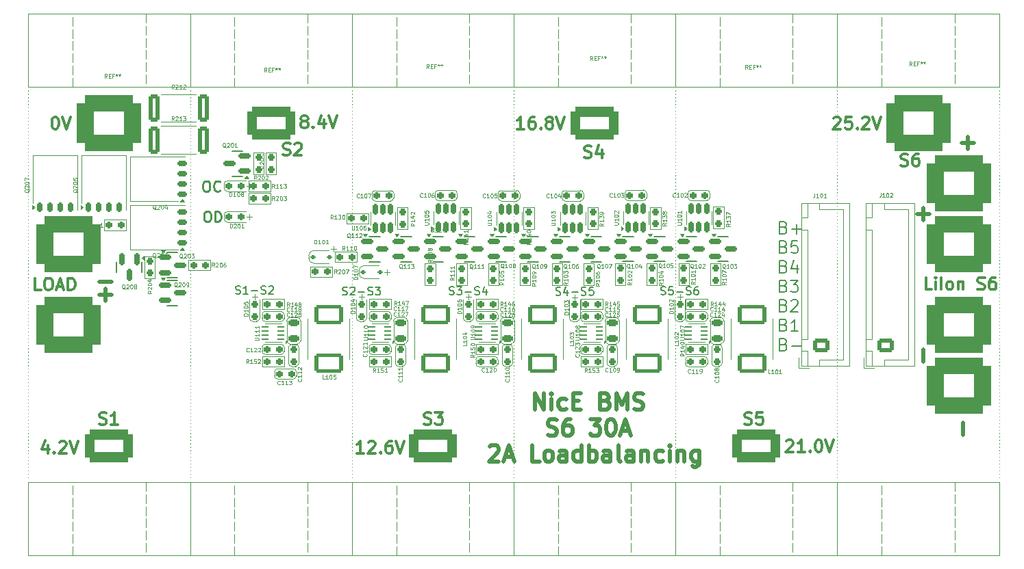
<source format=gbr>
%TF.GenerationSoftware,KiCad,Pcbnew,9.0.6*%
%TF.CreationDate,2025-11-30T01:16:05+01:00*%
%TF.ProjectId,Robobuoy_BMS_S6_V1_0,526f626f-6275-46f7-995f-424d535f5336,rev?*%
%TF.SameCoordinates,Original*%
%TF.FileFunction,Legend,Top*%
%TF.FilePolarity,Positive*%
%FSLAX46Y46*%
G04 Gerber Fmt 4.6, Leading zero omitted, Abs format (unit mm)*
G04 Created by KiCad (PCBNEW 9.0.6) date 2025-11-30 01:16:05*
%MOMM*%
%LPD*%
G01*
G04 APERTURE LIST*
G04 Aperture macros list*
%AMRoundRect*
0 Rectangle with rounded corners*
0 $1 Rounding radius*
0 $2 $3 $4 $5 $6 $7 $8 $9 X,Y pos of 4 corners*
0 Add a 4 corners polygon primitive as box body*
4,1,4,$2,$3,$4,$5,$6,$7,$8,$9,$2,$3,0*
0 Add four circle primitives for the rounded corners*
1,1,$1+$1,$2,$3*
1,1,$1+$1,$4,$5*
1,1,$1+$1,$6,$7*
1,1,$1+$1,$8,$9*
0 Add four rect primitives between the rounded corners*
20,1,$1+$1,$2,$3,$4,$5,0*
20,1,$1+$1,$4,$5,$6,$7,0*
20,1,$1+$1,$6,$7,$8,$9,0*
20,1,$1+$1,$8,$9,$2,$3,0*%
%AMFreePoly0*
4,1,9,2.100000,-2.000000,2.350000,-2.000000,2.350000,-3.500000,-2.350000,-3.500000,-2.350000,-2.000000,-2.100000,-2.000000,-2.100000,1.100000,2.100000,1.100000,2.100000,-2.000000,2.100000,-2.000000,$1*%
G04 Aperture macros list end*
%ADD10C,0.300000*%
%ADD11C,0.200000*%
%ADD12C,0.500000*%
%ADD13C,0.100000*%
%ADD14C,0.120000*%
%ADD15C,0.254000*%
%ADD16C,0.150000*%
%ADD17RoundRect,0.150000X-0.590000X-0.150000X0.590000X-0.150000X0.590000X0.150000X-0.590000X0.150000X0*%
%ADD18RoundRect,0.150000X0.150000X-0.512500X0.150000X0.512500X-0.150000X0.512500X-0.150000X-0.512500X0*%
%ADD19RoundRect,0.230769X-1.519231X0.969231X-1.519231X-0.969231X1.519231X-0.969231X1.519231X0.969231X0*%
%ADD20RoundRect,0.225000X0.425000X-0.225000X0.425000X0.225000X-0.425000X0.225000X-0.425000X-0.225000X0*%
%ADD21RoundRect,0.175000X-0.400000X0.175000X-0.400000X-0.175000X0.400000X-0.175000X0.400000X0.175000X0*%
%ADD22FreePoly0,270.000000*%
%ADD23RoundRect,0.200000X-0.200000X-0.250000X0.200000X-0.250000X0.200000X0.250000X-0.200000X0.250000X0*%
%ADD24RoundRect,0.200000X0.250000X-0.200000X0.250000X0.200000X-0.250000X0.200000X-0.250000X-0.200000X0*%
%ADD25RoundRect,0.200000X0.200000X0.250000X-0.200000X0.250000X-0.200000X-0.250000X0.200000X-0.250000X0*%
%ADD26RoundRect,0.175000X0.175000X0.400000X-0.175000X0.400000X-0.175000X-0.400000X0.175000X-0.400000X0*%
%ADD27FreePoly0,180.000000*%
%ADD28RoundRect,1.050000X-2.950000X-2.450000X2.950000X-2.450000X2.950000X2.450000X-2.950000X2.450000X0*%
%ADD29RoundRect,0.062500X0.325000X0.062500X-0.325000X0.062500X-0.325000X-0.062500X0.325000X-0.062500X0*%
%ADD30R,0.600000X1.200000*%
%ADD31RoundRect,0.200000X-0.250000X0.200000X-0.250000X-0.200000X0.250000X-0.200000X0.250000X0.200000X0*%
%ADD32RoundRect,0.600000X-2.400000X-1.400000X2.400000X-1.400000X2.400000X1.400000X-2.400000X1.400000X0*%
%ADD33RoundRect,0.112500X-0.187500X-0.112500X0.187500X-0.112500X0.187500X0.112500X-0.187500X0.112500X0*%
%ADD34RoundRect,0.150000X0.590000X0.150000X-0.590000X0.150000X-0.590000X-0.150000X0.590000X-0.150000X0*%
%ADD35RoundRect,0.249999X-0.450001X-1.425001X0.450001X-1.425001X0.450001X1.425001X-0.450001X1.425001X0*%
%ADD36RoundRect,0.150000X-0.150000X0.590000X-0.150000X-0.590000X0.150000X-0.590000X0.150000X0.590000X0*%
%ADD37RoundRect,0.250000X0.725000X-0.600000X0.725000X0.600000X-0.725000X0.600000X-0.725000X-0.600000X0*%
%ADD38O,1.950000X1.700000*%
G04 APERTURE END LIST*
D10*
X161644396Y-120628628D02*
X160930110Y-120628628D01*
X160930110Y-120628628D02*
X160930110Y-119128628D01*
X162144396Y-120628628D02*
X162144396Y-119628628D01*
X162144396Y-119128628D02*
X162072968Y-119200057D01*
X162072968Y-119200057D02*
X162144396Y-119271485D01*
X162144396Y-119271485D02*
X162215825Y-119200057D01*
X162215825Y-119200057D02*
X162144396Y-119128628D01*
X162144396Y-119128628D02*
X162144396Y-119271485D01*
X162858682Y-120628628D02*
X162858682Y-119128628D01*
X163787254Y-120628628D02*
X163644397Y-120557200D01*
X163644397Y-120557200D02*
X163572968Y-120485771D01*
X163572968Y-120485771D02*
X163501540Y-120342914D01*
X163501540Y-120342914D02*
X163501540Y-119914342D01*
X163501540Y-119914342D02*
X163572968Y-119771485D01*
X163572968Y-119771485D02*
X163644397Y-119700057D01*
X163644397Y-119700057D02*
X163787254Y-119628628D01*
X163787254Y-119628628D02*
X164001540Y-119628628D01*
X164001540Y-119628628D02*
X164144397Y-119700057D01*
X164144397Y-119700057D02*
X164215826Y-119771485D01*
X164215826Y-119771485D02*
X164287254Y-119914342D01*
X164287254Y-119914342D02*
X164287254Y-120342914D01*
X164287254Y-120342914D02*
X164215826Y-120485771D01*
X164215826Y-120485771D02*
X164144397Y-120557200D01*
X164144397Y-120557200D02*
X164001540Y-120628628D01*
X164001540Y-120628628D02*
X163787254Y-120628628D01*
X164930111Y-119628628D02*
X164930111Y-120628628D01*
X164930111Y-119771485D02*
X165001540Y-119700057D01*
X165001540Y-119700057D02*
X165144397Y-119628628D01*
X165144397Y-119628628D02*
X165358683Y-119628628D01*
X165358683Y-119628628D02*
X165501540Y-119700057D01*
X165501540Y-119700057D02*
X165572969Y-119842914D01*
X165572969Y-119842914D02*
X165572969Y-120628628D01*
X167358683Y-120557200D02*
X167572969Y-120628628D01*
X167572969Y-120628628D02*
X167930111Y-120628628D01*
X167930111Y-120628628D02*
X168072969Y-120557200D01*
X168072969Y-120557200D02*
X168144397Y-120485771D01*
X168144397Y-120485771D02*
X168215826Y-120342914D01*
X168215826Y-120342914D02*
X168215826Y-120200057D01*
X168215826Y-120200057D02*
X168144397Y-120057200D01*
X168144397Y-120057200D02*
X168072969Y-119985771D01*
X168072969Y-119985771D02*
X167930111Y-119914342D01*
X167930111Y-119914342D02*
X167644397Y-119842914D01*
X167644397Y-119842914D02*
X167501540Y-119771485D01*
X167501540Y-119771485D02*
X167430111Y-119700057D01*
X167430111Y-119700057D02*
X167358683Y-119557200D01*
X167358683Y-119557200D02*
X167358683Y-119414342D01*
X167358683Y-119414342D02*
X167430111Y-119271485D01*
X167430111Y-119271485D02*
X167501540Y-119200057D01*
X167501540Y-119200057D02*
X167644397Y-119128628D01*
X167644397Y-119128628D02*
X168001540Y-119128628D01*
X168001540Y-119128628D02*
X168215826Y-119200057D01*
X169501540Y-119128628D02*
X169215825Y-119128628D01*
X169215825Y-119128628D02*
X169072968Y-119200057D01*
X169072968Y-119200057D02*
X169001540Y-119271485D01*
X169001540Y-119271485D02*
X168858682Y-119485771D01*
X168858682Y-119485771D02*
X168787254Y-119771485D01*
X168787254Y-119771485D02*
X168787254Y-120342914D01*
X168787254Y-120342914D02*
X168858682Y-120485771D01*
X168858682Y-120485771D02*
X168930111Y-120557200D01*
X168930111Y-120557200D02*
X169072968Y-120628628D01*
X169072968Y-120628628D02*
X169358682Y-120628628D01*
X169358682Y-120628628D02*
X169501540Y-120557200D01*
X169501540Y-120557200D02*
X169572968Y-120485771D01*
X169572968Y-120485771D02*
X169644397Y-120342914D01*
X169644397Y-120342914D02*
X169644397Y-119985771D01*
X169644397Y-119985771D02*
X169572968Y-119842914D01*
X169572968Y-119842914D02*
X169501540Y-119771485D01*
X169501540Y-119771485D02*
X169358682Y-119700057D01*
X169358682Y-119700057D02*
X169072968Y-119700057D01*
X169072968Y-119700057D02*
X168930111Y-119771485D01*
X168930111Y-119771485D02*
X168858682Y-119842914D01*
X168858682Y-119842914D02*
X168787254Y-119985771D01*
D11*
X102060667Y-121232400D02*
X102203524Y-121280019D01*
X102203524Y-121280019D02*
X102441619Y-121280019D01*
X102441619Y-121280019D02*
X102536857Y-121232400D01*
X102536857Y-121232400D02*
X102584476Y-121184780D01*
X102584476Y-121184780D02*
X102632095Y-121089542D01*
X102632095Y-121089542D02*
X102632095Y-120994304D01*
X102632095Y-120994304D02*
X102584476Y-120899066D01*
X102584476Y-120899066D02*
X102536857Y-120851447D01*
X102536857Y-120851447D02*
X102441619Y-120803828D01*
X102441619Y-120803828D02*
X102251143Y-120756209D01*
X102251143Y-120756209D02*
X102155905Y-120708590D01*
X102155905Y-120708590D02*
X102108286Y-120660971D01*
X102108286Y-120660971D02*
X102060667Y-120565733D01*
X102060667Y-120565733D02*
X102060667Y-120470495D01*
X102060667Y-120470495D02*
X102108286Y-120375257D01*
X102108286Y-120375257D02*
X102155905Y-120327638D01*
X102155905Y-120327638D02*
X102251143Y-120280019D01*
X102251143Y-120280019D02*
X102489238Y-120280019D01*
X102489238Y-120280019D02*
X102632095Y-120327638D01*
X102965429Y-120280019D02*
X103584476Y-120280019D01*
X103584476Y-120280019D02*
X103251143Y-120660971D01*
X103251143Y-120660971D02*
X103394000Y-120660971D01*
X103394000Y-120660971D02*
X103489238Y-120708590D01*
X103489238Y-120708590D02*
X103536857Y-120756209D01*
X103536857Y-120756209D02*
X103584476Y-120851447D01*
X103584476Y-120851447D02*
X103584476Y-121089542D01*
X103584476Y-121089542D02*
X103536857Y-121184780D01*
X103536857Y-121184780D02*
X103489238Y-121232400D01*
X103489238Y-121232400D02*
X103394000Y-121280019D01*
X103394000Y-121280019D02*
X103108286Y-121280019D01*
X103108286Y-121280019D02*
X103013048Y-121232400D01*
X103013048Y-121232400D02*
X102965429Y-121184780D01*
X104013048Y-120899066D02*
X104774953Y-120899066D01*
X105203524Y-121232400D02*
X105346381Y-121280019D01*
X105346381Y-121280019D02*
X105584476Y-121280019D01*
X105584476Y-121280019D02*
X105679714Y-121232400D01*
X105679714Y-121232400D02*
X105727333Y-121184780D01*
X105727333Y-121184780D02*
X105774952Y-121089542D01*
X105774952Y-121089542D02*
X105774952Y-120994304D01*
X105774952Y-120994304D02*
X105727333Y-120899066D01*
X105727333Y-120899066D02*
X105679714Y-120851447D01*
X105679714Y-120851447D02*
X105584476Y-120803828D01*
X105584476Y-120803828D02*
X105394000Y-120756209D01*
X105394000Y-120756209D02*
X105298762Y-120708590D01*
X105298762Y-120708590D02*
X105251143Y-120660971D01*
X105251143Y-120660971D02*
X105203524Y-120565733D01*
X105203524Y-120565733D02*
X105203524Y-120470495D01*
X105203524Y-120470495D02*
X105251143Y-120375257D01*
X105251143Y-120375257D02*
X105298762Y-120327638D01*
X105298762Y-120327638D02*
X105394000Y-120280019D01*
X105394000Y-120280019D02*
X105632095Y-120280019D01*
X105632095Y-120280019D02*
X105774952Y-120327638D01*
X106632095Y-120613352D02*
X106632095Y-121280019D01*
X106394000Y-120232400D02*
X106155905Y-120946685D01*
X106155905Y-120946685D02*
X106774952Y-120946685D01*
D10*
X149542858Y-99397185D02*
X149614286Y-99325757D01*
X149614286Y-99325757D02*
X149757144Y-99254328D01*
X149757144Y-99254328D02*
X150114286Y-99254328D01*
X150114286Y-99254328D02*
X150257144Y-99325757D01*
X150257144Y-99325757D02*
X150328572Y-99397185D01*
X150328572Y-99397185D02*
X150400001Y-99540042D01*
X150400001Y-99540042D02*
X150400001Y-99682900D01*
X150400001Y-99682900D02*
X150328572Y-99897185D01*
X150328572Y-99897185D02*
X149471429Y-100754328D01*
X149471429Y-100754328D02*
X150400001Y-100754328D01*
X151757143Y-99254328D02*
X151042857Y-99254328D01*
X151042857Y-99254328D02*
X150971429Y-99968614D01*
X150971429Y-99968614D02*
X151042857Y-99897185D01*
X151042857Y-99897185D02*
X151185715Y-99825757D01*
X151185715Y-99825757D02*
X151542857Y-99825757D01*
X151542857Y-99825757D02*
X151685715Y-99897185D01*
X151685715Y-99897185D02*
X151757143Y-99968614D01*
X151757143Y-99968614D02*
X151828572Y-100111471D01*
X151828572Y-100111471D02*
X151828572Y-100468614D01*
X151828572Y-100468614D02*
X151757143Y-100611471D01*
X151757143Y-100611471D02*
X151685715Y-100682900D01*
X151685715Y-100682900D02*
X151542857Y-100754328D01*
X151542857Y-100754328D02*
X151185715Y-100754328D01*
X151185715Y-100754328D02*
X151042857Y-100682900D01*
X151042857Y-100682900D02*
X150971429Y-100611471D01*
X152471428Y-100611471D02*
X152542857Y-100682900D01*
X152542857Y-100682900D02*
X152471428Y-100754328D01*
X152471428Y-100754328D02*
X152400000Y-100682900D01*
X152400000Y-100682900D02*
X152471428Y-100611471D01*
X152471428Y-100611471D02*
X152471428Y-100754328D01*
X153114286Y-99397185D02*
X153185714Y-99325757D01*
X153185714Y-99325757D02*
X153328572Y-99254328D01*
X153328572Y-99254328D02*
X153685714Y-99254328D01*
X153685714Y-99254328D02*
X153828572Y-99325757D01*
X153828572Y-99325757D02*
X153900000Y-99397185D01*
X153900000Y-99397185D02*
X153971429Y-99540042D01*
X153971429Y-99540042D02*
X153971429Y-99682900D01*
X153971429Y-99682900D02*
X153900000Y-99897185D01*
X153900000Y-99897185D02*
X153042857Y-100754328D01*
X153042857Y-100754328D02*
X153971429Y-100754328D01*
X154400000Y-99254328D02*
X154900000Y-100754328D01*
X154900000Y-100754328D02*
X155400000Y-99254328D01*
D12*
X112586428Y-135474350D02*
X112586428Y-133474350D01*
X112586428Y-133474350D02*
X113729285Y-135474350D01*
X113729285Y-135474350D02*
X113729285Y-133474350D01*
X114681666Y-135474350D02*
X114681666Y-134141016D01*
X114681666Y-133474350D02*
X114586428Y-133569588D01*
X114586428Y-133569588D02*
X114681666Y-133664826D01*
X114681666Y-133664826D02*
X114776904Y-133569588D01*
X114776904Y-133569588D02*
X114681666Y-133474350D01*
X114681666Y-133474350D02*
X114681666Y-133664826D01*
X116491190Y-135379112D02*
X116300714Y-135474350D01*
X116300714Y-135474350D02*
X115919761Y-135474350D01*
X115919761Y-135474350D02*
X115729285Y-135379112D01*
X115729285Y-135379112D02*
X115634047Y-135283873D01*
X115634047Y-135283873D02*
X115538809Y-135093397D01*
X115538809Y-135093397D02*
X115538809Y-134521969D01*
X115538809Y-134521969D02*
X115634047Y-134331492D01*
X115634047Y-134331492D02*
X115729285Y-134236254D01*
X115729285Y-134236254D02*
X115919761Y-134141016D01*
X115919761Y-134141016D02*
X116300714Y-134141016D01*
X116300714Y-134141016D02*
X116491190Y-134236254D01*
X117348333Y-134426731D02*
X118015000Y-134426731D01*
X118300714Y-135474350D02*
X117348333Y-135474350D01*
X117348333Y-135474350D02*
X117348333Y-133474350D01*
X117348333Y-133474350D02*
X118300714Y-133474350D01*
X121348334Y-134426731D02*
X121634048Y-134521969D01*
X121634048Y-134521969D02*
X121729286Y-134617207D01*
X121729286Y-134617207D02*
X121824524Y-134807683D01*
X121824524Y-134807683D02*
X121824524Y-135093397D01*
X121824524Y-135093397D02*
X121729286Y-135283873D01*
X121729286Y-135283873D02*
X121634048Y-135379112D01*
X121634048Y-135379112D02*
X121443572Y-135474350D01*
X121443572Y-135474350D02*
X120681667Y-135474350D01*
X120681667Y-135474350D02*
X120681667Y-133474350D01*
X120681667Y-133474350D02*
X121348334Y-133474350D01*
X121348334Y-133474350D02*
X121538810Y-133569588D01*
X121538810Y-133569588D02*
X121634048Y-133664826D01*
X121634048Y-133664826D02*
X121729286Y-133855302D01*
X121729286Y-133855302D02*
X121729286Y-134045778D01*
X121729286Y-134045778D02*
X121634048Y-134236254D01*
X121634048Y-134236254D02*
X121538810Y-134331492D01*
X121538810Y-134331492D02*
X121348334Y-134426731D01*
X121348334Y-134426731D02*
X120681667Y-134426731D01*
X122681667Y-135474350D02*
X122681667Y-133474350D01*
X122681667Y-133474350D02*
X123348334Y-134902921D01*
X123348334Y-134902921D02*
X124015000Y-133474350D01*
X124015000Y-133474350D02*
X124015000Y-135474350D01*
X124872143Y-135379112D02*
X125157857Y-135474350D01*
X125157857Y-135474350D02*
X125634048Y-135474350D01*
X125634048Y-135474350D02*
X125824524Y-135379112D01*
X125824524Y-135379112D02*
X125919762Y-135283873D01*
X125919762Y-135283873D02*
X126015000Y-135093397D01*
X126015000Y-135093397D02*
X126015000Y-134902921D01*
X126015000Y-134902921D02*
X125919762Y-134712445D01*
X125919762Y-134712445D02*
X125824524Y-134617207D01*
X125824524Y-134617207D02*
X125634048Y-134521969D01*
X125634048Y-134521969D02*
X125253095Y-134426731D01*
X125253095Y-134426731D02*
X125062619Y-134331492D01*
X125062619Y-134331492D02*
X124967381Y-134236254D01*
X124967381Y-134236254D02*
X124872143Y-134045778D01*
X124872143Y-134045778D02*
X124872143Y-133855302D01*
X124872143Y-133855302D02*
X124967381Y-133664826D01*
X124967381Y-133664826D02*
X125062619Y-133569588D01*
X125062619Y-133569588D02*
X125253095Y-133474350D01*
X125253095Y-133474350D02*
X125729286Y-133474350D01*
X125729286Y-133474350D02*
X126015000Y-133569588D01*
X114205475Y-138599000D02*
X114491189Y-138694238D01*
X114491189Y-138694238D02*
X114967380Y-138694238D01*
X114967380Y-138694238D02*
X115157856Y-138599000D01*
X115157856Y-138599000D02*
X115253094Y-138503761D01*
X115253094Y-138503761D02*
X115348332Y-138313285D01*
X115348332Y-138313285D02*
X115348332Y-138122809D01*
X115348332Y-138122809D02*
X115253094Y-137932333D01*
X115253094Y-137932333D02*
X115157856Y-137837095D01*
X115157856Y-137837095D02*
X114967380Y-137741857D01*
X114967380Y-137741857D02*
X114586427Y-137646619D01*
X114586427Y-137646619D02*
X114395951Y-137551380D01*
X114395951Y-137551380D02*
X114300713Y-137456142D01*
X114300713Y-137456142D02*
X114205475Y-137265666D01*
X114205475Y-137265666D02*
X114205475Y-137075190D01*
X114205475Y-137075190D02*
X114300713Y-136884714D01*
X114300713Y-136884714D02*
X114395951Y-136789476D01*
X114395951Y-136789476D02*
X114586427Y-136694238D01*
X114586427Y-136694238D02*
X115062618Y-136694238D01*
X115062618Y-136694238D02*
X115348332Y-136789476D01*
X117062618Y-136694238D02*
X116681665Y-136694238D01*
X116681665Y-136694238D02*
X116491189Y-136789476D01*
X116491189Y-136789476D02*
X116395951Y-136884714D01*
X116395951Y-136884714D02*
X116205475Y-137170428D01*
X116205475Y-137170428D02*
X116110237Y-137551380D01*
X116110237Y-137551380D02*
X116110237Y-138313285D01*
X116110237Y-138313285D02*
X116205475Y-138503761D01*
X116205475Y-138503761D02*
X116300713Y-138599000D01*
X116300713Y-138599000D02*
X116491189Y-138694238D01*
X116491189Y-138694238D02*
X116872142Y-138694238D01*
X116872142Y-138694238D02*
X117062618Y-138599000D01*
X117062618Y-138599000D02*
X117157856Y-138503761D01*
X117157856Y-138503761D02*
X117253094Y-138313285D01*
X117253094Y-138313285D02*
X117253094Y-137837095D01*
X117253094Y-137837095D02*
X117157856Y-137646619D01*
X117157856Y-137646619D02*
X117062618Y-137551380D01*
X117062618Y-137551380D02*
X116872142Y-137456142D01*
X116872142Y-137456142D02*
X116491189Y-137456142D01*
X116491189Y-137456142D02*
X116300713Y-137551380D01*
X116300713Y-137551380D02*
X116205475Y-137646619D01*
X116205475Y-137646619D02*
X116110237Y-137837095D01*
X119443571Y-136694238D02*
X120681666Y-136694238D01*
X120681666Y-136694238D02*
X120014999Y-137456142D01*
X120014999Y-137456142D02*
X120300714Y-137456142D01*
X120300714Y-137456142D02*
X120491190Y-137551380D01*
X120491190Y-137551380D02*
X120586428Y-137646619D01*
X120586428Y-137646619D02*
X120681666Y-137837095D01*
X120681666Y-137837095D02*
X120681666Y-138313285D01*
X120681666Y-138313285D02*
X120586428Y-138503761D01*
X120586428Y-138503761D02*
X120491190Y-138599000D01*
X120491190Y-138599000D02*
X120300714Y-138694238D01*
X120300714Y-138694238D02*
X119729285Y-138694238D01*
X119729285Y-138694238D02*
X119538809Y-138599000D01*
X119538809Y-138599000D02*
X119443571Y-138503761D01*
X121919761Y-136694238D02*
X122110238Y-136694238D01*
X122110238Y-136694238D02*
X122300714Y-136789476D01*
X122300714Y-136789476D02*
X122395952Y-136884714D01*
X122395952Y-136884714D02*
X122491190Y-137075190D01*
X122491190Y-137075190D02*
X122586428Y-137456142D01*
X122586428Y-137456142D02*
X122586428Y-137932333D01*
X122586428Y-137932333D02*
X122491190Y-138313285D01*
X122491190Y-138313285D02*
X122395952Y-138503761D01*
X122395952Y-138503761D02*
X122300714Y-138599000D01*
X122300714Y-138599000D02*
X122110238Y-138694238D01*
X122110238Y-138694238D02*
X121919761Y-138694238D01*
X121919761Y-138694238D02*
X121729285Y-138599000D01*
X121729285Y-138599000D02*
X121634047Y-138503761D01*
X121634047Y-138503761D02*
X121538809Y-138313285D01*
X121538809Y-138313285D02*
X121443571Y-137932333D01*
X121443571Y-137932333D02*
X121443571Y-137456142D01*
X121443571Y-137456142D02*
X121538809Y-137075190D01*
X121538809Y-137075190D02*
X121634047Y-136884714D01*
X121634047Y-136884714D02*
X121729285Y-136789476D01*
X121729285Y-136789476D02*
X121919761Y-136694238D01*
X123348333Y-138122809D02*
X124300714Y-138122809D01*
X123157857Y-138694238D02*
X123824523Y-136694238D01*
X123824523Y-136694238D02*
X124491190Y-138694238D01*
X107014998Y-140104602D02*
X107110236Y-140009364D01*
X107110236Y-140009364D02*
X107300712Y-139914126D01*
X107300712Y-139914126D02*
X107776903Y-139914126D01*
X107776903Y-139914126D02*
X107967379Y-140009364D01*
X107967379Y-140009364D02*
X108062617Y-140104602D01*
X108062617Y-140104602D02*
X108157855Y-140295078D01*
X108157855Y-140295078D02*
X108157855Y-140485554D01*
X108157855Y-140485554D02*
X108062617Y-140771268D01*
X108062617Y-140771268D02*
X106919760Y-141914126D01*
X106919760Y-141914126D02*
X108157855Y-141914126D01*
X108919760Y-141342697D02*
X109872141Y-141342697D01*
X108729284Y-141914126D02*
X109395950Y-139914126D01*
X109395950Y-139914126D02*
X110062617Y-141914126D01*
X113205475Y-141914126D02*
X112253094Y-141914126D01*
X112253094Y-141914126D02*
X112253094Y-139914126D01*
X114157856Y-141914126D02*
X113967380Y-141818888D01*
X113967380Y-141818888D02*
X113872142Y-141723649D01*
X113872142Y-141723649D02*
X113776904Y-141533173D01*
X113776904Y-141533173D02*
X113776904Y-140961745D01*
X113776904Y-140961745D02*
X113872142Y-140771268D01*
X113872142Y-140771268D02*
X113967380Y-140676030D01*
X113967380Y-140676030D02*
X114157856Y-140580792D01*
X114157856Y-140580792D02*
X114443571Y-140580792D01*
X114443571Y-140580792D02*
X114634047Y-140676030D01*
X114634047Y-140676030D02*
X114729285Y-140771268D01*
X114729285Y-140771268D02*
X114824523Y-140961745D01*
X114824523Y-140961745D02*
X114824523Y-141533173D01*
X114824523Y-141533173D02*
X114729285Y-141723649D01*
X114729285Y-141723649D02*
X114634047Y-141818888D01*
X114634047Y-141818888D02*
X114443571Y-141914126D01*
X114443571Y-141914126D02*
X114157856Y-141914126D01*
X116538809Y-141914126D02*
X116538809Y-140866507D01*
X116538809Y-140866507D02*
X116443571Y-140676030D01*
X116443571Y-140676030D02*
X116253095Y-140580792D01*
X116253095Y-140580792D02*
X115872142Y-140580792D01*
X115872142Y-140580792D02*
X115681666Y-140676030D01*
X116538809Y-141818888D02*
X116348333Y-141914126D01*
X116348333Y-141914126D02*
X115872142Y-141914126D01*
X115872142Y-141914126D02*
X115681666Y-141818888D01*
X115681666Y-141818888D02*
X115586428Y-141628411D01*
X115586428Y-141628411D02*
X115586428Y-141437935D01*
X115586428Y-141437935D02*
X115681666Y-141247459D01*
X115681666Y-141247459D02*
X115872142Y-141152221D01*
X115872142Y-141152221D02*
X116348333Y-141152221D01*
X116348333Y-141152221D02*
X116538809Y-141056983D01*
X118348333Y-141914126D02*
X118348333Y-139914126D01*
X118348333Y-141818888D02*
X118157857Y-141914126D01*
X118157857Y-141914126D02*
X117776904Y-141914126D01*
X117776904Y-141914126D02*
X117586428Y-141818888D01*
X117586428Y-141818888D02*
X117491190Y-141723649D01*
X117491190Y-141723649D02*
X117395952Y-141533173D01*
X117395952Y-141533173D02*
X117395952Y-140961745D01*
X117395952Y-140961745D02*
X117491190Y-140771268D01*
X117491190Y-140771268D02*
X117586428Y-140676030D01*
X117586428Y-140676030D02*
X117776904Y-140580792D01*
X117776904Y-140580792D02*
X118157857Y-140580792D01*
X118157857Y-140580792D02*
X118348333Y-140676030D01*
X119300714Y-141914126D02*
X119300714Y-139914126D01*
X119300714Y-140676030D02*
X119491190Y-140580792D01*
X119491190Y-140580792D02*
X119872143Y-140580792D01*
X119872143Y-140580792D02*
X120062619Y-140676030D01*
X120062619Y-140676030D02*
X120157857Y-140771268D01*
X120157857Y-140771268D02*
X120253095Y-140961745D01*
X120253095Y-140961745D02*
X120253095Y-141533173D01*
X120253095Y-141533173D02*
X120157857Y-141723649D01*
X120157857Y-141723649D02*
X120062619Y-141818888D01*
X120062619Y-141818888D02*
X119872143Y-141914126D01*
X119872143Y-141914126D02*
X119491190Y-141914126D01*
X119491190Y-141914126D02*
X119300714Y-141818888D01*
X121967381Y-141914126D02*
X121967381Y-140866507D01*
X121967381Y-140866507D02*
X121872143Y-140676030D01*
X121872143Y-140676030D02*
X121681667Y-140580792D01*
X121681667Y-140580792D02*
X121300714Y-140580792D01*
X121300714Y-140580792D02*
X121110238Y-140676030D01*
X121967381Y-141818888D02*
X121776905Y-141914126D01*
X121776905Y-141914126D02*
X121300714Y-141914126D01*
X121300714Y-141914126D02*
X121110238Y-141818888D01*
X121110238Y-141818888D02*
X121015000Y-141628411D01*
X121015000Y-141628411D02*
X121015000Y-141437935D01*
X121015000Y-141437935D02*
X121110238Y-141247459D01*
X121110238Y-141247459D02*
X121300714Y-141152221D01*
X121300714Y-141152221D02*
X121776905Y-141152221D01*
X121776905Y-141152221D02*
X121967381Y-141056983D01*
X123205476Y-141914126D02*
X123015000Y-141818888D01*
X123015000Y-141818888D02*
X122919762Y-141628411D01*
X122919762Y-141628411D02*
X122919762Y-139914126D01*
X124824524Y-141914126D02*
X124824524Y-140866507D01*
X124824524Y-140866507D02*
X124729286Y-140676030D01*
X124729286Y-140676030D02*
X124538810Y-140580792D01*
X124538810Y-140580792D02*
X124157857Y-140580792D01*
X124157857Y-140580792D02*
X123967381Y-140676030D01*
X124824524Y-141818888D02*
X124634048Y-141914126D01*
X124634048Y-141914126D02*
X124157857Y-141914126D01*
X124157857Y-141914126D02*
X123967381Y-141818888D01*
X123967381Y-141818888D02*
X123872143Y-141628411D01*
X123872143Y-141628411D02*
X123872143Y-141437935D01*
X123872143Y-141437935D02*
X123967381Y-141247459D01*
X123967381Y-141247459D02*
X124157857Y-141152221D01*
X124157857Y-141152221D02*
X124634048Y-141152221D01*
X124634048Y-141152221D02*
X124824524Y-141056983D01*
X125776905Y-140580792D02*
X125776905Y-141914126D01*
X125776905Y-140771268D02*
X125872143Y-140676030D01*
X125872143Y-140676030D02*
X126062619Y-140580792D01*
X126062619Y-140580792D02*
X126348334Y-140580792D01*
X126348334Y-140580792D02*
X126538810Y-140676030D01*
X126538810Y-140676030D02*
X126634048Y-140866507D01*
X126634048Y-140866507D02*
X126634048Y-141914126D01*
X128443572Y-141818888D02*
X128253096Y-141914126D01*
X128253096Y-141914126D02*
X127872143Y-141914126D01*
X127872143Y-141914126D02*
X127681667Y-141818888D01*
X127681667Y-141818888D02*
X127586429Y-141723649D01*
X127586429Y-141723649D02*
X127491191Y-141533173D01*
X127491191Y-141533173D02*
X127491191Y-140961745D01*
X127491191Y-140961745D02*
X127586429Y-140771268D01*
X127586429Y-140771268D02*
X127681667Y-140676030D01*
X127681667Y-140676030D02*
X127872143Y-140580792D01*
X127872143Y-140580792D02*
X128253096Y-140580792D01*
X128253096Y-140580792D02*
X128443572Y-140676030D01*
X129300715Y-141914126D02*
X129300715Y-140580792D01*
X129300715Y-139914126D02*
X129205477Y-140009364D01*
X129205477Y-140009364D02*
X129300715Y-140104602D01*
X129300715Y-140104602D02*
X129395953Y-140009364D01*
X129395953Y-140009364D02*
X129300715Y-139914126D01*
X129300715Y-139914126D02*
X129300715Y-140104602D01*
X130253096Y-140580792D02*
X130253096Y-141914126D01*
X130253096Y-140771268D02*
X130348334Y-140676030D01*
X130348334Y-140676030D02*
X130538810Y-140580792D01*
X130538810Y-140580792D02*
X130824525Y-140580792D01*
X130824525Y-140580792D02*
X131015001Y-140676030D01*
X131015001Y-140676030D02*
X131110239Y-140866507D01*
X131110239Y-140866507D02*
X131110239Y-141914126D01*
X132919763Y-140580792D02*
X132919763Y-142199840D01*
X132919763Y-142199840D02*
X132824525Y-142390316D01*
X132824525Y-142390316D02*
X132729287Y-142485554D01*
X132729287Y-142485554D02*
X132538810Y-142580792D01*
X132538810Y-142580792D02*
X132253096Y-142580792D01*
X132253096Y-142580792D02*
X132062620Y-142485554D01*
X132919763Y-141818888D02*
X132729287Y-141914126D01*
X132729287Y-141914126D02*
X132348334Y-141914126D01*
X132348334Y-141914126D02*
X132157858Y-141818888D01*
X132157858Y-141818888D02*
X132062620Y-141723649D01*
X132062620Y-141723649D02*
X131967382Y-141533173D01*
X131967382Y-141533173D02*
X131967382Y-140961745D01*
X131967382Y-140961745D02*
X132062620Y-140771268D01*
X132062620Y-140771268D02*
X132157858Y-140676030D01*
X132157858Y-140676030D02*
X132348334Y-140580792D01*
X132348334Y-140580792D02*
X132729287Y-140580792D01*
X132729287Y-140580792D02*
X132919763Y-140676030D01*
D10*
X83994857Y-99778604D02*
X83852000Y-99707176D01*
X83852000Y-99707176D02*
X83780571Y-99635747D01*
X83780571Y-99635747D02*
X83709143Y-99492890D01*
X83709143Y-99492890D02*
X83709143Y-99421461D01*
X83709143Y-99421461D02*
X83780571Y-99278604D01*
X83780571Y-99278604D02*
X83852000Y-99207176D01*
X83852000Y-99207176D02*
X83994857Y-99135747D01*
X83994857Y-99135747D02*
X84280571Y-99135747D01*
X84280571Y-99135747D02*
X84423429Y-99207176D01*
X84423429Y-99207176D02*
X84494857Y-99278604D01*
X84494857Y-99278604D02*
X84566286Y-99421461D01*
X84566286Y-99421461D02*
X84566286Y-99492890D01*
X84566286Y-99492890D02*
X84494857Y-99635747D01*
X84494857Y-99635747D02*
X84423429Y-99707176D01*
X84423429Y-99707176D02*
X84280571Y-99778604D01*
X84280571Y-99778604D02*
X83994857Y-99778604D01*
X83994857Y-99778604D02*
X83852000Y-99850033D01*
X83852000Y-99850033D02*
X83780571Y-99921461D01*
X83780571Y-99921461D02*
X83709143Y-100064319D01*
X83709143Y-100064319D02*
X83709143Y-100350033D01*
X83709143Y-100350033D02*
X83780571Y-100492890D01*
X83780571Y-100492890D02*
X83852000Y-100564319D01*
X83852000Y-100564319D02*
X83994857Y-100635747D01*
X83994857Y-100635747D02*
X84280571Y-100635747D01*
X84280571Y-100635747D02*
X84423429Y-100564319D01*
X84423429Y-100564319D02*
X84494857Y-100492890D01*
X84494857Y-100492890D02*
X84566286Y-100350033D01*
X84566286Y-100350033D02*
X84566286Y-100064319D01*
X84566286Y-100064319D02*
X84494857Y-99921461D01*
X84494857Y-99921461D02*
X84423429Y-99850033D01*
X84423429Y-99850033D02*
X84280571Y-99778604D01*
X85209142Y-100492890D02*
X85280571Y-100564319D01*
X85280571Y-100564319D02*
X85209142Y-100635747D01*
X85209142Y-100635747D02*
X85137714Y-100564319D01*
X85137714Y-100564319D02*
X85209142Y-100492890D01*
X85209142Y-100492890D02*
X85209142Y-100635747D01*
X86566286Y-99635747D02*
X86566286Y-100635747D01*
X86209143Y-99064319D02*
X85852000Y-100135747D01*
X85852000Y-100135747D02*
X86780571Y-100135747D01*
X87137714Y-99135747D02*
X87637714Y-100635747D01*
X87637714Y-100635747D02*
X88137714Y-99135747D01*
D11*
X128197267Y-121232400D02*
X128340124Y-121280019D01*
X128340124Y-121280019D02*
X128578219Y-121280019D01*
X128578219Y-121280019D02*
X128673457Y-121232400D01*
X128673457Y-121232400D02*
X128721076Y-121184780D01*
X128721076Y-121184780D02*
X128768695Y-121089542D01*
X128768695Y-121089542D02*
X128768695Y-120994304D01*
X128768695Y-120994304D02*
X128721076Y-120899066D01*
X128721076Y-120899066D02*
X128673457Y-120851447D01*
X128673457Y-120851447D02*
X128578219Y-120803828D01*
X128578219Y-120803828D02*
X128387743Y-120756209D01*
X128387743Y-120756209D02*
X128292505Y-120708590D01*
X128292505Y-120708590D02*
X128244886Y-120660971D01*
X128244886Y-120660971D02*
X128197267Y-120565733D01*
X128197267Y-120565733D02*
X128197267Y-120470495D01*
X128197267Y-120470495D02*
X128244886Y-120375257D01*
X128244886Y-120375257D02*
X128292505Y-120327638D01*
X128292505Y-120327638D02*
X128387743Y-120280019D01*
X128387743Y-120280019D02*
X128625838Y-120280019D01*
X128625838Y-120280019D02*
X128768695Y-120327638D01*
X129673457Y-120280019D02*
X129197267Y-120280019D01*
X129197267Y-120280019D02*
X129149648Y-120756209D01*
X129149648Y-120756209D02*
X129197267Y-120708590D01*
X129197267Y-120708590D02*
X129292505Y-120660971D01*
X129292505Y-120660971D02*
X129530600Y-120660971D01*
X129530600Y-120660971D02*
X129625838Y-120708590D01*
X129625838Y-120708590D02*
X129673457Y-120756209D01*
X129673457Y-120756209D02*
X129721076Y-120851447D01*
X129721076Y-120851447D02*
X129721076Y-121089542D01*
X129721076Y-121089542D02*
X129673457Y-121184780D01*
X129673457Y-121184780D02*
X129625838Y-121232400D01*
X129625838Y-121232400D02*
X129530600Y-121280019D01*
X129530600Y-121280019D02*
X129292505Y-121280019D01*
X129292505Y-121280019D02*
X129197267Y-121232400D01*
X129197267Y-121232400D02*
X129149648Y-121184780D01*
X130149648Y-120899066D02*
X130911553Y-120899066D01*
X131340124Y-121232400D02*
X131482981Y-121280019D01*
X131482981Y-121280019D02*
X131721076Y-121280019D01*
X131721076Y-121280019D02*
X131816314Y-121232400D01*
X131816314Y-121232400D02*
X131863933Y-121184780D01*
X131863933Y-121184780D02*
X131911552Y-121089542D01*
X131911552Y-121089542D02*
X131911552Y-120994304D01*
X131911552Y-120994304D02*
X131863933Y-120899066D01*
X131863933Y-120899066D02*
X131816314Y-120851447D01*
X131816314Y-120851447D02*
X131721076Y-120803828D01*
X131721076Y-120803828D02*
X131530600Y-120756209D01*
X131530600Y-120756209D02*
X131435362Y-120708590D01*
X131435362Y-120708590D02*
X131387743Y-120660971D01*
X131387743Y-120660971D02*
X131340124Y-120565733D01*
X131340124Y-120565733D02*
X131340124Y-120470495D01*
X131340124Y-120470495D02*
X131387743Y-120375257D01*
X131387743Y-120375257D02*
X131435362Y-120327638D01*
X131435362Y-120327638D02*
X131530600Y-120280019D01*
X131530600Y-120280019D02*
X131768695Y-120280019D01*
X131768695Y-120280019D02*
X131911552Y-120327638D01*
X132768695Y-120280019D02*
X132578219Y-120280019D01*
X132578219Y-120280019D02*
X132482981Y-120327638D01*
X132482981Y-120327638D02*
X132435362Y-120375257D01*
X132435362Y-120375257D02*
X132340124Y-120518114D01*
X132340124Y-120518114D02*
X132292505Y-120708590D01*
X132292505Y-120708590D02*
X132292505Y-121089542D01*
X132292505Y-121089542D02*
X132340124Y-121184780D01*
X132340124Y-121184780D02*
X132387743Y-121232400D01*
X132387743Y-121232400D02*
X132482981Y-121280019D01*
X132482981Y-121280019D02*
X132673457Y-121280019D01*
X132673457Y-121280019D02*
X132768695Y-121232400D01*
X132768695Y-121232400D02*
X132816314Y-121184780D01*
X132816314Y-121184780D02*
X132863933Y-121089542D01*
X132863933Y-121089542D02*
X132863933Y-120851447D01*
X132863933Y-120851447D02*
X132816314Y-120756209D01*
X132816314Y-120756209D02*
X132768695Y-120708590D01*
X132768695Y-120708590D02*
X132673457Y-120660971D01*
X132673457Y-120660971D02*
X132482981Y-120660971D01*
X132482981Y-120660971D02*
X132387743Y-120708590D01*
X132387743Y-120708590D02*
X132340124Y-120756209D01*
X132340124Y-120756209D02*
X132292505Y-120851447D01*
D12*
X160639933Y-129565304D02*
X160639933Y-128041495D01*
D11*
X88852667Y-121257800D02*
X88995524Y-121305419D01*
X88995524Y-121305419D02*
X89233619Y-121305419D01*
X89233619Y-121305419D02*
X89328857Y-121257800D01*
X89328857Y-121257800D02*
X89376476Y-121210180D01*
X89376476Y-121210180D02*
X89424095Y-121114942D01*
X89424095Y-121114942D02*
X89424095Y-121019704D01*
X89424095Y-121019704D02*
X89376476Y-120924466D01*
X89376476Y-120924466D02*
X89328857Y-120876847D01*
X89328857Y-120876847D02*
X89233619Y-120829228D01*
X89233619Y-120829228D02*
X89043143Y-120781609D01*
X89043143Y-120781609D02*
X88947905Y-120733990D01*
X88947905Y-120733990D02*
X88900286Y-120686371D01*
X88900286Y-120686371D02*
X88852667Y-120591133D01*
X88852667Y-120591133D02*
X88852667Y-120495895D01*
X88852667Y-120495895D02*
X88900286Y-120400657D01*
X88900286Y-120400657D02*
X88947905Y-120353038D01*
X88947905Y-120353038D02*
X89043143Y-120305419D01*
X89043143Y-120305419D02*
X89281238Y-120305419D01*
X89281238Y-120305419D02*
X89424095Y-120353038D01*
X89805048Y-120400657D02*
X89852667Y-120353038D01*
X89852667Y-120353038D02*
X89947905Y-120305419D01*
X89947905Y-120305419D02*
X90186000Y-120305419D01*
X90186000Y-120305419D02*
X90281238Y-120353038D01*
X90281238Y-120353038D02*
X90328857Y-120400657D01*
X90328857Y-120400657D02*
X90376476Y-120495895D01*
X90376476Y-120495895D02*
X90376476Y-120591133D01*
X90376476Y-120591133D02*
X90328857Y-120733990D01*
X90328857Y-120733990D02*
X89757429Y-121305419D01*
X89757429Y-121305419D02*
X90376476Y-121305419D01*
X90805048Y-120924466D02*
X91566953Y-120924466D01*
X91995524Y-121257800D02*
X92138381Y-121305419D01*
X92138381Y-121305419D02*
X92376476Y-121305419D01*
X92376476Y-121305419D02*
X92471714Y-121257800D01*
X92471714Y-121257800D02*
X92519333Y-121210180D01*
X92519333Y-121210180D02*
X92566952Y-121114942D01*
X92566952Y-121114942D02*
X92566952Y-121019704D01*
X92566952Y-121019704D02*
X92519333Y-120924466D01*
X92519333Y-120924466D02*
X92471714Y-120876847D01*
X92471714Y-120876847D02*
X92376476Y-120829228D01*
X92376476Y-120829228D02*
X92186000Y-120781609D01*
X92186000Y-120781609D02*
X92090762Y-120733990D01*
X92090762Y-120733990D02*
X92043143Y-120686371D01*
X92043143Y-120686371D02*
X91995524Y-120591133D01*
X91995524Y-120591133D02*
X91995524Y-120495895D01*
X91995524Y-120495895D02*
X92043143Y-120400657D01*
X92043143Y-120400657D02*
X92090762Y-120353038D01*
X92090762Y-120353038D02*
X92186000Y-120305419D01*
X92186000Y-120305419D02*
X92424095Y-120305419D01*
X92424095Y-120305419D02*
X92566952Y-120353038D01*
X92900286Y-120305419D02*
X93519333Y-120305419D01*
X93519333Y-120305419D02*
X93186000Y-120686371D01*
X93186000Y-120686371D02*
X93328857Y-120686371D01*
X93328857Y-120686371D02*
X93424095Y-120733990D01*
X93424095Y-120733990D02*
X93471714Y-120781609D01*
X93471714Y-120781609D02*
X93519333Y-120876847D01*
X93519333Y-120876847D02*
X93519333Y-121114942D01*
X93519333Y-121114942D02*
X93471714Y-121210180D01*
X93471714Y-121210180D02*
X93424095Y-121257800D01*
X93424095Y-121257800D02*
X93328857Y-121305419D01*
X93328857Y-121305419D02*
X93043143Y-121305419D01*
X93043143Y-121305419D02*
X92947905Y-121257800D01*
X92947905Y-121257800D02*
X92900286Y-121210180D01*
D10*
X51560796Y-120704828D02*
X50846510Y-120704828D01*
X50846510Y-120704828D02*
X50846510Y-119204828D01*
X52346511Y-119204828D02*
X52632225Y-119204828D01*
X52632225Y-119204828D02*
X52775082Y-119276257D01*
X52775082Y-119276257D02*
X52917939Y-119419114D01*
X52917939Y-119419114D02*
X52989368Y-119704828D01*
X52989368Y-119704828D02*
X52989368Y-120204828D01*
X52989368Y-120204828D02*
X52917939Y-120490542D01*
X52917939Y-120490542D02*
X52775082Y-120633400D01*
X52775082Y-120633400D02*
X52632225Y-120704828D01*
X52632225Y-120704828D02*
X52346511Y-120704828D01*
X52346511Y-120704828D02*
X52203654Y-120633400D01*
X52203654Y-120633400D02*
X52060796Y-120490542D01*
X52060796Y-120490542D02*
X51989368Y-120204828D01*
X51989368Y-120204828D02*
X51989368Y-119704828D01*
X51989368Y-119704828D02*
X52060796Y-119419114D01*
X52060796Y-119419114D02*
X52203654Y-119276257D01*
X52203654Y-119276257D02*
X52346511Y-119204828D01*
X53560797Y-120276257D02*
X54275083Y-120276257D01*
X53417940Y-120704828D02*
X53917940Y-119204828D01*
X53917940Y-119204828D02*
X54417940Y-120704828D01*
X54917939Y-120704828D02*
X54917939Y-119204828D01*
X54917939Y-119204828D02*
X55275082Y-119204828D01*
X55275082Y-119204828D02*
X55489368Y-119276257D01*
X55489368Y-119276257D02*
X55632225Y-119419114D01*
X55632225Y-119419114D02*
X55703654Y-119561971D01*
X55703654Y-119561971D02*
X55775082Y-119847685D01*
X55775082Y-119847685D02*
X55775082Y-120061971D01*
X55775082Y-120061971D02*
X55703654Y-120347685D01*
X55703654Y-120347685D02*
X55632225Y-120490542D01*
X55632225Y-120490542D02*
X55489368Y-120633400D01*
X55489368Y-120633400D02*
X55275082Y-120704828D01*
X55275082Y-120704828D02*
X54917939Y-120704828D01*
X118745143Y-104238900D02*
X118959429Y-104310328D01*
X118959429Y-104310328D02*
X119316571Y-104310328D01*
X119316571Y-104310328D02*
X119459429Y-104238900D01*
X119459429Y-104238900D02*
X119530857Y-104167471D01*
X119530857Y-104167471D02*
X119602286Y-104024614D01*
X119602286Y-104024614D02*
X119602286Y-103881757D01*
X119602286Y-103881757D02*
X119530857Y-103738900D01*
X119530857Y-103738900D02*
X119459429Y-103667471D01*
X119459429Y-103667471D02*
X119316571Y-103596042D01*
X119316571Y-103596042D02*
X119030857Y-103524614D01*
X119030857Y-103524614D02*
X118888000Y-103453185D01*
X118888000Y-103453185D02*
X118816571Y-103381757D01*
X118816571Y-103381757D02*
X118745143Y-103238900D01*
X118745143Y-103238900D02*
X118745143Y-103096042D01*
X118745143Y-103096042D02*
X118816571Y-102953185D01*
X118816571Y-102953185D02*
X118888000Y-102881757D01*
X118888000Y-102881757D02*
X119030857Y-102810328D01*
X119030857Y-102810328D02*
X119388000Y-102810328D01*
X119388000Y-102810328D02*
X119602286Y-102881757D01*
X120888000Y-103310328D02*
X120888000Y-104310328D01*
X120530857Y-102738900D02*
X120173714Y-103810328D01*
X120173714Y-103810328D02*
X121102285Y-103810328D01*
D12*
X159867695Y-111262333D02*
X161391505Y-111262333D01*
X160629600Y-112024238D02*
X160629600Y-110500428D01*
D10*
X53260715Y-99254328D02*
X53403572Y-99254328D01*
X53403572Y-99254328D02*
X53546429Y-99325757D01*
X53546429Y-99325757D02*
X53617858Y-99397185D01*
X53617858Y-99397185D02*
X53689286Y-99540042D01*
X53689286Y-99540042D02*
X53760715Y-99825757D01*
X53760715Y-99825757D02*
X53760715Y-100182900D01*
X53760715Y-100182900D02*
X53689286Y-100468614D01*
X53689286Y-100468614D02*
X53617858Y-100611471D01*
X53617858Y-100611471D02*
X53546429Y-100682900D01*
X53546429Y-100682900D02*
X53403572Y-100754328D01*
X53403572Y-100754328D02*
X53260715Y-100754328D01*
X53260715Y-100754328D02*
X53117858Y-100682900D01*
X53117858Y-100682900D02*
X53046429Y-100611471D01*
X53046429Y-100611471D02*
X52975000Y-100468614D01*
X52975000Y-100468614D02*
X52903572Y-100182900D01*
X52903572Y-100182900D02*
X52903572Y-99825757D01*
X52903572Y-99825757D02*
X52975000Y-99540042D01*
X52975000Y-99540042D02*
X53046429Y-99397185D01*
X53046429Y-99397185D02*
X53117858Y-99325757D01*
X53117858Y-99325757D02*
X53260715Y-99254328D01*
X54189286Y-99254328D02*
X54689286Y-100754328D01*
X54689286Y-100754328D02*
X55189286Y-99254328D01*
X98933143Y-137258900D02*
X99147429Y-137330328D01*
X99147429Y-137330328D02*
X99504571Y-137330328D01*
X99504571Y-137330328D02*
X99647429Y-137258900D01*
X99647429Y-137258900D02*
X99718857Y-137187471D01*
X99718857Y-137187471D02*
X99790286Y-137044614D01*
X99790286Y-137044614D02*
X99790286Y-136901757D01*
X99790286Y-136901757D02*
X99718857Y-136758900D01*
X99718857Y-136758900D02*
X99647429Y-136687471D01*
X99647429Y-136687471D02*
X99504571Y-136616042D01*
X99504571Y-136616042D02*
X99218857Y-136544614D01*
X99218857Y-136544614D02*
X99076000Y-136473185D01*
X99076000Y-136473185D02*
X99004571Y-136401757D01*
X99004571Y-136401757D02*
X98933143Y-136258900D01*
X98933143Y-136258900D02*
X98933143Y-136116042D01*
X98933143Y-136116042D02*
X99004571Y-135973185D01*
X99004571Y-135973185D02*
X99076000Y-135901757D01*
X99076000Y-135901757D02*
X99218857Y-135830328D01*
X99218857Y-135830328D02*
X99576000Y-135830328D01*
X99576000Y-135830328D02*
X99790286Y-135901757D01*
X100290285Y-135830328D02*
X101218857Y-135830328D01*
X101218857Y-135830328D02*
X100718857Y-136401757D01*
X100718857Y-136401757D02*
X100933142Y-136401757D01*
X100933142Y-136401757D02*
X101076000Y-136473185D01*
X101076000Y-136473185D02*
X101147428Y-136544614D01*
X101147428Y-136544614D02*
X101218857Y-136687471D01*
X101218857Y-136687471D02*
X101218857Y-137044614D01*
X101218857Y-137044614D02*
X101147428Y-137187471D01*
X101147428Y-137187471D02*
X101076000Y-137258900D01*
X101076000Y-137258900D02*
X100933142Y-137330328D01*
X100933142Y-137330328D02*
X100504571Y-137330328D01*
X100504571Y-137330328D02*
X100361714Y-137258900D01*
X100361714Y-137258900D02*
X100290285Y-137187471D01*
X143700858Y-139402185D02*
X143772286Y-139330757D01*
X143772286Y-139330757D02*
X143915144Y-139259328D01*
X143915144Y-139259328D02*
X144272286Y-139259328D01*
X144272286Y-139259328D02*
X144415144Y-139330757D01*
X144415144Y-139330757D02*
X144486572Y-139402185D01*
X144486572Y-139402185D02*
X144558001Y-139545042D01*
X144558001Y-139545042D02*
X144558001Y-139687900D01*
X144558001Y-139687900D02*
X144486572Y-139902185D01*
X144486572Y-139902185D02*
X143629429Y-140759328D01*
X143629429Y-140759328D02*
X144558001Y-140759328D01*
X145986572Y-140759328D02*
X145129429Y-140759328D01*
X145558000Y-140759328D02*
X145558000Y-139259328D01*
X145558000Y-139259328D02*
X145415143Y-139473614D01*
X145415143Y-139473614D02*
X145272286Y-139616471D01*
X145272286Y-139616471D02*
X145129429Y-139687900D01*
X146629428Y-140616471D02*
X146700857Y-140687900D01*
X146700857Y-140687900D02*
X146629428Y-140759328D01*
X146629428Y-140759328D02*
X146558000Y-140687900D01*
X146558000Y-140687900D02*
X146629428Y-140616471D01*
X146629428Y-140616471D02*
X146629428Y-140759328D01*
X147629429Y-139259328D02*
X147772286Y-139259328D01*
X147772286Y-139259328D02*
X147915143Y-139330757D01*
X147915143Y-139330757D02*
X147986572Y-139402185D01*
X147986572Y-139402185D02*
X148058000Y-139545042D01*
X148058000Y-139545042D02*
X148129429Y-139830757D01*
X148129429Y-139830757D02*
X148129429Y-140187900D01*
X148129429Y-140187900D02*
X148058000Y-140473614D01*
X148058000Y-140473614D02*
X147986572Y-140616471D01*
X147986572Y-140616471D02*
X147915143Y-140687900D01*
X147915143Y-140687900D02*
X147772286Y-140759328D01*
X147772286Y-140759328D02*
X147629429Y-140759328D01*
X147629429Y-140759328D02*
X147486572Y-140687900D01*
X147486572Y-140687900D02*
X147415143Y-140616471D01*
X147415143Y-140616471D02*
X147343714Y-140473614D01*
X147343714Y-140473614D02*
X147272286Y-140187900D01*
X147272286Y-140187900D02*
X147272286Y-139830757D01*
X147272286Y-139830757D02*
X147343714Y-139545042D01*
X147343714Y-139545042D02*
X147415143Y-139402185D01*
X147415143Y-139402185D02*
X147486572Y-139330757D01*
X147486572Y-139330757D02*
X147629429Y-139259328D01*
X148558000Y-139259328D02*
X149058000Y-140759328D01*
X149058000Y-140759328D02*
X149558000Y-139259328D01*
D11*
X75644667Y-121130800D02*
X75787524Y-121178419D01*
X75787524Y-121178419D02*
X76025619Y-121178419D01*
X76025619Y-121178419D02*
X76120857Y-121130800D01*
X76120857Y-121130800D02*
X76168476Y-121083180D01*
X76168476Y-121083180D02*
X76216095Y-120987942D01*
X76216095Y-120987942D02*
X76216095Y-120892704D01*
X76216095Y-120892704D02*
X76168476Y-120797466D01*
X76168476Y-120797466D02*
X76120857Y-120749847D01*
X76120857Y-120749847D02*
X76025619Y-120702228D01*
X76025619Y-120702228D02*
X75835143Y-120654609D01*
X75835143Y-120654609D02*
X75739905Y-120606990D01*
X75739905Y-120606990D02*
X75692286Y-120559371D01*
X75692286Y-120559371D02*
X75644667Y-120464133D01*
X75644667Y-120464133D02*
X75644667Y-120368895D01*
X75644667Y-120368895D02*
X75692286Y-120273657D01*
X75692286Y-120273657D02*
X75739905Y-120226038D01*
X75739905Y-120226038D02*
X75835143Y-120178419D01*
X75835143Y-120178419D02*
X76073238Y-120178419D01*
X76073238Y-120178419D02*
X76216095Y-120226038D01*
X77168476Y-121178419D02*
X76597048Y-121178419D01*
X76882762Y-121178419D02*
X76882762Y-120178419D01*
X76882762Y-120178419D02*
X76787524Y-120321276D01*
X76787524Y-120321276D02*
X76692286Y-120416514D01*
X76692286Y-120416514D02*
X76597048Y-120464133D01*
X77597048Y-120797466D02*
X78358953Y-120797466D01*
X78787524Y-121130800D02*
X78930381Y-121178419D01*
X78930381Y-121178419D02*
X79168476Y-121178419D01*
X79168476Y-121178419D02*
X79263714Y-121130800D01*
X79263714Y-121130800D02*
X79311333Y-121083180D01*
X79311333Y-121083180D02*
X79358952Y-120987942D01*
X79358952Y-120987942D02*
X79358952Y-120892704D01*
X79358952Y-120892704D02*
X79311333Y-120797466D01*
X79311333Y-120797466D02*
X79263714Y-120749847D01*
X79263714Y-120749847D02*
X79168476Y-120702228D01*
X79168476Y-120702228D02*
X78978000Y-120654609D01*
X78978000Y-120654609D02*
X78882762Y-120606990D01*
X78882762Y-120606990D02*
X78835143Y-120559371D01*
X78835143Y-120559371D02*
X78787524Y-120464133D01*
X78787524Y-120464133D02*
X78787524Y-120368895D01*
X78787524Y-120368895D02*
X78835143Y-120273657D01*
X78835143Y-120273657D02*
X78882762Y-120226038D01*
X78882762Y-120226038D02*
X78978000Y-120178419D01*
X78978000Y-120178419D02*
X79216095Y-120178419D01*
X79216095Y-120178419D02*
X79358952Y-120226038D01*
X79739905Y-120273657D02*
X79787524Y-120226038D01*
X79787524Y-120226038D02*
X79882762Y-120178419D01*
X79882762Y-120178419D02*
X80120857Y-120178419D01*
X80120857Y-120178419D02*
X80216095Y-120226038D01*
X80216095Y-120226038D02*
X80263714Y-120273657D01*
X80263714Y-120273657D02*
X80311333Y-120368895D01*
X80311333Y-120368895D02*
X80311333Y-120464133D01*
X80311333Y-120464133D02*
X80263714Y-120606990D01*
X80263714Y-120606990D02*
X79692286Y-121178419D01*
X79692286Y-121178419D02*
X80311333Y-121178419D01*
D10*
X52419429Y-139886328D02*
X52419429Y-140886328D01*
X52062286Y-139314900D02*
X51705143Y-140386328D01*
X51705143Y-140386328D02*
X52633714Y-140386328D01*
X53205142Y-140743471D02*
X53276571Y-140814900D01*
X53276571Y-140814900D02*
X53205142Y-140886328D01*
X53205142Y-140886328D02*
X53133714Y-140814900D01*
X53133714Y-140814900D02*
X53205142Y-140743471D01*
X53205142Y-140743471D02*
X53205142Y-140886328D01*
X53848000Y-139529185D02*
X53919428Y-139457757D01*
X53919428Y-139457757D02*
X54062286Y-139386328D01*
X54062286Y-139386328D02*
X54419428Y-139386328D01*
X54419428Y-139386328D02*
X54562286Y-139457757D01*
X54562286Y-139457757D02*
X54633714Y-139529185D01*
X54633714Y-139529185D02*
X54705143Y-139672042D01*
X54705143Y-139672042D02*
X54705143Y-139814900D01*
X54705143Y-139814900D02*
X54633714Y-140029185D01*
X54633714Y-140029185D02*
X53776571Y-140886328D01*
X53776571Y-140886328D02*
X54705143Y-140886328D01*
X55133714Y-139386328D02*
X55633714Y-140886328D01*
X55633714Y-140886328D02*
X56133714Y-139386328D01*
D11*
X143381120Y-112927818D02*
X143595406Y-112999246D01*
X143595406Y-112999246D02*
X143666835Y-113070675D01*
X143666835Y-113070675D02*
X143738263Y-113213532D01*
X143738263Y-113213532D02*
X143738263Y-113427818D01*
X143738263Y-113427818D02*
X143666835Y-113570675D01*
X143666835Y-113570675D02*
X143595406Y-113642104D01*
X143595406Y-113642104D02*
X143452549Y-113713532D01*
X143452549Y-113713532D02*
X142881120Y-113713532D01*
X142881120Y-113713532D02*
X142881120Y-112213532D01*
X142881120Y-112213532D02*
X143381120Y-112213532D01*
X143381120Y-112213532D02*
X143523978Y-112284961D01*
X143523978Y-112284961D02*
X143595406Y-112356389D01*
X143595406Y-112356389D02*
X143666835Y-112499246D01*
X143666835Y-112499246D02*
X143666835Y-112642104D01*
X143666835Y-112642104D02*
X143595406Y-112784961D01*
X143595406Y-112784961D02*
X143523978Y-112856389D01*
X143523978Y-112856389D02*
X143381120Y-112927818D01*
X143381120Y-112927818D02*
X142881120Y-112927818D01*
X144381120Y-113142104D02*
X145523978Y-113142104D01*
X144952549Y-113713532D02*
X144952549Y-112570675D01*
X143381120Y-115342734D02*
X143595406Y-115414162D01*
X143595406Y-115414162D02*
X143666835Y-115485591D01*
X143666835Y-115485591D02*
X143738263Y-115628448D01*
X143738263Y-115628448D02*
X143738263Y-115842734D01*
X143738263Y-115842734D02*
X143666835Y-115985591D01*
X143666835Y-115985591D02*
X143595406Y-116057020D01*
X143595406Y-116057020D02*
X143452549Y-116128448D01*
X143452549Y-116128448D02*
X142881120Y-116128448D01*
X142881120Y-116128448D02*
X142881120Y-114628448D01*
X142881120Y-114628448D02*
X143381120Y-114628448D01*
X143381120Y-114628448D02*
X143523978Y-114699877D01*
X143523978Y-114699877D02*
X143595406Y-114771305D01*
X143595406Y-114771305D02*
X143666835Y-114914162D01*
X143666835Y-114914162D02*
X143666835Y-115057020D01*
X143666835Y-115057020D02*
X143595406Y-115199877D01*
X143595406Y-115199877D02*
X143523978Y-115271305D01*
X143523978Y-115271305D02*
X143381120Y-115342734D01*
X143381120Y-115342734D02*
X142881120Y-115342734D01*
X145095406Y-114628448D02*
X144381120Y-114628448D01*
X144381120Y-114628448D02*
X144309692Y-115342734D01*
X144309692Y-115342734D02*
X144381120Y-115271305D01*
X144381120Y-115271305D02*
X144523978Y-115199877D01*
X144523978Y-115199877D02*
X144881120Y-115199877D01*
X144881120Y-115199877D02*
X145023978Y-115271305D01*
X145023978Y-115271305D02*
X145095406Y-115342734D01*
X145095406Y-115342734D02*
X145166835Y-115485591D01*
X145166835Y-115485591D02*
X145166835Y-115842734D01*
X145166835Y-115842734D02*
X145095406Y-115985591D01*
X145095406Y-115985591D02*
X145023978Y-116057020D01*
X145023978Y-116057020D02*
X144881120Y-116128448D01*
X144881120Y-116128448D02*
X144523978Y-116128448D01*
X144523978Y-116128448D02*
X144381120Y-116057020D01*
X144381120Y-116057020D02*
X144309692Y-115985591D01*
X143381120Y-117757650D02*
X143595406Y-117829078D01*
X143595406Y-117829078D02*
X143666835Y-117900507D01*
X143666835Y-117900507D02*
X143738263Y-118043364D01*
X143738263Y-118043364D02*
X143738263Y-118257650D01*
X143738263Y-118257650D02*
X143666835Y-118400507D01*
X143666835Y-118400507D02*
X143595406Y-118471936D01*
X143595406Y-118471936D02*
X143452549Y-118543364D01*
X143452549Y-118543364D02*
X142881120Y-118543364D01*
X142881120Y-118543364D02*
X142881120Y-117043364D01*
X142881120Y-117043364D02*
X143381120Y-117043364D01*
X143381120Y-117043364D02*
X143523978Y-117114793D01*
X143523978Y-117114793D02*
X143595406Y-117186221D01*
X143595406Y-117186221D02*
X143666835Y-117329078D01*
X143666835Y-117329078D02*
X143666835Y-117471936D01*
X143666835Y-117471936D02*
X143595406Y-117614793D01*
X143595406Y-117614793D02*
X143523978Y-117686221D01*
X143523978Y-117686221D02*
X143381120Y-117757650D01*
X143381120Y-117757650D02*
X142881120Y-117757650D01*
X145023978Y-117543364D02*
X145023978Y-118543364D01*
X144666835Y-116971936D02*
X144309692Y-118043364D01*
X144309692Y-118043364D02*
X145238263Y-118043364D01*
X143381120Y-120172566D02*
X143595406Y-120243994D01*
X143595406Y-120243994D02*
X143666835Y-120315423D01*
X143666835Y-120315423D02*
X143738263Y-120458280D01*
X143738263Y-120458280D02*
X143738263Y-120672566D01*
X143738263Y-120672566D02*
X143666835Y-120815423D01*
X143666835Y-120815423D02*
X143595406Y-120886852D01*
X143595406Y-120886852D02*
X143452549Y-120958280D01*
X143452549Y-120958280D02*
X142881120Y-120958280D01*
X142881120Y-120958280D02*
X142881120Y-119458280D01*
X142881120Y-119458280D02*
X143381120Y-119458280D01*
X143381120Y-119458280D02*
X143523978Y-119529709D01*
X143523978Y-119529709D02*
X143595406Y-119601137D01*
X143595406Y-119601137D02*
X143666835Y-119743994D01*
X143666835Y-119743994D02*
X143666835Y-119886852D01*
X143666835Y-119886852D02*
X143595406Y-120029709D01*
X143595406Y-120029709D02*
X143523978Y-120101137D01*
X143523978Y-120101137D02*
X143381120Y-120172566D01*
X143381120Y-120172566D02*
X142881120Y-120172566D01*
X144238263Y-119458280D02*
X145166835Y-119458280D01*
X145166835Y-119458280D02*
X144666835Y-120029709D01*
X144666835Y-120029709D02*
X144881120Y-120029709D01*
X144881120Y-120029709D02*
X145023978Y-120101137D01*
X145023978Y-120101137D02*
X145095406Y-120172566D01*
X145095406Y-120172566D02*
X145166835Y-120315423D01*
X145166835Y-120315423D02*
X145166835Y-120672566D01*
X145166835Y-120672566D02*
X145095406Y-120815423D01*
X145095406Y-120815423D02*
X145023978Y-120886852D01*
X145023978Y-120886852D02*
X144881120Y-120958280D01*
X144881120Y-120958280D02*
X144452549Y-120958280D01*
X144452549Y-120958280D02*
X144309692Y-120886852D01*
X144309692Y-120886852D02*
X144238263Y-120815423D01*
X143381120Y-122587482D02*
X143595406Y-122658910D01*
X143595406Y-122658910D02*
X143666835Y-122730339D01*
X143666835Y-122730339D02*
X143738263Y-122873196D01*
X143738263Y-122873196D02*
X143738263Y-123087482D01*
X143738263Y-123087482D02*
X143666835Y-123230339D01*
X143666835Y-123230339D02*
X143595406Y-123301768D01*
X143595406Y-123301768D02*
X143452549Y-123373196D01*
X143452549Y-123373196D02*
X142881120Y-123373196D01*
X142881120Y-123373196D02*
X142881120Y-121873196D01*
X142881120Y-121873196D02*
X143381120Y-121873196D01*
X143381120Y-121873196D02*
X143523978Y-121944625D01*
X143523978Y-121944625D02*
X143595406Y-122016053D01*
X143595406Y-122016053D02*
X143666835Y-122158910D01*
X143666835Y-122158910D02*
X143666835Y-122301768D01*
X143666835Y-122301768D02*
X143595406Y-122444625D01*
X143595406Y-122444625D02*
X143523978Y-122516053D01*
X143523978Y-122516053D02*
X143381120Y-122587482D01*
X143381120Y-122587482D02*
X142881120Y-122587482D01*
X144309692Y-122016053D02*
X144381120Y-121944625D01*
X144381120Y-121944625D02*
X144523978Y-121873196D01*
X144523978Y-121873196D02*
X144881120Y-121873196D01*
X144881120Y-121873196D02*
X145023978Y-121944625D01*
X145023978Y-121944625D02*
X145095406Y-122016053D01*
X145095406Y-122016053D02*
X145166835Y-122158910D01*
X145166835Y-122158910D02*
X145166835Y-122301768D01*
X145166835Y-122301768D02*
X145095406Y-122516053D01*
X145095406Y-122516053D02*
X144238263Y-123373196D01*
X144238263Y-123373196D02*
X145166835Y-123373196D01*
X143381120Y-125002398D02*
X143595406Y-125073826D01*
X143595406Y-125073826D02*
X143666835Y-125145255D01*
X143666835Y-125145255D02*
X143738263Y-125288112D01*
X143738263Y-125288112D02*
X143738263Y-125502398D01*
X143738263Y-125502398D02*
X143666835Y-125645255D01*
X143666835Y-125645255D02*
X143595406Y-125716684D01*
X143595406Y-125716684D02*
X143452549Y-125788112D01*
X143452549Y-125788112D02*
X142881120Y-125788112D01*
X142881120Y-125788112D02*
X142881120Y-124288112D01*
X142881120Y-124288112D02*
X143381120Y-124288112D01*
X143381120Y-124288112D02*
X143523978Y-124359541D01*
X143523978Y-124359541D02*
X143595406Y-124430969D01*
X143595406Y-124430969D02*
X143666835Y-124573826D01*
X143666835Y-124573826D02*
X143666835Y-124716684D01*
X143666835Y-124716684D02*
X143595406Y-124859541D01*
X143595406Y-124859541D02*
X143523978Y-124930969D01*
X143523978Y-124930969D02*
X143381120Y-125002398D01*
X143381120Y-125002398D02*
X142881120Y-125002398D01*
X145166835Y-125788112D02*
X144309692Y-125788112D01*
X144738263Y-125788112D02*
X144738263Y-124288112D01*
X144738263Y-124288112D02*
X144595406Y-124502398D01*
X144595406Y-124502398D02*
X144452549Y-124645255D01*
X144452549Y-124645255D02*
X144309692Y-124716684D01*
X143381120Y-127417314D02*
X143595406Y-127488742D01*
X143595406Y-127488742D02*
X143666835Y-127560171D01*
X143666835Y-127560171D02*
X143738263Y-127703028D01*
X143738263Y-127703028D02*
X143738263Y-127917314D01*
X143738263Y-127917314D02*
X143666835Y-128060171D01*
X143666835Y-128060171D02*
X143595406Y-128131600D01*
X143595406Y-128131600D02*
X143452549Y-128203028D01*
X143452549Y-128203028D02*
X142881120Y-128203028D01*
X142881120Y-128203028D02*
X142881120Y-126703028D01*
X142881120Y-126703028D02*
X143381120Y-126703028D01*
X143381120Y-126703028D02*
X143523978Y-126774457D01*
X143523978Y-126774457D02*
X143595406Y-126845885D01*
X143595406Y-126845885D02*
X143666835Y-126988742D01*
X143666835Y-126988742D02*
X143666835Y-127131600D01*
X143666835Y-127131600D02*
X143595406Y-127274457D01*
X143595406Y-127274457D02*
X143523978Y-127345885D01*
X143523978Y-127345885D02*
X143381120Y-127417314D01*
X143381120Y-127417314D02*
X142881120Y-127417314D01*
X144381120Y-127631600D02*
X145523978Y-127631600D01*
D12*
X165354095Y-102473933D02*
X166877905Y-102473933D01*
X166116000Y-103235838D02*
X166116000Y-101712028D01*
X165567533Y-138607704D02*
X165567533Y-137083895D01*
D10*
X111284001Y-100754328D02*
X110426858Y-100754328D01*
X110855429Y-100754328D02*
X110855429Y-99254328D01*
X110855429Y-99254328D02*
X110712572Y-99468614D01*
X110712572Y-99468614D02*
X110569715Y-99611471D01*
X110569715Y-99611471D02*
X110426858Y-99682900D01*
X112569715Y-99254328D02*
X112284000Y-99254328D01*
X112284000Y-99254328D02*
X112141143Y-99325757D01*
X112141143Y-99325757D02*
X112069715Y-99397185D01*
X112069715Y-99397185D02*
X111926857Y-99611471D01*
X111926857Y-99611471D02*
X111855429Y-99897185D01*
X111855429Y-99897185D02*
X111855429Y-100468614D01*
X111855429Y-100468614D02*
X111926857Y-100611471D01*
X111926857Y-100611471D02*
X111998286Y-100682900D01*
X111998286Y-100682900D02*
X112141143Y-100754328D01*
X112141143Y-100754328D02*
X112426857Y-100754328D01*
X112426857Y-100754328D02*
X112569715Y-100682900D01*
X112569715Y-100682900D02*
X112641143Y-100611471D01*
X112641143Y-100611471D02*
X112712572Y-100468614D01*
X112712572Y-100468614D02*
X112712572Y-100111471D01*
X112712572Y-100111471D02*
X112641143Y-99968614D01*
X112641143Y-99968614D02*
X112569715Y-99897185D01*
X112569715Y-99897185D02*
X112426857Y-99825757D01*
X112426857Y-99825757D02*
X112141143Y-99825757D01*
X112141143Y-99825757D02*
X111998286Y-99897185D01*
X111998286Y-99897185D02*
X111926857Y-99968614D01*
X111926857Y-99968614D02*
X111855429Y-100111471D01*
X113355428Y-100611471D02*
X113426857Y-100682900D01*
X113426857Y-100682900D02*
X113355428Y-100754328D01*
X113355428Y-100754328D02*
X113284000Y-100682900D01*
X113284000Y-100682900D02*
X113355428Y-100611471D01*
X113355428Y-100611471D02*
X113355428Y-100754328D01*
X114284000Y-99897185D02*
X114141143Y-99825757D01*
X114141143Y-99825757D02*
X114069714Y-99754328D01*
X114069714Y-99754328D02*
X113998286Y-99611471D01*
X113998286Y-99611471D02*
X113998286Y-99540042D01*
X113998286Y-99540042D02*
X114069714Y-99397185D01*
X114069714Y-99397185D02*
X114141143Y-99325757D01*
X114141143Y-99325757D02*
X114284000Y-99254328D01*
X114284000Y-99254328D02*
X114569714Y-99254328D01*
X114569714Y-99254328D02*
X114712572Y-99325757D01*
X114712572Y-99325757D02*
X114784000Y-99397185D01*
X114784000Y-99397185D02*
X114855429Y-99540042D01*
X114855429Y-99540042D02*
X114855429Y-99611471D01*
X114855429Y-99611471D02*
X114784000Y-99754328D01*
X114784000Y-99754328D02*
X114712572Y-99825757D01*
X114712572Y-99825757D02*
X114569714Y-99897185D01*
X114569714Y-99897185D02*
X114284000Y-99897185D01*
X114284000Y-99897185D02*
X114141143Y-99968614D01*
X114141143Y-99968614D02*
X114069714Y-100040042D01*
X114069714Y-100040042D02*
X113998286Y-100182900D01*
X113998286Y-100182900D02*
X113998286Y-100468614D01*
X113998286Y-100468614D02*
X114069714Y-100611471D01*
X114069714Y-100611471D02*
X114141143Y-100682900D01*
X114141143Y-100682900D02*
X114284000Y-100754328D01*
X114284000Y-100754328D02*
X114569714Y-100754328D01*
X114569714Y-100754328D02*
X114712572Y-100682900D01*
X114712572Y-100682900D02*
X114784000Y-100611471D01*
X114784000Y-100611471D02*
X114855429Y-100468614D01*
X114855429Y-100468614D02*
X114855429Y-100182900D01*
X114855429Y-100182900D02*
X114784000Y-100040042D01*
X114784000Y-100040042D02*
X114712572Y-99968614D01*
X114712572Y-99968614D02*
X114569714Y-99897185D01*
X115284000Y-99254328D02*
X115784000Y-100754328D01*
X115784000Y-100754328D02*
X116284000Y-99254328D01*
X81508743Y-103934100D02*
X81723029Y-104005528D01*
X81723029Y-104005528D02*
X82080171Y-104005528D01*
X82080171Y-104005528D02*
X82223029Y-103934100D01*
X82223029Y-103934100D02*
X82294457Y-103862671D01*
X82294457Y-103862671D02*
X82365886Y-103719814D01*
X82365886Y-103719814D02*
X82365886Y-103576957D01*
X82365886Y-103576957D02*
X82294457Y-103434100D01*
X82294457Y-103434100D02*
X82223029Y-103362671D01*
X82223029Y-103362671D02*
X82080171Y-103291242D01*
X82080171Y-103291242D02*
X81794457Y-103219814D01*
X81794457Y-103219814D02*
X81651600Y-103148385D01*
X81651600Y-103148385D02*
X81580171Y-103076957D01*
X81580171Y-103076957D02*
X81508743Y-102934100D01*
X81508743Y-102934100D02*
X81508743Y-102791242D01*
X81508743Y-102791242D02*
X81580171Y-102648385D01*
X81580171Y-102648385D02*
X81651600Y-102576957D01*
X81651600Y-102576957D02*
X81794457Y-102505528D01*
X81794457Y-102505528D02*
X82151600Y-102505528D01*
X82151600Y-102505528D02*
X82365886Y-102576957D01*
X82937314Y-102648385D02*
X83008742Y-102576957D01*
X83008742Y-102576957D02*
X83151600Y-102505528D01*
X83151600Y-102505528D02*
X83508742Y-102505528D01*
X83508742Y-102505528D02*
X83651600Y-102576957D01*
X83651600Y-102576957D02*
X83723028Y-102648385D01*
X83723028Y-102648385D02*
X83794457Y-102791242D01*
X83794457Y-102791242D02*
X83794457Y-102934100D01*
X83794457Y-102934100D02*
X83723028Y-103148385D01*
X83723028Y-103148385D02*
X82865885Y-104005528D01*
X82865885Y-104005528D02*
X83794457Y-104005528D01*
D11*
X115217867Y-121283200D02*
X115360724Y-121330819D01*
X115360724Y-121330819D02*
X115598819Y-121330819D01*
X115598819Y-121330819D02*
X115694057Y-121283200D01*
X115694057Y-121283200D02*
X115741676Y-121235580D01*
X115741676Y-121235580D02*
X115789295Y-121140342D01*
X115789295Y-121140342D02*
X115789295Y-121045104D01*
X115789295Y-121045104D02*
X115741676Y-120949866D01*
X115741676Y-120949866D02*
X115694057Y-120902247D01*
X115694057Y-120902247D02*
X115598819Y-120854628D01*
X115598819Y-120854628D02*
X115408343Y-120807009D01*
X115408343Y-120807009D02*
X115313105Y-120759390D01*
X115313105Y-120759390D02*
X115265486Y-120711771D01*
X115265486Y-120711771D02*
X115217867Y-120616533D01*
X115217867Y-120616533D02*
X115217867Y-120521295D01*
X115217867Y-120521295D02*
X115265486Y-120426057D01*
X115265486Y-120426057D02*
X115313105Y-120378438D01*
X115313105Y-120378438D02*
X115408343Y-120330819D01*
X115408343Y-120330819D02*
X115646438Y-120330819D01*
X115646438Y-120330819D02*
X115789295Y-120378438D01*
X116646438Y-120664152D02*
X116646438Y-121330819D01*
X116408343Y-120283200D02*
X116170248Y-120997485D01*
X116170248Y-120997485D02*
X116789295Y-120997485D01*
X117170248Y-120949866D02*
X117932153Y-120949866D01*
X118360724Y-121283200D02*
X118503581Y-121330819D01*
X118503581Y-121330819D02*
X118741676Y-121330819D01*
X118741676Y-121330819D02*
X118836914Y-121283200D01*
X118836914Y-121283200D02*
X118884533Y-121235580D01*
X118884533Y-121235580D02*
X118932152Y-121140342D01*
X118932152Y-121140342D02*
X118932152Y-121045104D01*
X118932152Y-121045104D02*
X118884533Y-120949866D01*
X118884533Y-120949866D02*
X118836914Y-120902247D01*
X118836914Y-120902247D02*
X118741676Y-120854628D01*
X118741676Y-120854628D02*
X118551200Y-120807009D01*
X118551200Y-120807009D02*
X118455962Y-120759390D01*
X118455962Y-120759390D02*
X118408343Y-120711771D01*
X118408343Y-120711771D02*
X118360724Y-120616533D01*
X118360724Y-120616533D02*
X118360724Y-120521295D01*
X118360724Y-120521295D02*
X118408343Y-120426057D01*
X118408343Y-120426057D02*
X118455962Y-120378438D01*
X118455962Y-120378438D02*
X118551200Y-120330819D01*
X118551200Y-120330819D02*
X118789295Y-120330819D01*
X118789295Y-120330819D02*
X118932152Y-120378438D01*
X119836914Y-120330819D02*
X119360724Y-120330819D01*
X119360724Y-120330819D02*
X119313105Y-120807009D01*
X119313105Y-120807009D02*
X119360724Y-120759390D01*
X119360724Y-120759390D02*
X119455962Y-120711771D01*
X119455962Y-120711771D02*
X119694057Y-120711771D01*
X119694057Y-120711771D02*
X119789295Y-120759390D01*
X119789295Y-120759390D02*
X119836914Y-120807009D01*
X119836914Y-120807009D02*
X119884533Y-120902247D01*
X119884533Y-120902247D02*
X119884533Y-121140342D01*
X119884533Y-121140342D02*
X119836914Y-121235580D01*
X119836914Y-121235580D02*
X119789295Y-121283200D01*
X119789295Y-121283200D02*
X119694057Y-121330819D01*
X119694057Y-121330819D02*
X119455962Y-121330819D01*
X119455962Y-121330819D02*
X119360724Y-121283200D01*
X119360724Y-121283200D02*
X119313105Y-121235580D01*
D10*
X157861143Y-105254900D02*
X158075429Y-105326328D01*
X158075429Y-105326328D02*
X158432571Y-105326328D01*
X158432571Y-105326328D02*
X158575429Y-105254900D01*
X158575429Y-105254900D02*
X158646857Y-105183471D01*
X158646857Y-105183471D02*
X158718286Y-105040614D01*
X158718286Y-105040614D02*
X158718286Y-104897757D01*
X158718286Y-104897757D02*
X158646857Y-104754900D01*
X158646857Y-104754900D02*
X158575429Y-104683471D01*
X158575429Y-104683471D02*
X158432571Y-104612042D01*
X158432571Y-104612042D02*
X158146857Y-104540614D01*
X158146857Y-104540614D02*
X158004000Y-104469185D01*
X158004000Y-104469185D02*
X157932571Y-104397757D01*
X157932571Y-104397757D02*
X157861143Y-104254900D01*
X157861143Y-104254900D02*
X157861143Y-104112042D01*
X157861143Y-104112042D02*
X157932571Y-103969185D01*
X157932571Y-103969185D02*
X158004000Y-103897757D01*
X158004000Y-103897757D02*
X158146857Y-103826328D01*
X158146857Y-103826328D02*
X158504000Y-103826328D01*
X158504000Y-103826328D02*
X158718286Y-103897757D01*
X160004000Y-103826328D02*
X159718285Y-103826328D01*
X159718285Y-103826328D02*
X159575428Y-103897757D01*
X159575428Y-103897757D02*
X159504000Y-103969185D01*
X159504000Y-103969185D02*
X159361142Y-104183471D01*
X159361142Y-104183471D02*
X159289714Y-104469185D01*
X159289714Y-104469185D02*
X159289714Y-105040614D01*
X159289714Y-105040614D02*
X159361142Y-105183471D01*
X159361142Y-105183471D02*
X159432571Y-105254900D01*
X159432571Y-105254900D02*
X159575428Y-105326328D01*
X159575428Y-105326328D02*
X159861142Y-105326328D01*
X159861142Y-105326328D02*
X160004000Y-105254900D01*
X160004000Y-105254900D02*
X160075428Y-105183471D01*
X160075428Y-105183471D02*
X160146857Y-105040614D01*
X160146857Y-105040614D02*
X160146857Y-104683471D01*
X160146857Y-104683471D02*
X160075428Y-104540614D01*
X160075428Y-104540614D02*
X160004000Y-104469185D01*
X160004000Y-104469185D02*
X159861142Y-104397757D01*
X159861142Y-104397757D02*
X159575428Y-104397757D01*
X159575428Y-104397757D02*
X159432571Y-104469185D01*
X159432571Y-104469185D02*
X159361142Y-104540614D01*
X159361142Y-104540614D02*
X159289714Y-104683471D01*
D12*
X58801095Y-119644333D02*
X60324905Y-119644333D01*
D10*
X58801143Y-137258900D02*
X59015429Y-137330328D01*
X59015429Y-137330328D02*
X59372571Y-137330328D01*
X59372571Y-137330328D02*
X59515429Y-137258900D01*
X59515429Y-137258900D02*
X59586857Y-137187471D01*
X59586857Y-137187471D02*
X59658286Y-137044614D01*
X59658286Y-137044614D02*
X59658286Y-136901757D01*
X59658286Y-136901757D02*
X59586857Y-136758900D01*
X59586857Y-136758900D02*
X59515429Y-136687471D01*
X59515429Y-136687471D02*
X59372571Y-136616042D01*
X59372571Y-136616042D02*
X59086857Y-136544614D01*
X59086857Y-136544614D02*
X58944000Y-136473185D01*
X58944000Y-136473185D02*
X58872571Y-136401757D01*
X58872571Y-136401757D02*
X58801143Y-136258900D01*
X58801143Y-136258900D02*
X58801143Y-136116042D01*
X58801143Y-136116042D02*
X58872571Y-135973185D01*
X58872571Y-135973185D02*
X58944000Y-135901757D01*
X58944000Y-135901757D02*
X59086857Y-135830328D01*
X59086857Y-135830328D02*
X59444000Y-135830328D01*
X59444000Y-135830328D02*
X59658286Y-135901757D01*
X61086857Y-137330328D02*
X60229714Y-137330328D01*
X60658285Y-137330328D02*
X60658285Y-135830328D01*
X60658285Y-135830328D02*
X60515428Y-136044614D01*
X60515428Y-136044614D02*
X60372571Y-136187471D01*
X60372571Y-136187471D02*
X60229714Y-136258900D01*
X138557143Y-137258900D02*
X138771429Y-137330328D01*
X138771429Y-137330328D02*
X139128571Y-137330328D01*
X139128571Y-137330328D02*
X139271429Y-137258900D01*
X139271429Y-137258900D02*
X139342857Y-137187471D01*
X139342857Y-137187471D02*
X139414286Y-137044614D01*
X139414286Y-137044614D02*
X139414286Y-136901757D01*
X139414286Y-136901757D02*
X139342857Y-136758900D01*
X139342857Y-136758900D02*
X139271429Y-136687471D01*
X139271429Y-136687471D02*
X139128571Y-136616042D01*
X139128571Y-136616042D02*
X138842857Y-136544614D01*
X138842857Y-136544614D02*
X138700000Y-136473185D01*
X138700000Y-136473185D02*
X138628571Y-136401757D01*
X138628571Y-136401757D02*
X138557143Y-136258900D01*
X138557143Y-136258900D02*
X138557143Y-136116042D01*
X138557143Y-136116042D02*
X138628571Y-135973185D01*
X138628571Y-135973185D02*
X138700000Y-135901757D01*
X138700000Y-135901757D02*
X138842857Y-135830328D01*
X138842857Y-135830328D02*
X139200000Y-135830328D01*
X139200000Y-135830328D02*
X139414286Y-135901757D01*
X140771428Y-135830328D02*
X140057142Y-135830328D01*
X140057142Y-135830328D02*
X139985714Y-136544614D01*
X139985714Y-136544614D02*
X140057142Y-136473185D01*
X140057142Y-136473185D02*
X140200000Y-136401757D01*
X140200000Y-136401757D02*
X140557142Y-136401757D01*
X140557142Y-136401757D02*
X140700000Y-136473185D01*
X140700000Y-136473185D02*
X140771428Y-136544614D01*
X140771428Y-136544614D02*
X140842857Y-136687471D01*
X140842857Y-136687471D02*
X140842857Y-137044614D01*
X140842857Y-137044614D02*
X140771428Y-137187471D01*
X140771428Y-137187471D02*
X140700000Y-137258900D01*
X140700000Y-137258900D02*
X140557142Y-137330328D01*
X140557142Y-137330328D02*
X140200000Y-137330328D01*
X140200000Y-137330328D02*
X140057142Y-137258900D01*
X140057142Y-137258900D02*
X139985714Y-137187471D01*
D12*
X60324904Y-121274666D02*
X58801095Y-121274666D01*
X59562999Y-120512761D02*
X59562999Y-122036571D01*
D10*
X91472001Y-140886328D02*
X90614858Y-140886328D01*
X91043429Y-140886328D02*
X91043429Y-139386328D01*
X91043429Y-139386328D02*
X90900572Y-139600614D01*
X90900572Y-139600614D02*
X90757715Y-139743471D01*
X90757715Y-139743471D02*
X90614858Y-139814900D01*
X92043429Y-139529185D02*
X92114857Y-139457757D01*
X92114857Y-139457757D02*
X92257715Y-139386328D01*
X92257715Y-139386328D02*
X92614857Y-139386328D01*
X92614857Y-139386328D02*
X92757715Y-139457757D01*
X92757715Y-139457757D02*
X92829143Y-139529185D01*
X92829143Y-139529185D02*
X92900572Y-139672042D01*
X92900572Y-139672042D02*
X92900572Y-139814900D01*
X92900572Y-139814900D02*
X92829143Y-140029185D01*
X92829143Y-140029185D02*
X91972000Y-140886328D01*
X91972000Y-140886328D02*
X92900572Y-140886328D01*
X93543428Y-140743471D02*
X93614857Y-140814900D01*
X93614857Y-140814900D02*
X93543428Y-140886328D01*
X93543428Y-140886328D02*
X93472000Y-140814900D01*
X93472000Y-140814900D02*
X93543428Y-140743471D01*
X93543428Y-140743471D02*
X93543428Y-140886328D01*
X94900572Y-139386328D02*
X94614857Y-139386328D01*
X94614857Y-139386328D02*
X94472000Y-139457757D01*
X94472000Y-139457757D02*
X94400572Y-139529185D01*
X94400572Y-139529185D02*
X94257714Y-139743471D01*
X94257714Y-139743471D02*
X94186286Y-140029185D01*
X94186286Y-140029185D02*
X94186286Y-140600614D01*
X94186286Y-140600614D02*
X94257714Y-140743471D01*
X94257714Y-140743471D02*
X94329143Y-140814900D01*
X94329143Y-140814900D02*
X94472000Y-140886328D01*
X94472000Y-140886328D02*
X94757714Y-140886328D01*
X94757714Y-140886328D02*
X94900572Y-140814900D01*
X94900572Y-140814900D02*
X94972000Y-140743471D01*
X94972000Y-140743471D02*
X95043429Y-140600614D01*
X95043429Y-140600614D02*
X95043429Y-140243471D01*
X95043429Y-140243471D02*
X94972000Y-140100614D01*
X94972000Y-140100614D02*
X94900572Y-140029185D01*
X94900572Y-140029185D02*
X94757714Y-139957757D01*
X94757714Y-139957757D02*
X94472000Y-139957757D01*
X94472000Y-139957757D02*
X94329143Y-140029185D01*
X94329143Y-140029185D02*
X94257714Y-140100614D01*
X94257714Y-140100614D02*
X94186286Y-140243471D01*
X95472000Y-139386328D02*
X95972000Y-140886328D01*
X95972000Y-140886328D02*
X96472000Y-139386328D01*
D13*
X108772390Y-117977328D02*
X108724771Y-117953519D01*
X108724771Y-117953519D02*
X108677152Y-117905900D01*
X108677152Y-117905900D02*
X108605724Y-117834471D01*
X108605724Y-117834471D02*
X108558105Y-117810661D01*
X108558105Y-117810661D02*
X108510486Y-117810661D01*
X108534295Y-117929709D02*
X108486676Y-117905900D01*
X108486676Y-117905900D02*
X108439057Y-117858280D01*
X108439057Y-117858280D02*
X108415248Y-117763042D01*
X108415248Y-117763042D02*
X108415248Y-117596376D01*
X108415248Y-117596376D02*
X108439057Y-117501138D01*
X108439057Y-117501138D02*
X108486676Y-117453519D01*
X108486676Y-117453519D02*
X108534295Y-117429709D01*
X108534295Y-117429709D02*
X108629533Y-117429709D01*
X108629533Y-117429709D02*
X108677152Y-117453519D01*
X108677152Y-117453519D02*
X108724771Y-117501138D01*
X108724771Y-117501138D02*
X108748581Y-117596376D01*
X108748581Y-117596376D02*
X108748581Y-117763042D01*
X108748581Y-117763042D02*
X108724771Y-117858280D01*
X108724771Y-117858280D02*
X108677152Y-117905900D01*
X108677152Y-117905900D02*
X108629533Y-117929709D01*
X108629533Y-117929709D02*
X108534295Y-117929709D01*
X109224772Y-117929709D02*
X108939058Y-117929709D01*
X109081915Y-117929709D02*
X109081915Y-117429709D01*
X109081915Y-117429709D02*
X109034296Y-117501138D01*
X109034296Y-117501138D02*
X108986677Y-117548757D01*
X108986677Y-117548757D02*
X108939058Y-117572566D01*
X109534295Y-117429709D02*
X109581914Y-117429709D01*
X109581914Y-117429709D02*
X109629533Y-117453519D01*
X109629533Y-117453519D02*
X109653343Y-117477328D01*
X109653343Y-117477328D02*
X109677152Y-117524947D01*
X109677152Y-117524947D02*
X109700962Y-117620185D01*
X109700962Y-117620185D02*
X109700962Y-117739233D01*
X109700962Y-117739233D02*
X109677152Y-117834471D01*
X109677152Y-117834471D02*
X109653343Y-117882090D01*
X109653343Y-117882090D02*
X109629533Y-117905900D01*
X109629533Y-117905900D02*
X109581914Y-117929709D01*
X109581914Y-117929709D02*
X109534295Y-117929709D01*
X109534295Y-117929709D02*
X109486676Y-117905900D01*
X109486676Y-117905900D02*
X109462867Y-117882090D01*
X109462867Y-117882090D02*
X109439057Y-117834471D01*
X109439057Y-117834471D02*
X109415248Y-117739233D01*
X109415248Y-117739233D02*
X109415248Y-117620185D01*
X109415248Y-117620185D02*
X109439057Y-117524947D01*
X109439057Y-117524947D02*
X109462867Y-117477328D01*
X109462867Y-117477328D02*
X109486676Y-117453519D01*
X109486676Y-117453519D02*
X109534295Y-117429709D01*
X109986676Y-117643995D02*
X109939057Y-117620185D01*
X109939057Y-117620185D02*
X109915247Y-117596376D01*
X109915247Y-117596376D02*
X109891438Y-117548757D01*
X109891438Y-117548757D02*
X109891438Y-117524947D01*
X109891438Y-117524947D02*
X109915247Y-117477328D01*
X109915247Y-117477328D02*
X109939057Y-117453519D01*
X109939057Y-117453519D02*
X109986676Y-117429709D01*
X109986676Y-117429709D02*
X110081914Y-117429709D01*
X110081914Y-117429709D02*
X110129533Y-117453519D01*
X110129533Y-117453519D02*
X110153342Y-117477328D01*
X110153342Y-117477328D02*
X110177152Y-117524947D01*
X110177152Y-117524947D02*
X110177152Y-117548757D01*
X110177152Y-117548757D02*
X110153342Y-117596376D01*
X110153342Y-117596376D02*
X110129533Y-117620185D01*
X110129533Y-117620185D02*
X110081914Y-117643995D01*
X110081914Y-117643995D02*
X109986676Y-117643995D01*
X109986676Y-117643995D02*
X109939057Y-117667804D01*
X109939057Y-117667804D02*
X109915247Y-117691614D01*
X109915247Y-117691614D02*
X109891438Y-117739233D01*
X109891438Y-117739233D02*
X109891438Y-117834471D01*
X109891438Y-117834471D02*
X109915247Y-117882090D01*
X109915247Y-117882090D02*
X109939057Y-117905900D01*
X109939057Y-117905900D02*
X109986676Y-117929709D01*
X109986676Y-117929709D02*
X110081914Y-117929709D01*
X110081914Y-117929709D02*
X110129533Y-117905900D01*
X110129533Y-117905900D02*
X110153342Y-117882090D01*
X110153342Y-117882090D02*
X110177152Y-117834471D01*
X110177152Y-117834471D02*
X110177152Y-117739233D01*
X110177152Y-117739233D02*
X110153342Y-117691614D01*
X110153342Y-117691614D02*
X110129533Y-117667804D01*
X110129533Y-117667804D02*
X110081914Y-117643995D01*
X98962809Y-112617142D02*
X99367571Y-112617142D01*
X99367571Y-112617142D02*
X99415190Y-112593332D01*
X99415190Y-112593332D02*
X99439000Y-112569523D01*
X99439000Y-112569523D02*
X99462809Y-112521904D01*
X99462809Y-112521904D02*
X99462809Y-112426666D01*
X99462809Y-112426666D02*
X99439000Y-112379047D01*
X99439000Y-112379047D02*
X99415190Y-112355237D01*
X99415190Y-112355237D02*
X99367571Y-112331428D01*
X99367571Y-112331428D02*
X98962809Y-112331428D01*
X99462809Y-111831427D02*
X99462809Y-112117141D01*
X99462809Y-111974284D02*
X98962809Y-111974284D01*
X98962809Y-111974284D02*
X99034238Y-112021903D01*
X99034238Y-112021903D02*
X99081857Y-112069522D01*
X99081857Y-112069522D02*
X99105666Y-112117141D01*
X98962809Y-111521904D02*
X98962809Y-111474285D01*
X98962809Y-111474285D02*
X98986619Y-111426666D01*
X98986619Y-111426666D02*
X99010428Y-111402856D01*
X99010428Y-111402856D02*
X99058047Y-111379047D01*
X99058047Y-111379047D02*
X99153285Y-111355237D01*
X99153285Y-111355237D02*
X99272333Y-111355237D01*
X99272333Y-111355237D02*
X99367571Y-111379047D01*
X99367571Y-111379047D02*
X99415190Y-111402856D01*
X99415190Y-111402856D02*
X99439000Y-111426666D01*
X99439000Y-111426666D02*
X99462809Y-111474285D01*
X99462809Y-111474285D02*
X99462809Y-111521904D01*
X99462809Y-111521904D02*
X99439000Y-111569523D01*
X99439000Y-111569523D02*
X99415190Y-111593332D01*
X99415190Y-111593332D02*
X99367571Y-111617142D01*
X99367571Y-111617142D02*
X99272333Y-111640951D01*
X99272333Y-111640951D02*
X99153285Y-111640951D01*
X99153285Y-111640951D02*
X99058047Y-111617142D01*
X99058047Y-111617142D02*
X99010428Y-111593332D01*
X99010428Y-111593332D02*
X98986619Y-111569523D01*
X98986619Y-111569523D02*
X98962809Y-111521904D01*
X98962809Y-110902857D02*
X98962809Y-111140952D01*
X98962809Y-111140952D02*
X99200904Y-111164761D01*
X99200904Y-111164761D02*
X99177095Y-111140952D01*
X99177095Y-111140952D02*
X99153285Y-111093333D01*
X99153285Y-111093333D02*
X99153285Y-110974285D01*
X99153285Y-110974285D02*
X99177095Y-110926666D01*
X99177095Y-110926666D02*
X99200904Y-110902857D01*
X99200904Y-110902857D02*
X99248523Y-110879047D01*
X99248523Y-110879047D02*
X99367571Y-110879047D01*
X99367571Y-110879047D02*
X99415190Y-110902857D01*
X99415190Y-110902857D02*
X99439000Y-110926666D01*
X99439000Y-110926666D02*
X99462809Y-110974285D01*
X99462809Y-110974285D02*
X99462809Y-111093333D01*
X99462809Y-111093333D02*
X99439000Y-111140952D01*
X99439000Y-111140952D02*
X99415190Y-111164761D01*
X130362109Y-127311523D02*
X130362109Y-127549618D01*
X130362109Y-127549618D02*
X129862109Y-127549618D01*
X130362109Y-126882951D02*
X130362109Y-127168665D01*
X130362109Y-127025808D02*
X129862109Y-127025808D01*
X129862109Y-127025808D02*
X129933538Y-127073427D01*
X129933538Y-127073427D02*
X129981157Y-127121046D01*
X129981157Y-127121046D02*
X130004966Y-127168665D01*
X129862109Y-126573428D02*
X129862109Y-126525809D01*
X129862109Y-126525809D02*
X129885919Y-126478190D01*
X129885919Y-126478190D02*
X129909728Y-126454380D01*
X129909728Y-126454380D02*
X129957347Y-126430571D01*
X129957347Y-126430571D02*
X130052585Y-126406761D01*
X130052585Y-126406761D02*
X130171633Y-126406761D01*
X130171633Y-126406761D02*
X130266871Y-126430571D01*
X130266871Y-126430571D02*
X130314490Y-126454380D01*
X130314490Y-126454380D02*
X130338300Y-126478190D01*
X130338300Y-126478190D02*
X130362109Y-126525809D01*
X130362109Y-126525809D02*
X130362109Y-126573428D01*
X130362109Y-126573428D02*
X130338300Y-126621047D01*
X130338300Y-126621047D02*
X130314490Y-126644856D01*
X130314490Y-126644856D02*
X130266871Y-126668666D01*
X130266871Y-126668666D02*
X130171633Y-126692475D01*
X130171633Y-126692475D02*
X130052585Y-126692475D01*
X130052585Y-126692475D02*
X129957347Y-126668666D01*
X129957347Y-126668666D02*
X129909728Y-126644856D01*
X129909728Y-126644856D02*
X129885919Y-126621047D01*
X129885919Y-126621047D02*
X129862109Y-126573428D01*
X129909728Y-126216285D02*
X129885919Y-126192476D01*
X129885919Y-126192476D02*
X129862109Y-126144857D01*
X129862109Y-126144857D02*
X129862109Y-126025809D01*
X129862109Y-126025809D02*
X129885919Y-125978190D01*
X129885919Y-125978190D02*
X129909728Y-125954381D01*
X129909728Y-125954381D02*
X129957347Y-125930571D01*
X129957347Y-125930571D02*
X130004966Y-125930571D01*
X130004966Y-125930571D02*
X130076395Y-125954381D01*
X130076395Y-125954381D02*
X130362109Y-126240095D01*
X130362109Y-126240095D02*
X130362109Y-125930571D01*
X134582550Y-123901890D02*
X134558741Y-123925700D01*
X134558741Y-123925700D02*
X134487312Y-123949509D01*
X134487312Y-123949509D02*
X134439693Y-123949509D01*
X134439693Y-123949509D02*
X134368265Y-123925700D01*
X134368265Y-123925700D02*
X134320646Y-123878080D01*
X134320646Y-123878080D02*
X134296836Y-123830461D01*
X134296836Y-123830461D02*
X134273027Y-123735223D01*
X134273027Y-123735223D02*
X134273027Y-123663795D01*
X134273027Y-123663795D02*
X134296836Y-123568557D01*
X134296836Y-123568557D02*
X134320646Y-123520938D01*
X134320646Y-123520938D02*
X134368265Y-123473319D01*
X134368265Y-123473319D02*
X134439693Y-123449509D01*
X134439693Y-123449509D02*
X134487312Y-123449509D01*
X134487312Y-123449509D02*
X134558741Y-123473319D01*
X134558741Y-123473319D02*
X134582550Y-123497128D01*
X135058741Y-123949509D02*
X134773027Y-123949509D01*
X134915884Y-123949509D02*
X134915884Y-123449509D01*
X134915884Y-123449509D02*
X134868265Y-123520938D01*
X134868265Y-123520938D02*
X134820646Y-123568557D01*
X134820646Y-123568557D02*
X134773027Y-123592366D01*
X135249217Y-123497128D02*
X135273026Y-123473319D01*
X135273026Y-123473319D02*
X135320645Y-123449509D01*
X135320645Y-123449509D02*
X135439693Y-123449509D01*
X135439693Y-123449509D02*
X135487312Y-123473319D01*
X135487312Y-123473319D02*
X135511121Y-123497128D01*
X135511121Y-123497128D02*
X135534931Y-123544747D01*
X135534931Y-123544747D02*
X135534931Y-123592366D01*
X135534931Y-123592366D02*
X135511121Y-123663795D01*
X135511121Y-123663795D02*
X135225407Y-123949509D01*
X135225407Y-123949509D02*
X135534931Y-123949509D01*
X135963502Y-123616176D02*
X135963502Y-123949509D01*
X135844454Y-123425700D02*
X135725407Y-123782842D01*
X135725407Y-123782842D02*
X136034930Y-123782842D01*
X119754733Y-92250309D02*
X119588067Y-92012214D01*
X119469019Y-92250309D02*
X119469019Y-91750309D01*
X119469019Y-91750309D02*
X119659495Y-91750309D01*
X119659495Y-91750309D02*
X119707114Y-91774119D01*
X119707114Y-91774119D02*
X119730924Y-91797928D01*
X119730924Y-91797928D02*
X119754733Y-91845547D01*
X119754733Y-91845547D02*
X119754733Y-91916976D01*
X119754733Y-91916976D02*
X119730924Y-91964595D01*
X119730924Y-91964595D02*
X119707114Y-91988404D01*
X119707114Y-91988404D02*
X119659495Y-92012214D01*
X119659495Y-92012214D02*
X119469019Y-92012214D01*
X119969019Y-91988404D02*
X120135686Y-91988404D01*
X120207114Y-92250309D02*
X119969019Y-92250309D01*
X119969019Y-92250309D02*
X119969019Y-91750309D01*
X119969019Y-91750309D02*
X120207114Y-91750309D01*
X120588067Y-91988404D02*
X120421400Y-91988404D01*
X120421400Y-92250309D02*
X120421400Y-91750309D01*
X120421400Y-91750309D02*
X120659495Y-91750309D01*
X120921400Y-91750309D02*
X120921400Y-91869357D01*
X120802352Y-91821738D02*
X120921400Y-91869357D01*
X120921400Y-91869357D02*
X121040447Y-91821738D01*
X120849971Y-91964595D02*
X120921400Y-91869357D01*
X120921400Y-91869357D02*
X120992828Y-91964595D01*
X121302352Y-91750309D02*
X121302352Y-91869357D01*
X121183304Y-91821738D02*
X121302352Y-91869357D01*
X121302352Y-91869357D02*
X121421399Y-91821738D01*
X121230923Y-91964595D02*
X121302352Y-91869357D01*
X121302352Y-91869357D02*
X121373780Y-91964595D01*
X65770190Y-110707728D02*
X65722571Y-110683919D01*
X65722571Y-110683919D02*
X65674952Y-110636300D01*
X65674952Y-110636300D02*
X65603524Y-110564871D01*
X65603524Y-110564871D02*
X65555905Y-110541061D01*
X65555905Y-110541061D02*
X65508286Y-110541061D01*
X65532095Y-110660109D02*
X65484476Y-110636300D01*
X65484476Y-110636300D02*
X65436857Y-110588680D01*
X65436857Y-110588680D02*
X65413048Y-110493442D01*
X65413048Y-110493442D02*
X65413048Y-110326776D01*
X65413048Y-110326776D02*
X65436857Y-110231538D01*
X65436857Y-110231538D02*
X65484476Y-110183919D01*
X65484476Y-110183919D02*
X65532095Y-110160109D01*
X65532095Y-110160109D02*
X65627333Y-110160109D01*
X65627333Y-110160109D02*
X65674952Y-110183919D01*
X65674952Y-110183919D02*
X65722571Y-110231538D01*
X65722571Y-110231538D02*
X65746381Y-110326776D01*
X65746381Y-110326776D02*
X65746381Y-110493442D01*
X65746381Y-110493442D02*
X65722571Y-110588680D01*
X65722571Y-110588680D02*
X65674952Y-110636300D01*
X65674952Y-110636300D02*
X65627333Y-110660109D01*
X65627333Y-110660109D02*
X65532095Y-110660109D01*
X65936858Y-110207728D02*
X65960667Y-110183919D01*
X65960667Y-110183919D02*
X66008286Y-110160109D01*
X66008286Y-110160109D02*
X66127334Y-110160109D01*
X66127334Y-110160109D02*
X66174953Y-110183919D01*
X66174953Y-110183919D02*
X66198762Y-110207728D01*
X66198762Y-110207728D02*
X66222572Y-110255347D01*
X66222572Y-110255347D02*
X66222572Y-110302966D01*
X66222572Y-110302966D02*
X66198762Y-110374395D01*
X66198762Y-110374395D02*
X65913048Y-110660109D01*
X65913048Y-110660109D02*
X66222572Y-110660109D01*
X66532095Y-110160109D02*
X66579714Y-110160109D01*
X66579714Y-110160109D02*
X66627333Y-110183919D01*
X66627333Y-110183919D02*
X66651143Y-110207728D01*
X66651143Y-110207728D02*
X66674952Y-110255347D01*
X66674952Y-110255347D02*
X66698762Y-110350585D01*
X66698762Y-110350585D02*
X66698762Y-110469633D01*
X66698762Y-110469633D02*
X66674952Y-110564871D01*
X66674952Y-110564871D02*
X66651143Y-110612490D01*
X66651143Y-110612490D02*
X66627333Y-110636300D01*
X66627333Y-110636300D02*
X66579714Y-110660109D01*
X66579714Y-110660109D02*
X66532095Y-110660109D01*
X66532095Y-110660109D02*
X66484476Y-110636300D01*
X66484476Y-110636300D02*
X66460667Y-110612490D01*
X66460667Y-110612490D02*
X66436857Y-110564871D01*
X66436857Y-110564871D02*
X66413048Y-110469633D01*
X66413048Y-110469633D02*
X66413048Y-110350585D01*
X66413048Y-110350585D02*
X66436857Y-110255347D01*
X66436857Y-110255347D02*
X66460667Y-110207728D01*
X66460667Y-110207728D02*
X66484476Y-110183919D01*
X66484476Y-110183919D02*
X66532095Y-110160109D01*
X67127333Y-110326776D02*
X67127333Y-110660109D01*
X67008285Y-110136300D02*
X66889238Y-110493442D01*
X66889238Y-110493442D02*
X67198761Y-110493442D01*
X108649150Y-122660109D02*
X108482484Y-122422014D01*
X108363436Y-122660109D02*
X108363436Y-122160109D01*
X108363436Y-122160109D02*
X108553912Y-122160109D01*
X108553912Y-122160109D02*
X108601531Y-122183919D01*
X108601531Y-122183919D02*
X108625341Y-122207728D01*
X108625341Y-122207728D02*
X108649150Y-122255347D01*
X108649150Y-122255347D02*
X108649150Y-122326776D01*
X108649150Y-122326776D02*
X108625341Y-122374395D01*
X108625341Y-122374395D02*
X108601531Y-122398204D01*
X108601531Y-122398204D02*
X108553912Y-122422014D01*
X108553912Y-122422014D02*
X108363436Y-122422014D01*
X109125341Y-122660109D02*
X108839627Y-122660109D01*
X108982484Y-122660109D02*
X108982484Y-122160109D01*
X108982484Y-122160109D02*
X108934865Y-122231538D01*
X108934865Y-122231538D02*
X108887246Y-122279157D01*
X108887246Y-122279157D02*
X108839627Y-122302966D01*
X109553912Y-122326776D02*
X109553912Y-122660109D01*
X109434864Y-122136300D02*
X109315817Y-122493442D01*
X109315817Y-122493442D02*
X109625340Y-122493442D01*
X110030102Y-122160109D02*
X109934864Y-122160109D01*
X109934864Y-122160109D02*
X109887245Y-122183919D01*
X109887245Y-122183919D02*
X109863435Y-122207728D01*
X109863435Y-122207728D02*
X109815816Y-122279157D01*
X109815816Y-122279157D02*
X109792007Y-122374395D01*
X109792007Y-122374395D02*
X109792007Y-122564871D01*
X109792007Y-122564871D02*
X109815816Y-122612490D01*
X109815816Y-122612490D02*
X109839626Y-122636300D01*
X109839626Y-122636300D02*
X109887245Y-122660109D01*
X109887245Y-122660109D02*
X109982483Y-122660109D01*
X109982483Y-122660109D02*
X110030102Y-122636300D01*
X110030102Y-122636300D02*
X110053911Y-122612490D01*
X110053911Y-122612490D02*
X110077721Y-122564871D01*
X110077721Y-122564871D02*
X110077721Y-122445823D01*
X110077721Y-122445823D02*
X110053911Y-122398204D01*
X110053911Y-122398204D02*
X110030102Y-122374395D01*
X110030102Y-122374395D02*
X109982483Y-122350585D01*
X109982483Y-122350585D02*
X109887245Y-122350585D01*
X109887245Y-122350585D02*
X109839626Y-122374395D01*
X109839626Y-122374395D02*
X109815816Y-122398204D01*
X109815816Y-122398204D02*
X109792007Y-122445823D01*
X136153590Y-118028128D02*
X136105971Y-118004319D01*
X136105971Y-118004319D02*
X136058352Y-117956700D01*
X136058352Y-117956700D02*
X135986924Y-117885271D01*
X135986924Y-117885271D02*
X135939305Y-117861461D01*
X135939305Y-117861461D02*
X135891686Y-117861461D01*
X135915495Y-117980509D02*
X135867876Y-117956700D01*
X135867876Y-117956700D02*
X135820257Y-117909080D01*
X135820257Y-117909080D02*
X135796448Y-117813842D01*
X135796448Y-117813842D02*
X135796448Y-117647176D01*
X135796448Y-117647176D02*
X135820257Y-117551938D01*
X135820257Y-117551938D02*
X135867876Y-117504319D01*
X135867876Y-117504319D02*
X135915495Y-117480509D01*
X135915495Y-117480509D02*
X136010733Y-117480509D01*
X136010733Y-117480509D02*
X136058352Y-117504319D01*
X136058352Y-117504319D02*
X136105971Y-117551938D01*
X136105971Y-117551938D02*
X136129781Y-117647176D01*
X136129781Y-117647176D02*
X136129781Y-117813842D01*
X136129781Y-117813842D02*
X136105971Y-117909080D01*
X136105971Y-117909080D02*
X136058352Y-117956700D01*
X136058352Y-117956700D02*
X136010733Y-117980509D01*
X136010733Y-117980509D02*
X135915495Y-117980509D01*
X136605972Y-117980509D02*
X136320258Y-117980509D01*
X136463115Y-117980509D02*
X136463115Y-117480509D01*
X136463115Y-117480509D02*
X136415496Y-117551938D01*
X136415496Y-117551938D02*
X136367877Y-117599557D01*
X136367877Y-117599557D02*
X136320258Y-117623366D01*
X136915495Y-117480509D02*
X136963114Y-117480509D01*
X136963114Y-117480509D02*
X137010733Y-117504319D01*
X137010733Y-117504319D02*
X137034543Y-117528128D01*
X137034543Y-117528128D02*
X137058352Y-117575747D01*
X137058352Y-117575747D02*
X137082162Y-117670985D01*
X137082162Y-117670985D02*
X137082162Y-117790033D01*
X137082162Y-117790033D02*
X137058352Y-117885271D01*
X137058352Y-117885271D02*
X137034543Y-117932890D01*
X137034543Y-117932890D02*
X137010733Y-117956700D01*
X137010733Y-117956700D02*
X136963114Y-117980509D01*
X136963114Y-117980509D02*
X136915495Y-117980509D01*
X136915495Y-117980509D02*
X136867876Y-117956700D01*
X136867876Y-117956700D02*
X136844067Y-117932890D01*
X136844067Y-117932890D02*
X136820257Y-117885271D01*
X136820257Y-117885271D02*
X136796448Y-117790033D01*
X136796448Y-117790033D02*
X136796448Y-117670985D01*
X136796448Y-117670985D02*
X136820257Y-117575747D01*
X136820257Y-117575747D02*
X136844067Y-117528128D01*
X136844067Y-117528128D02*
X136867876Y-117504319D01*
X136867876Y-117504319D02*
X136915495Y-117480509D01*
X137248828Y-117480509D02*
X137558352Y-117480509D01*
X137558352Y-117480509D02*
X137391685Y-117670985D01*
X137391685Y-117670985D02*
X137463114Y-117670985D01*
X137463114Y-117670985D02*
X137510733Y-117694795D01*
X137510733Y-117694795D02*
X137534542Y-117718604D01*
X137534542Y-117718604D02*
X137558352Y-117766223D01*
X137558352Y-117766223D02*
X137558352Y-117885271D01*
X137558352Y-117885271D02*
X137534542Y-117932890D01*
X137534542Y-117932890D02*
X137510733Y-117956700D01*
X137510733Y-117956700D02*
X137463114Y-117980509D01*
X137463114Y-117980509D02*
X137320257Y-117980509D01*
X137320257Y-117980509D02*
X137272638Y-117956700D01*
X137272638Y-117956700D02*
X137248828Y-117932890D01*
X124584509Y-119722249D02*
X124346414Y-119888915D01*
X124584509Y-120007963D02*
X124084509Y-120007963D01*
X124084509Y-120007963D02*
X124084509Y-119817487D01*
X124084509Y-119817487D02*
X124108319Y-119769868D01*
X124108319Y-119769868D02*
X124132128Y-119746058D01*
X124132128Y-119746058D02*
X124179747Y-119722249D01*
X124179747Y-119722249D02*
X124251176Y-119722249D01*
X124251176Y-119722249D02*
X124298795Y-119746058D01*
X124298795Y-119746058D02*
X124322604Y-119769868D01*
X124322604Y-119769868D02*
X124346414Y-119817487D01*
X124346414Y-119817487D02*
X124346414Y-120007963D01*
X124584509Y-119246058D02*
X124584509Y-119531772D01*
X124584509Y-119388915D02*
X124084509Y-119388915D01*
X124084509Y-119388915D02*
X124155938Y-119436534D01*
X124155938Y-119436534D02*
X124203557Y-119484153D01*
X124203557Y-119484153D02*
X124227366Y-119531772D01*
X124084509Y-118936535D02*
X124084509Y-118888916D01*
X124084509Y-118888916D02*
X124108319Y-118841297D01*
X124108319Y-118841297D02*
X124132128Y-118817487D01*
X124132128Y-118817487D02*
X124179747Y-118793678D01*
X124179747Y-118793678D02*
X124274985Y-118769868D01*
X124274985Y-118769868D02*
X124394033Y-118769868D01*
X124394033Y-118769868D02*
X124489271Y-118793678D01*
X124489271Y-118793678D02*
X124536890Y-118817487D01*
X124536890Y-118817487D02*
X124560700Y-118841297D01*
X124560700Y-118841297D02*
X124584509Y-118888916D01*
X124584509Y-118888916D02*
X124584509Y-118936535D01*
X124584509Y-118936535D02*
X124560700Y-118984154D01*
X124560700Y-118984154D02*
X124536890Y-119007963D01*
X124536890Y-119007963D02*
X124489271Y-119031773D01*
X124489271Y-119031773D02*
X124394033Y-119055582D01*
X124394033Y-119055582D02*
X124274985Y-119055582D01*
X124274985Y-119055582D02*
X124179747Y-119031773D01*
X124179747Y-119031773D02*
X124132128Y-119007963D01*
X124132128Y-119007963D02*
X124108319Y-118984154D01*
X124108319Y-118984154D02*
X124084509Y-118936535D01*
X124132128Y-118579392D02*
X124108319Y-118555583D01*
X124108319Y-118555583D02*
X124084509Y-118507964D01*
X124084509Y-118507964D02*
X124084509Y-118388916D01*
X124084509Y-118388916D02*
X124108319Y-118341297D01*
X124108319Y-118341297D02*
X124132128Y-118317488D01*
X124132128Y-118317488D02*
X124179747Y-118293678D01*
X124179747Y-118293678D02*
X124227366Y-118293678D01*
X124227366Y-118293678D02*
X124298795Y-118317488D01*
X124298795Y-118317488D02*
X124584509Y-118603202D01*
X124584509Y-118603202D02*
X124584509Y-118293678D01*
X116761309Y-123690963D02*
X116261309Y-123690963D01*
X116261309Y-123690963D02*
X116261309Y-123571915D01*
X116261309Y-123571915D02*
X116285119Y-123500487D01*
X116285119Y-123500487D02*
X116332738Y-123452868D01*
X116332738Y-123452868D02*
X116380357Y-123429058D01*
X116380357Y-123429058D02*
X116475595Y-123405249D01*
X116475595Y-123405249D02*
X116547023Y-123405249D01*
X116547023Y-123405249D02*
X116642261Y-123429058D01*
X116642261Y-123429058D02*
X116689880Y-123452868D01*
X116689880Y-123452868D02*
X116737500Y-123500487D01*
X116737500Y-123500487D02*
X116761309Y-123571915D01*
X116761309Y-123571915D02*
X116761309Y-123690963D01*
X116761309Y-122929058D02*
X116761309Y-123214772D01*
X116761309Y-123071915D02*
X116261309Y-123071915D01*
X116261309Y-123071915D02*
X116332738Y-123119534D01*
X116332738Y-123119534D02*
X116380357Y-123167153D01*
X116380357Y-123167153D02*
X116404166Y-123214772D01*
X116261309Y-122619535D02*
X116261309Y-122571916D01*
X116261309Y-122571916D02*
X116285119Y-122524297D01*
X116285119Y-122524297D02*
X116308928Y-122500487D01*
X116308928Y-122500487D02*
X116356547Y-122476678D01*
X116356547Y-122476678D02*
X116451785Y-122452868D01*
X116451785Y-122452868D02*
X116570833Y-122452868D01*
X116570833Y-122452868D02*
X116666071Y-122476678D01*
X116666071Y-122476678D02*
X116713690Y-122500487D01*
X116713690Y-122500487D02*
X116737500Y-122524297D01*
X116737500Y-122524297D02*
X116761309Y-122571916D01*
X116761309Y-122571916D02*
X116761309Y-122619535D01*
X116761309Y-122619535D02*
X116737500Y-122667154D01*
X116737500Y-122667154D02*
X116713690Y-122690963D01*
X116713690Y-122690963D02*
X116666071Y-122714773D01*
X116666071Y-122714773D02*
X116570833Y-122738582D01*
X116570833Y-122738582D02*
X116451785Y-122738582D01*
X116451785Y-122738582D02*
X116356547Y-122714773D01*
X116356547Y-122714773D02*
X116308928Y-122690963D01*
X116308928Y-122690963D02*
X116285119Y-122667154D01*
X116285119Y-122667154D02*
X116261309Y-122619535D01*
X116261309Y-122286202D02*
X116261309Y-121976678D01*
X116261309Y-121976678D02*
X116451785Y-122143345D01*
X116451785Y-122143345D02*
X116451785Y-122071916D01*
X116451785Y-122071916D02*
X116475595Y-122024297D01*
X116475595Y-122024297D02*
X116499404Y-122000488D01*
X116499404Y-122000488D02*
X116547023Y-121976678D01*
X116547023Y-121976678D02*
X116666071Y-121976678D01*
X116666071Y-121976678D02*
X116713690Y-122000488D01*
X116713690Y-122000488D02*
X116737500Y-122024297D01*
X116737500Y-122024297D02*
X116761309Y-122071916D01*
X116761309Y-122071916D02*
X116761309Y-122214773D01*
X116761309Y-122214773D02*
X116737500Y-122262392D01*
X116737500Y-122262392D02*
X116713690Y-122286202D01*
X117200342Y-121591700D02*
X117886057Y-121591700D01*
X117543199Y-121934557D02*
X117543199Y-121248842D01*
X90345309Y-123538563D02*
X89845309Y-123538563D01*
X89845309Y-123538563D02*
X89845309Y-123419515D01*
X89845309Y-123419515D02*
X89869119Y-123348087D01*
X89869119Y-123348087D02*
X89916738Y-123300468D01*
X89916738Y-123300468D02*
X89964357Y-123276658D01*
X89964357Y-123276658D02*
X90059595Y-123252849D01*
X90059595Y-123252849D02*
X90131023Y-123252849D01*
X90131023Y-123252849D02*
X90226261Y-123276658D01*
X90226261Y-123276658D02*
X90273880Y-123300468D01*
X90273880Y-123300468D02*
X90321500Y-123348087D01*
X90321500Y-123348087D02*
X90345309Y-123419515D01*
X90345309Y-123419515D02*
X90345309Y-123538563D01*
X90345309Y-122776658D02*
X90345309Y-123062372D01*
X90345309Y-122919515D02*
X89845309Y-122919515D01*
X89845309Y-122919515D02*
X89916738Y-122967134D01*
X89916738Y-122967134D02*
X89964357Y-123014753D01*
X89964357Y-123014753D02*
X89988166Y-123062372D01*
X89845309Y-122467135D02*
X89845309Y-122419516D01*
X89845309Y-122419516D02*
X89869119Y-122371897D01*
X89869119Y-122371897D02*
X89892928Y-122348087D01*
X89892928Y-122348087D02*
X89940547Y-122324278D01*
X89940547Y-122324278D02*
X90035785Y-122300468D01*
X90035785Y-122300468D02*
X90154833Y-122300468D01*
X90154833Y-122300468D02*
X90250071Y-122324278D01*
X90250071Y-122324278D02*
X90297690Y-122348087D01*
X90297690Y-122348087D02*
X90321500Y-122371897D01*
X90321500Y-122371897D02*
X90345309Y-122419516D01*
X90345309Y-122419516D02*
X90345309Y-122467135D01*
X90345309Y-122467135D02*
X90321500Y-122514754D01*
X90321500Y-122514754D02*
X90297690Y-122538563D01*
X90297690Y-122538563D02*
X90250071Y-122562373D01*
X90250071Y-122562373D02*
X90154833Y-122586182D01*
X90154833Y-122586182D02*
X90035785Y-122586182D01*
X90035785Y-122586182D02*
X89940547Y-122562373D01*
X89940547Y-122562373D02*
X89892928Y-122538563D01*
X89892928Y-122538563D02*
X89869119Y-122514754D01*
X89869119Y-122514754D02*
X89845309Y-122467135D01*
X90011976Y-121871897D02*
X90345309Y-121871897D01*
X89821500Y-121990945D02*
X90178642Y-122109992D01*
X90178642Y-122109992D02*
X90178642Y-121800469D01*
X90837142Y-121564300D02*
X91522857Y-121564300D01*
X91179999Y-121907157D02*
X91179999Y-121221442D01*
X129715309Y-123563963D02*
X129215309Y-123563963D01*
X129215309Y-123563963D02*
X129215309Y-123444915D01*
X129215309Y-123444915D02*
X129239119Y-123373487D01*
X129239119Y-123373487D02*
X129286738Y-123325868D01*
X129286738Y-123325868D02*
X129334357Y-123302058D01*
X129334357Y-123302058D02*
X129429595Y-123278249D01*
X129429595Y-123278249D02*
X129501023Y-123278249D01*
X129501023Y-123278249D02*
X129596261Y-123302058D01*
X129596261Y-123302058D02*
X129643880Y-123325868D01*
X129643880Y-123325868D02*
X129691500Y-123373487D01*
X129691500Y-123373487D02*
X129715309Y-123444915D01*
X129715309Y-123444915D02*
X129715309Y-123563963D01*
X129715309Y-122802058D02*
X129715309Y-123087772D01*
X129715309Y-122944915D02*
X129215309Y-122944915D01*
X129215309Y-122944915D02*
X129286738Y-122992534D01*
X129286738Y-122992534D02*
X129334357Y-123040153D01*
X129334357Y-123040153D02*
X129358166Y-123087772D01*
X129215309Y-122492535D02*
X129215309Y-122444916D01*
X129215309Y-122444916D02*
X129239119Y-122397297D01*
X129239119Y-122397297D02*
X129262928Y-122373487D01*
X129262928Y-122373487D02*
X129310547Y-122349678D01*
X129310547Y-122349678D02*
X129405785Y-122325868D01*
X129405785Y-122325868D02*
X129524833Y-122325868D01*
X129524833Y-122325868D02*
X129620071Y-122349678D01*
X129620071Y-122349678D02*
X129667690Y-122373487D01*
X129667690Y-122373487D02*
X129691500Y-122397297D01*
X129691500Y-122397297D02*
X129715309Y-122444916D01*
X129715309Y-122444916D02*
X129715309Y-122492535D01*
X129715309Y-122492535D02*
X129691500Y-122540154D01*
X129691500Y-122540154D02*
X129667690Y-122563963D01*
X129667690Y-122563963D02*
X129620071Y-122587773D01*
X129620071Y-122587773D02*
X129524833Y-122611582D01*
X129524833Y-122611582D02*
X129405785Y-122611582D01*
X129405785Y-122611582D02*
X129310547Y-122587773D01*
X129310547Y-122587773D02*
X129262928Y-122563963D01*
X129262928Y-122563963D02*
X129239119Y-122540154D01*
X129239119Y-122540154D02*
X129215309Y-122492535D01*
X129262928Y-122135392D02*
X129239119Y-122111583D01*
X129239119Y-122111583D02*
X129215309Y-122063964D01*
X129215309Y-122063964D02*
X129215309Y-121944916D01*
X129215309Y-121944916D02*
X129239119Y-121897297D01*
X129239119Y-121897297D02*
X129262928Y-121873488D01*
X129262928Y-121873488D02*
X129310547Y-121849678D01*
X129310547Y-121849678D02*
X129358166Y-121849678D01*
X129358166Y-121849678D02*
X129429595Y-121873488D01*
X129429595Y-121873488D02*
X129715309Y-122159202D01*
X129715309Y-122159202D02*
X129715309Y-121849678D01*
X130207142Y-121564300D02*
X130892857Y-121564300D01*
X130549999Y-121907157D02*
X130549999Y-121221442D01*
X136268509Y-119696849D02*
X136030414Y-119863515D01*
X136268509Y-119982563D02*
X135768509Y-119982563D01*
X135768509Y-119982563D02*
X135768509Y-119792087D01*
X135768509Y-119792087D02*
X135792319Y-119744468D01*
X135792319Y-119744468D02*
X135816128Y-119720658D01*
X135816128Y-119720658D02*
X135863747Y-119696849D01*
X135863747Y-119696849D02*
X135935176Y-119696849D01*
X135935176Y-119696849D02*
X135982795Y-119720658D01*
X135982795Y-119720658D02*
X136006604Y-119744468D01*
X136006604Y-119744468D02*
X136030414Y-119792087D01*
X136030414Y-119792087D02*
X136030414Y-119982563D01*
X136268509Y-119220658D02*
X136268509Y-119506372D01*
X136268509Y-119363515D02*
X135768509Y-119363515D01*
X135768509Y-119363515D02*
X135839938Y-119411134D01*
X135839938Y-119411134D02*
X135887557Y-119458753D01*
X135887557Y-119458753D02*
X135911366Y-119506372D01*
X135768509Y-118911135D02*
X135768509Y-118863516D01*
X135768509Y-118863516D02*
X135792319Y-118815897D01*
X135792319Y-118815897D02*
X135816128Y-118792087D01*
X135816128Y-118792087D02*
X135863747Y-118768278D01*
X135863747Y-118768278D02*
X135958985Y-118744468D01*
X135958985Y-118744468D02*
X136078033Y-118744468D01*
X136078033Y-118744468D02*
X136173271Y-118768278D01*
X136173271Y-118768278D02*
X136220890Y-118792087D01*
X136220890Y-118792087D02*
X136244700Y-118815897D01*
X136244700Y-118815897D02*
X136268509Y-118863516D01*
X136268509Y-118863516D02*
X136268509Y-118911135D01*
X136268509Y-118911135D02*
X136244700Y-118958754D01*
X136244700Y-118958754D02*
X136220890Y-118982563D01*
X136220890Y-118982563D02*
X136173271Y-119006373D01*
X136173271Y-119006373D02*
X136078033Y-119030182D01*
X136078033Y-119030182D02*
X135958985Y-119030182D01*
X135958985Y-119030182D02*
X135863747Y-119006373D01*
X135863747Y-119006373D02*
X135816128Y-118982563D01*
X135816128Y-118982563D02*
X135792319Y-118958754D01*
X135792319Y-118958754D02*
X135768509Y-118911135D01*
X135768509Y-118577802D02*
X135768509Y-118244469D01*
X135768509Y-118244469D02*
X136268509Y-118458754D01*
X69072190Y-116758128D02*
X69024571Y-116734319D01*
X69024571Y-116734319D02*
X68976952Y-116686700D01*
X68976952Y-116686700D02*
X68905524Y-116615271D01*
X68905524Y-116615271D02*
X68857905Y-116591461D01*
X68857905Y-116591461D02*
X68810286Y-116591461D01*
X68834095Y-116710509D02*
X68786476Y-116686700D01*
X68786476Y-116686700D02*
X68738857Y-116639080D01*
X68738857Y-116639080D02*
X68715048Y-116543842D01*
X68715048Y-116543842D02*
X68715048Y-116377176D01*
X68715048Y-116377176D02*
X68738857Y-116281938D01*
X68738857Y-116281938D02*
X68786476Y-116234319D01*
X68786476Y-116234319D02*
X68834095Y-116210509D01*
X68834095Y-116210509D02*
X68929333Y-116210509D01*
X68929333Y-116210509D02*
X68976952Y-116234319D01*
X68976952Y-116234319D02*
X69024571Y-116281938D01*
X69024571Y-116281938D02*
X69048381Y-116377176D01*
X69048381Y-116377176D02*
X69048381Y-116543842D01*
X69048381Y-116543842D02*
X69024571Y-116639080D01*
X69024571Y-116639080D02*
X68976952Y-116686700D01*
X68976952Y-116686700D02*
X68929333Y-116710509D01*
X68929333Y-116710509D02*
X68834095Y-116710509D01*
X69238858Y-116258128D02*
X69262667Y-116234319D01*
X69262667Y-116234319D02*
X69310286Y-116210509D01*
X69310286Y-116210509D02*
X69429334Y-116210509D01*
X69429334Y-116210509D02*
X69476953Y-116234319D01*
X69476953Y-116234319D02*
X69500762Y-116258128D01*
X69500762Y-116258128D02*
X69524572Y-116305747D01*
X69524572Y-116305747D02*
X69524572Y-116353366D01*
X69524572Y-116353366D02*
X69500762Y-116424795D01*
X69500762Y-116424795D02*
X69215048Y-116710509D01*
X69215048Y-116710509D02*
X69524572Y-116710509D01*
X69834095Y-116210509D02*
X69881714Y-116210509D01*
X69881714Y-116210509D02*
X69929333Y-116234319D01*
X69929333Y-116234319D02*
X69953143Y-116258128D01*
X69953143Y-116258128D02*
X69976952Y-116305747D01*
X69976952Y-116305747D02*
X70000762Y-116400985D01*
X70000762Y-116400985D02*
X70000762Y-116520033D01*
X70000762Y-116520033D02*
X69976952Y-116615271D01*
X69976952Y-116615271D02*
X69953143Y-116662890D01*
X69953143Y-116662890D02*
X69929333Y-116686700D01*
X69929333Y-116686700D02*
X69881714Y-116710509D01*
X69881714Y-116710509D02*
X69834095Y-116710509D01*
X69834095Y-116710509D02*
X69786476Y-116686700D01*
X69786476Y-116686700D02*
X69762667Y-116662890D01*
X69762667Y-116662890D02*
X69738857Y-116615271D01*
X69738857Y-116615271D02*
X69715048Y-116520033D01*
X69715048Y-116520033D02*
X69715048Y-116400985D01*
X69715048Y-116400985D02*
X69738857Y-116305747D01*
X69738857Y-116305747D02*
X69762667Y-116258128D01*
X69762667Y-116258128D02*
X69786476Y-116234319D01*
X69786476Y-116234319D02*
X69834095Y-116210509D01*
X70167428Y-116210509D02*
X70476952Y-116210509D01*
X70476952Y-116210509D02*
X70310285Y-116400985D01*
X70310285Y-116400985D02*
X70381714Y-116400985D01*
X70381714Y-116400985D02*
X70429333Y-116424795D01*
X70429333Y-116424795D02*
X70453142Y-116448604D01*
X70453142Y-116448604D02*
X70476952Y-116496223D01*
X70476952Y-116496223D02*
X70476952Y-116615271D01*
X70476952Y-116615271D02*
X70453142Y-116662890D01*
X70453142Y-116662890D02*
X70429333Y-116686700D01*
X70429333Y-116686700D02*
X70381714Y-116710509D01*
X70381714Y-116710509D02*
X70238857Y-116710509D01*
X70238857Y-116710509D02*
X70191238Y-116686700D01*
X70191238Y-116686700D02*
X70167428Y-116662890D01*
X104200109Y-127311523D02*
X104200109Y-127549618D01*
X104200109Y-127549618D02*
X103700109Y-127549618D01*
X104200109Y-126882951D02*
X104200109Y-127168665D01*
X104200109Y-127025808D02*
X103700109Y-127025808D01*
X103700109Y-127025808D02*
X103771538Y-127073427D01*
X103771538Y-127073427D02*
X103819157Y-127121046D01*
X103819157Y-127121046D02*
X103842966Y-127168665D01*
X103700109Y-126573428D02*
X103700109Y-126525809D01*
X103700109Y-126525809D02*
X103723919Y-126478190D01*
X103723919Y-126478190D02*
X103747728Y-126454380D01*
X103747728Y-126454380D02*
X103795347Y-126430571D01*
X103795347Y-126430571D02*
X103890585Y-126406761D01*
X103890585Y-126406761D02*
X104009633Y-126406761D01*
X104009633Y-126406761D02*
X104104871Y-126430571D01*
X104104871Y-126430571D02*
X104152490Y-126454380D01*
X104152490Y-126454380D02*
X104176300Y-126478190D01*
X104176300Y-126478190D02*
X104200109Y-126525809D01*
X104200109Y-126525809D02*
X104200109Y-126573428D01*
X104200109Y-126573428D02*
X104176300Y-126621047D01*
X104176300Y-126621047D02*
X104152490Y-126644856D01*
X104152490Y-126644856D02*
X104104871Y-126668666D01*
X104104871Y-126668666D02*
X104009633Y-126692475D01*
X104009633Y-126692475D02*
X103890585Y-126692475D01*
X103890585Y-126692475D02*
X103795347Y-126668666D01*
X103795347Y-126668666D02*
X103747728Y-126644856D01*
X103747728Y-126644856D02*
X103723919Y-126621047D01*
X103723919Y-126621047D02*
X103700109Y-126573428D01*
X103866776Y-125978190D02*
X104200109Y-125978190D01*
X103676300Y-126097238D02*
X104033442Y-126216285D01*
X104033442Y-126216285D02*
X104033442Y-125906762D01*
X106483602Y-109195290D02*
X106459793Y-109219100D01*
X106459793Y-109219100D02*
X106388364Y-109242909D01*
X106388364Y-109242909D02*
X106340745Y-109242909D01*
X106340745Y-109242909D02*
X106269317Y-109219100D01*
X106269317Y-109219100D02*
X106221698Y-109171480D01*
X106221698Y-109171480D02*
X106197888Y-109123861D01*
X106197888Y-109123861D02*
X106174079Y-109028623D01*
X106174079Y-109028623D02*
X106174079Y-108957195D01*
X106174079Y-108957195D02*
X106197888Y-108861957D01*
X106197888Y-108861957D02*
X106221698Y-108814338D01*
X106221698Y-108814338D02*
X106269317Y-108766719D01*
X106269317Y-108766719D02*
X106340745Y-108742909D01*
X106340745Y-108742909D02*
X106388364Y-108742909D01*
X106388364Y-108742909D02*
X106459793Y-108766719D01*
X106459793Y-108766719D02*
X106483602Y-108790528D01*
X106959793Y-109242909D02*
X106674079Y-109242909D01*
X106816936Y-109242909D02*
X106816936Y-108742909D01*
X106816936Y-108742909D02*
X106769317Y-108814338D01*
X106769317Y-108814338D02*
X106721698Y-108861957D01*
X106721698Y-108861957D02*
X106674079Y-108885766D01*
X107269316Y-108742909D02*
X107316935Y-108742909D01*
X107316935Y-108742909D02*
X107364554Y-108766719D01*
X107364554Y-108766719D02*
X107388364Y-108790528D01*
X107388364Y-108790528D02*
X107412173Y-108838147D01*
X107412173Y-108838147D02*
X107435983Y-108933385D01*
X107435983Y-108933385D02*
X107435983Y-109052433D01*
X107435983Y-109052433D02*
X107412173Y-109147671D01*
X107412173Y-109147671D02*
X107388364Y-109195290D01*
X107388364Y-109195290D02*
X107364554Y-109219100D01*
X107364554Y-109219100D02*
X107316935Y-109242909D01*
X107316935Y-109242909D02*
X107269316Y-109242909D01*
X107269316Y-109242909D02*
X107221697Y-109219100D01*
X107221697Y-109219100D02*
X107197888Y-109195290D01*
X107197888Y-109195290D02*
X107174078Y-109147671D01*
X107174078Y-109147671D02*
X107150269Y-109052433D01*
X107150269Y-109052433D02*
X107150269Y-108933385D01*
X107150269Y-108933385D02*
X107174078Y-108838147D01*
X107174078Y-108838147D02*
X107197888Y-108790528D01*
X107197888Y-108790528D02*
X107221697Y-108766719D01*
X107221697Y-108766719D02*
X107269316Y-108742909D01*
X107888363Y-108742909D02*
X107650268Y-108742909D01*
X107650268Y-108742909D02*
X107626459Y-108981004D01*
X107626459Y-108981004D02*
X107650268Y-108957195D01*
X107650268Y-108957195D02*
X107697887Y-108933385D01*
X107697887Y-108933385D02*
X107816935Y-108933385D01*
X107816935Y-108933385D02*
X107864554Y-108957195D01*
X107864554Y-108957195D02*
X107888363Y-108981004D01*
X107888363Y-108981004D02*
X107912173Y-109028623D01*
X107912173Y-109028623D02*
X107912173Y-109147671D01*
X107912173Y-109147671D02*
X107888363Y-109195290D01*
X107888363Y-109195290D02*
X107864554Y-109219100D01*
X107864554Y-109219100D02*
X107816935Y-109242909D01*
X107816935Y-109242909D02*
X107697887Y-109242909D01*
X107697887Y-109242909D02*
X107650268Y-109219100D01*
X107650268Y-109219100D02*
X107626459Y-109195290D01*
X56082728Y-108219809D02*
X56058919Y-108267428D01*
X56058919Y-108267428D02*
X56011300Y-108315047D01*
X56011300Y-108315047D02*
X55939871Y-108386475D01*
X55939871Y-108386475D02*
X55916061Y-108434094D01*
X55916061Y-108434094D02*
X55916061Y-108481713D01*
X56035109Y-108457904D02*
X56011300Y-108505523D01*
X56011300Y-108505523D02*
X55963680Y-108553142D01*
X55963680Y-108553142D02*
X55868442Y-108576951D01*
X55868442Y-108576951D02*
X55701776Y-108576951D01*
X55701776Y-108576951D02*
X55606538Y-108553142D01*
X55606538Y-108553142D02*
X55558919Y-108505523D01*
X55558919Y-108505523D02*
X55535109Y-108457904D01*
X55535109Y-108457904D02*
X55535109Y-108362666D01*
X55535109Y-108362666D02*
X55558919Y-108315047D01*
X55558919Y-108315047D02*
X55606538Y-108267428D01*
X55606538Y-108267428D02*
X55701776Y-108243618D01*
X55701776Y-108243618D02*
X55868442Y-108243618D01*
X55868442Y-108243618D02*
X55963680Y-108267428D01*
X55963680Y-108267428D02*
X56011300Y-108315047D01*
X56011300Y-108315047D02*
X56035109Y-108362666D01*
X56035109Y-108362666D02*
X56035109Y-108457904D01*
X55582728Y-108053141D02*
X55558919Y-108029332D01*
X55558919Y-108029332D02*
X55535109Y-107981713D01*
X55535109Y-107981713D02*
X55535109Y-107862665D01*
X55535109Y-107862665D02*
X55558919Y-107815046D01*
X55558919Y-107815046D02*
X55582728Y-107791237D01*
X55582728Y-107791237D02*
X55630347Y-107767427D01*
X55630347Y-107767427D02*
X55677966Y-107767427D01*
X55677966Y-107767427D02*
X55749395Y-107791237D01*
X55749395Y-107791237D02*
X56035109Y-108076951D01*
X56035109Y-108076951D02*
X56035109Y-107767427D01*
X55535109Y-107457904D02*
X55535109Y-107410285D01*
X55535109Y-107410285D02*
X55558919Y-107362666D01*
X55558919Y-107362666D02*
X55582728Y-107338856D01*
X55582728Y-107338856D02*
X55630347Y-107315047D01*
X55630347Y-107315047D02*
X55725585Y-107291237D01*
X55725585Y-107291237D02*
X55844633Y-107291237D01*
X55844633Y-107291237D02*
X55939871Y-107315047D01*
X55939871Y-107315047D02*
X55987490Y-107338856D01*
X55987490Y-107338856D02*
X56011300Y-107362666D01*
X56011300Y-107362666D02*
X56035109Y-107410285D01*
X56035109Y-107410285D02*
X56035109Y-107457904D01*
X56035109Y-107457904D02*
X56011300Y-107505523D01*
X56011300Y-107505523D02*
X55987490Y-107529332D01*
X55987490Y-107529332D02*
X55939871Y-107553142D01*
X55939871Y-107553142D02*
X55844633Y-107576951D01*
X55844633Y-107576951D02*
X55725585Y-107576951D01*
X55725585Y-107576951D02*
X55630347Y-107553142D01*
X55630347Y-107553142D02*
X55582728Y-107529332D01*
X55582728Y-107529332D02*
X55558919Y-107505523D01*
X55558919Y-107505523D02*
X55535109Y-107457904D01*
X55535109Y-106838857D02*
X55535109Y-107076952D01*
X55535109Y-107076952D02*
X55773204Y-107100761D01*
X55773204Y-107100761D02*
X55749395Y-107076952D01*
X55749395Y-107076952D02*
X55725585Y-107029333D01*
X55725585Y-107029333D02*
X55725585Y-106910285D01*
X55725585Y-106910285D02*
X55749395Y-106862666D01*
X55749395Y-106862666D02*
X55773204Y-106838857D01*
X55773204Y-106838857D02*
X55820823Y-106815047D01*
X55820823Y-106815047D02*
X55939871Y-106815047D01*
X55939871Y-106815047D02*
X55987490Y-106838857D01*
X55987490Y-106838857D02*
X56011300Y-106862666D01*
X56011300Y-106862666D02*
X56035109Y-106910285D01*
X56035109Y-106910285D02*
X56035109Y-107029333D01*
X56035109Y-107029333D02*
X56011300Y-107076952D01*
X56011300Y-107076952D02*
X55987490Y-107100761D01*
X89116550Y-115745309D02*
X88949884Y-115507214D01*
X88830836Y-115745309D02*
X88830836Y-115245309D01*
X88830836Y-115245309D02*
X89021312Y-115245309D01*
X89021312Y-115245309D02*
X89068931Y-115269119D01*
X89068931Y-115269119D02*
X89092741Y-115292928D01*
X89092741Y-115292928D02*
X89116550Y-115340547D01*
X89116550Y-115340547D02*
X89116550Y-115411976D01*
X89116550Y-115411976D02*
X89092741Y-115459595D01*
X89092741Y-115459595D02*
X89068931Y-115483404D01*
X89068931Y-115483404D02*
X89021312Y-115507214D01*
X89021312Y-115507214D02*
X88830836Y-115507214D01*
X89592741Y-115745309D02*
X89307027Y-115745309D01*
X89449884Y-115745309D02*
X89449884Y-115245309D01*
X89449884Y-115245309D02*
X89402265Y-115316738D01*
X89402265Y-115316738D02*
X89354646Y-115364357D01*
X89354646Y-115364357D02*
X89307027Y-115388166D01*
X90068931Y-115745309D02*
X89783217Y-115745309D01*
X89926074Y-115745309D02*
X89926074Y-115245309D01*
X89926074Y-115245309D02*
X89878455Y-115316738D01*
X89878455Y-115316738D02*
X89830836Y-115364357D01*
X89830836Y-115364357D02*
X89783217Y-115388166D01*
X90378454Y-115245309D02*
X90426073Y-115245309D01*
X90426073Y-115245309D02*
X90473692Y-115269119D01*
X90473692Y-115269119D02*
X90497502Y-115292928D01*
X90497502Y-115292928D02*
X90521311Y-115340547D01*
X90521311Y-115340547D02*
X90545121Y-115435785D01*
X90545121Y-115435785D02*
X90545121Y-115554833D01*
X90545121Y-115554833D02*
X90521311Y-115650071D01*
X90521311Y-115650071D02*
X90497502Y-115697690D01*
X90497502Y-115697690D02*
X90473692Y-115721500D01*
X90473692Y-115721500D02*
X90426073Y-115745309D01*
X90426073Y-115745309D02*
X90378454Y-115745309D01*
X90378454Y-115745309D02*
X90330835Y-115721500D01*
X90330835Y-115721500D02*
X90307026Y-115697690D01*
X90307026Y-115697690D02*
X90283216Y-115650071D01*
X90283216Y-115650071D02*
X90259407Y-115554833D01*
X90259407Y-115554833D02*
X90259407Y-115435785D01*
X90259407Y-115435785D02*
X90283216Y-115340547D01*
X90283216Y-115340547D02*
X90307026Y-115292928D01*
X90307026Y-115292928D02*
X90330835Y-115269119D01*
X90330835Y-115269119D02*
X90378454Y-115245309D01*
D14*
X74924794Y-113001069D02*
X74924794Y-112501069D01*
X74924794Y-112501069D02*
X75043842Y-112501069D01*
X75043842Y-112501069D02*
X75115270Y-112524879D01*
X75115270Y-112524879D02*
X75162889Y-112572498D01*
X75162889Y-112572498D02*
X75186699Y-112620117D01*
X75186699Y-112620117D02*
X75210508Y-112715355D01*
X75210508Y-112715355D02*
X75210508Y-112786783D01*
X75210508Y-112786783D02*
X75186699Y-112882021D01*
X75186699Y-112882021D02*
X75162889Y-112929640D01*
X75162889Y-112929640D02*
X75115270Y-112977260D01*
X75115270Y-112977260D02*
X75043842Y-113001069D01*
X75043842Y-113001069D02*
X74924794Y-113001069D01*
X75400985Y-112548688D02*
X75424794Y-112524879D01*
X75424794Y-112524879D02*
X75472413Y-112501069D01*
X75472413Y-112501069D02*
X75591461Y-112501069D01*
X75591461Y-112501069D02*
X75639080Y-112524879D01*
X75639080Y-112524879D02*
X75662889Y-112548688D01*
X75662889Y-112548688D02*
X75686699Y-112596307D01*
X75686699Y-112596307D02*
X75686699Y-112643926D01*
X75686699Y-112643926D02*
X75662889Y-112715355D01*
X75662889Y-112715355D02*
X75377175Y-113001069D01*
X75377175Y-113001069D02*
X75686699Y-113001069D01*
X75996222Y-112501069D02*
X76043841Y-112501069D01*
X76043841Y-112501069D02*
X76091460Y-112524879D01*
X76091460Y-112524879D02*
X76115270Y-112548688D01*
X76115270Y-112548688D02*
X76139079Y-112596307D01*
X76139079Y-112596307D02*
X76162889Y-112691545D01*
X76162889Y-112691545D02*
X76162889Y-112810593D01*
X76162889Y-112810593D02*
X76139079Y-112905831D01*
X76139079Y-112905831D02*
X76115270Y-112953450D01*
X76115270Y-112953450D02*
X76091460Y-112977260D01*
X76091460Y-112977260D02*
X76043841Y-113001069D01*
X76043841Y-113001069D02*
X75996222Y-113001069D01*
X75996222Y-113001069D02*
X75948603Y-112977260D01*
X75948603Y-112977260D02*
X75924794Y-112953450D01*
X75924794Y-112953450D02*
X75900984Y-112905831D01*
X75900984Y-112905831D02*
X75877175Y-112810593D01*
X75877175Y-112810593D02*
X75877175Y-112691545D01*
X75877175Y-112691545D02*
X75900984Y-112596307D01*
X75900984Y-112596307D02*
X75924794Y-112548688D01*
X75924794Y-112548688D02*
X75948603Y-112524879D01*
X75948603Y-112524879D02*
X75996222Y-112501069D01*
X76639079Y-113001069D02*
X76353365Y-113001069D01*
X76496222Y-113001069D02*
X76496222Y-112501069D01*
X76496222Y-112501069D02*
X76448603Y-112572498D01*
X76448603Y-112572498D02*
X76400984Y-112620117D01*
X76400984Y-112620117D02*
X76353365Y-112643926D01*
D15*
X72015047Y-110962718D02*
X72256952Y-110962718D01*
X72256952Y-110962718D02*
X72377904Y-111023194D01*
X72377904Y-111023194D02*
X72498857Y-111144146D01*
X72498857Y-111144146D02*
X72559333Y-111386051D01*
X72559333Y-111386051D02*
X72559333Y-111809384D01*
X72559333Y-111809384D02*
X72498857Y-112051289D01*
X72498857Y-112051289D02*
X72377904Y-112172242D01*
X72377904Y-112172242D02*
X72256952Y-112232718D01*
X72256952Y-112232718D02*
X72015047Y-112232718D01*
X72015047Y-112232718D02*
X71894095Y-112172242D01*
X71894095Y-112172242D02*
X71773142Y-112051289D01*
X71773142Y-112051289D02*
X71712666Y-111809384D01*
X71712666Y-111809384D02*
X71712666Y-111386051D01*
X71712666Y-111386051D02*
X71773142Y-111144146D01*
X71773142Y-111144146D02*
X71894095Y-111023194D01*
X71894095Y-111023194D02*
X72015047Y-110962718D01*
X73103618Y-112232718D02*
X73103618Y-110962718D01*
X73103618Y-110962718D02*
X73405999Y-110962718D01*
X73405999Y-110962718D02*
X73587428Y-111023194D01*
X73587428Y-111023194D02*
X73708380Y-111144146D01*
X73708380Y-111144146D02*
X73768857Y-111265099D01*
X73768857Y-111265099D02*
X73829333Y-111507003D01*
X73829333Y-111507003D02*
X73829333Y-111688432D01*
X73829333Y-111688432D02*
X73768857Y-111930337D01*
X73768857Y-111930337D02*
X73708380Y-112051289D01*
X73708380Y-112051289D02*
X73587428Y-112172242D01*
X73587428Y-112172242D02*
X73405999Y-112232718D01*
X73405999Y-112232718D02*
X73103618Y-112232718D01*
D13*
X77333300Y-111975857D02*
X77333300Y-111290143D01*
X77676157Y-111633000D02*
X76990442Y-111633000D01*
X65770190Y-116676728D02*
X65722571Y-116652919D01*
X65722571Y-116652919D02*
X65674952Y-116605300D01*
X65674952Y-116605300D02*
X65603524Y-116533871D01*
X65603524Y-116533871D02*
X65555905Y-116510061D01*
X65555905Y-116510061D02*
X65508286Y-116510061D01*
X65532095Y-116629109D02*
X65484476Y-116605300D01*
X65484476Y-116605300D02*
X65436857Y-116557680D01*
X65436857Y-116557680D02*
X65413048Y-116462442D01*
X65413048Y-116462442D02*
X65413048Y-116295776D01*
X65413048Y-116295776D02*
X65436857Y-116200538D01*
X65436857Y-116200538D02*
X65484476Y-116152919D01*
X65484476Y-116152919D02*
X65532095Y-116129109D01*
X65532095Y-116129109D02*
X65627333Y-116129109D01*
X65627333Y-116129109D02*
X65674952Y-116152919D01*
X65674952Y-116152919D02*
X65722571Y-116200538D01*
X65722571Y-116200538D02*
X65746381Y-116295776D01*
X65746381Y-116295776D02*
X65746381Y-116462442D01*
X65746381Y-116462442D02*
X65722571Y-116557680D01*
X65722571Y-116557680D02*
X65674952Y-116605300D01*
X65674952Y-116605300D02*
X65627333Y-116629109D01*
X65627333Y-116629109D02*
X65532095Y-116629109D01*
X65936858Y-116176728D02*
X65960667Y-116152919D01*
X65960667Y-116152919D02*
X66008286Y-116129109D01*
X66008286Y-116129109D02*
X66127334Y-116129109D01*
X66127334Y-116129109D02*
X66174953Y-116152919D01*
X66174953Y-116152919D02*
X66198762Y-116176728D01*
X66198762Y-116176728D02*
X66222572Y-116224347D01*
X66222572Y-116224347D02*
X66222572Y-116271966D01*
X66222572Y-116271966D02*
X66198762Y-116343395D01*
X66198762Y-116343395D02*
X65913048Y-116629109D01*
X65913048Y-116629109D02*
X66222572Y-116629109D01*
X66532095Y-116129109D02*
X66579714Y-116129109D01*
X66579714Y-116129109D02*
X66627333Y-116152919D01*
X66627333Y-116152919D02*
X66651143Y-116176728D01*
X66651143Y-116176728D02*
X66674952Y-116224347D01*
X66674952Y-116224347D02*
X66698762Y-116319585D01*
X66698762Y-116319585D02*
X66698762Y-116438633D01*
X66698762Y-116438633D02*
X66674952Y-116533871D01*
X66674952Y-116533871D02*
X66651143Y-116581490D01*
X66651143Y-116581490D02*
X66627333Y-116605300D01*
X66627333Y-116605300D02*
X66579714Y-116629109D01*
X66579714Y-116629109D02*
X66532095Y-116629109D01*
X66532095Y-116629109D02*
X66484476Y-116605300D01*
X66484476Y-116605300D02*
X66460667Y-116581490D01*
X66460667Y-116581490D02*
X66436857Y-116533871D01*
X66436857Y-116533871D02*
X66413048Y-116438633D01*
X66413048Y-116438633D02*
X66413048Y-116319585D01*
X66413048Y-116319585D02*
X66436857Y-116224347D01*
X66436857Y-116224347D02*
X66460667Y-116176728D01*
X66460667Y-116176728D02*
X66484476Y-116152919D01*
X66484476Y-116152919D02*
X66532095Y-116129109D01*
X67127333Y-116129109D02*
X67032095Y-116129109D01*
X67032095Y-116129109D02*
X66984476Y-116152919D01*
X66984476Y-116152919D02*
X66960666Y-116176728D01*
X66960666Y-116176728D02*
X66913047Y-116248157D01*
X66913047Y-116248157D02*
X66889238Y-116343395D01*
X66889238Y-116343395D02*
X66889238Y-116533871D01*
X66889238Y-116533871D02*
X66913047Y-116581490D01*
X66913047Y-116581490D02*
X66936857Y-116605300D01*
X66936857Y-116605300D02*
X66984476Y-116629109D01*
X66984476Y-116629109D02*
X67079714Y-116629109D01*
X67079714Y-116629109D02*
X67127333Y-116605300D01*
X67127333Y-116605300D02*
X67151142Y-116581490D01*
X67151142Y-116581490D02*
X67174952Y-116533871D01*
X67174952Y-116533871D02*
X67174952Y-116414823D01*
X67174952Y-116414823D02*
X67151142Y-116367204D01*
X67151142Y-116367204D02*
X67127333Y-116343395D01*
X67127333Y-116343395D02*
X67079714Y-116319585D01*
X67079714Y-116319585D02*
X66984476Y-116319585D01*
X66984476Y-116319585D02*
X66936857Y-116343395D01*
X66936857Y-116343395D02*
X66913047Y-116367204D01*
X66913047Y-116367204D02*
X66889238Y-116414823D01*
X58892858Y-99226109D02*
X59178572Y-99226109D01*
X59035715Y-99726109D02*
X59035715Y-99226109D01*
X59345238Y-99726109D02*
X59345238Y-99226109D01*
X59345238Y-99226109D02*
X59535714Y-99226109D01*
X59535714Y-99226109D02*
X59583333Y-99249919D01*
X59583333Y-99249919D02*
X59607143Y-99273728D01*
X59607143Y-99273728D02*
X59630952Y-99321347D01*
X59630952Y-99321347D02*
X59630952Y-99392776D01*
X59630952Y-99392776D02*
X59607143Y-99440395D01*
X59607143Y-99440395D02*
X59583333Y-99464204D01*
X59583333Y-99464204D02*
X59535714Y-99488014D01*
X59535714Y-99488014D02*
X59345238Y-99488014D01*
X60107143Y-99726109D02*
X59821429Y-99726109D01*
X59964286Y-99726109D02*
X59964286Y-99226109D01*
X59964286Y-99226109D02*
X59916667Y-99297538D01*
X59916667Y-99297538D02*
X59869048Y-99345157D01*
X59869048Y-99345157D02*
X59821429Y-99368966D01*
X60416666Y-99226109D02*
X60464285Y-99226109D01*
X60464285Y-99226109D02*
X60511904Y-99249919D01*
X60511904Y-99249919D02*
X60535714Y-99273728D01*
X60535714Y-99273728D02*
X60559523Y-99321347D01*
X60559523Y-99321347D02*
X60583333Y-99416585D01*
X60583333Y-99416585D02*
X60583333Y-99535633D01*
X60583333Y-99535633D02*
X60559523Y-99630871D01*
X60559523Y-99630871D02*
X60535714Y-99678490D01*
X60535714Y-99678490D02*
X60511904Y-99702300D01*
X60511904Y-99702300D02*
X60464285Y-99726109D01*
X60464285Y-99726109D02*
X60416666Y-99726109D01*
X60416666Y-99726109D02*
X60369047Y-99702300D01*
X60369047Y-99702300D02*
X60345238Y-99678490D01*
X60345238Y-99678490D02*
X60321428Y-99630871D01*
X60321428Y-99630871D02*
X60297619Y-99535633D01*
X60297619Y-99535633D02*
X60297619Y-99416585D01*
X60297619Y-99416585D02*
X60321428Y-99321347D01*
X60321428Y-99321347D02*
X60345238Y-99273728D01*
X60345238Y-99273728D02*
X60369047Y-99249919D01*
X60369047Y-99249919D02*
X60416666Y-99226109D01*
X60821428Y-99726109D02*
X60916666Y-99726109D01*
X60916666Y-99726109D02*
X60964285Y-99702300D01*
X60964285Y-99702300D02*
X60988094Y-99678490D01*
X60988094Y-99678490D02*
X61035713Y-99607061D01*
X61035713Y-99607061D02*
X61059523Y-99511823D01*
X61059523Y-99511823D02*
X61059523Y-99321347D01*
X61059523Y-99321347D02*
X61035713Y-99273728D01*
X61035713Y-99273728D02*
X61011904Y-99249919D01*
X61011904Y-99249919D02*
X60964285Y-99226109D01*
X60964285Y-99226109D02*
X60869047Y-99226109D01*
X60869047Y-99226109D02*
X60821428Y-99249919D01*
X60821428Y-99249919D02*
X60797618Y-99273728D01*
X60797618Y-99273728D02*
X60773809Y-99321347D01*
X60773809Y-99321347D02*
X60773809Y-99440395D01*
X60773809Y-99440395D02*
X60797618Y-99488014D01*
X60797618Y-99488014D02*
X60821428Y-99511823D01*
X60821428Y-99511823D02*
X60869047Y-99535633D01*
X60869047Y-99535633D02*
X60964285Y-99535633D01*
X60964285Y-99535633D02*
X61011904Y-99511823D01*
X61011904Y-99511823D02*
X61035713Y-99488014D01*
X61035713Y-99488014D02*
X61059523Y-99440395D01*
X95466550Y-123876490D02*
X95442741Y-123900300D01*
X95442741Y-123900300D02*
X95371312Y-123924109D01*
X95371312Y-123924109D02*
X95323693Y-123924109D01*
X95323693Y-123924109D02*
X95252265Y-123900300D01*
X95252265Y-123900300D02*
X95204646Y-123852680D01*
X95204646Y-123852680D02*
X95180836Y-123805061D01*
X95180836Y-123805061D02*
X95157027Y-123709823D01*
X95157027Y-123709823D02*
X95157027Y-123638395D01*
X95157027Y-123638395D02*
X95180836Y-123543157D01*
X95180836Y-123543157D02*
X95204646Y-123495538D01*
X95204646Y-123495538D02*
X95252265Y-123447919D01*
X95252265Y-123447919D02*
X95323693Y-123424109D01*
X95323693Y-123424109D02*
X95371312Y-123424109D01*
X95371312Y-123424109D02*
X95442741Y-123447919D01*
X95442741Y-123447919D02*
X95466550Y-123471728D01*
X95942741Y-123924109D02*
X95657027Y-123924109D01*
X95799884Y-123924109D02*
X95799884Y-123424109D01*
X95799884Y-123424109D02*
X95752265Y-123495538D01*
X95752265Y-123495538D02*
X95704646Y-123543157D01*
X95704646Y-123543157D02*
X95657027Y-123566966D01*
X96133217Y-123471728D02*
X96157026Y-123447919D01*
X96157026Y-123447919D02*
X96204645Y-123424109D01*
X96204645Y-123424109D02*
X96323693Y-123424109D01*
X96323693Y-123424109D02*
X96371312Y-123447919D01*
X96371312Y-123447919D02*
X96395121Y-123471728D01*
X96395121Y-123471728D02*
X96418931Y-123519347D01*
X96418931Y-123519347D02*
X96418931Y-123566966D01*
X96418931Y-123566966D02*
X96395121Y-123638395D01*
X96395121Y-123638395D02*
X96109407Y-123924109D01*
X96109407Y-123924109D02*
X96418931Y-123924109D01*
X96585597Y-123424109D02*
X96918930Y-123424109D01*
X96918930Y-123424109D02*
X96704645Y-123924109D01*
X95517350Y-122552509D02*
X95350684Y-122314414D01*
X95231636Y-122552509D02*
X95231636Y-122052509D01*
X95231636Y-122052509D02*
X95422112Y-122052509D01*
X95422112Y-122052509D02*
X95469731Y-122076319D01*
X95469731Y-122076319D02*
X95493541Y-122100128D01*
X95493541Y-122100128D02*
X95517350Y-122147747D01*
X95517350Y-122147747D02*
X95517350Y-122219176D01*
X95517350Y-122219176D02*
X95493541Y-122266795D01*
X95493541Y-122266795D02*
X95469731Y-122290604D01*
X95469731Y-122290604D02*
X95422112Y-122314414D01*
X95422112Y-122314414D02*
X95231636Y-122314414D01*
X95993541Y-122552509D02*
X95707827Y-122552509D01*
X95850684Y-122552509D02*
X95850684Y-122052509D01*
X95850684Y-122052509D02*
X95803065Y-122123938D01*
X95803065Y-122123938D02*
X95755446Y-122171557D01*
X95755446Y-122171557D02*
X95707827Y-122195366D01*
X96422112Y-122219176D02*
X96422112Y-122552509D01*
X96303064Y-122028700D02*
X96184017Y-122385842D01*
X96184017Y-122385842D02*
X96493540Y-122385842D01*
X96636397Y-122052509D02*
X96969730Y-122052509D01*
X96969730Y-122052509D02*
X96755445Y-122552509D01*
X81112802Y-132360090D02*
X81088993Y-132383900D01*
X81088993Y-132383900D02*
X81017564Y-132407709D01*
X81017564Y-132407709D02*
X80969945Y-132407709D01*
X80969945Y-132407709D02*
X80898517Y-132383900D01*
X80898517Y-132383900D02*
X80850898Y-132336280D01*
X80850898Y-132336280D02*
X80827088Y-132288661D01*
X80827088Y-132288661D02*
X80803279Y-132193423D01*
X80803279Y-132193423D02*
X80803279Y-132121995D01*
X80803279Y-132121995D02*
X80827088Y-132026757D01*
X80827088Y-132026757D02*
X80850898Y-131979138D01*
X80850898Y-131979138D02*
X80898517Y-131931519D01*
X80898517Y-131931519D02*
X80969945Y-131907709D01*
X80969945Y-131907709D02*
X81017564Y-131907709D01*
X81017564Y-131907709D02*
X81088993Y-131931519D01*
X81088993Y-131931519D02*
X81112802Y-131955328D01*
X81588993Y-132407709D02*
X81303279Y-132407709D01*
X81446136Y-132407709D02*
X81446136Y-131907709D01*
X81446136Y-131907709D02*
X81398517Y-131979138D01*
X81398517Y-131979138D02*
X81350898Y-132026757D01*
X81350898Y-132026757D02*
X81303279Y-132050566D01*
X82065183Y-132407709D02*
X81779469Y-132407709D01*
X81922326Y-132407709D02*
X81922326Y-131907709D01*
X81922326Y-131907709D02*
X81874707Y-131979138D01*
X81874707Y-131979138D02*
X81827088Y-132026757D01*
X81827088Y-132026757D02*
X81779469Y-132050566D01*
X82231849Y-131907709D02*
X82541373Y-131907709D01*
X82541373Y-131907709D02*
X82374706Y-132098185D01*
X82374706Y-132098185D02*
X82446135Y-132098185D01*
X82446135Y-132098185D02*
X82493754Y-132121995D01*
X82493754Y-132121995D02*
X82517563Y-132145804D01*
X82517563Y-132145804D02*
X82541373Y-132193423D01*
X82541373Y-132193423D02*
X82541373Y-132312471D01*
X82541373Y-132312471D02*
X82517563Y-132360090D01*
X82517563Y-132360090D02*
X82493754Y-132383900D01*
X82493754Y-132383900D02*
X82446135Y-132407709D01*
X82446135Y-132407709D02*
X82303278Y-132407709D01*
X82303278Y-132407709D02*
X82255659Y-132383900D01*
X82255659Y-132383900D02*
X82231849Y-132360090D01*
X114623309Y-112667942D02*
X115028071Y-112667942D01*
X115028071Y-112667942D02*
X115075690Y-112644132D01*
X115075690Y-112644132D02*
X115099500Y-112620323D01*
X115099500Y-112620323D02*
X115123309Y-112572704D01*
X115123309Y-112572704D02*
X115123309Y-112477466D01*
X115123309Y-112477466D02*
X115099500Y-112429847D01*
X115099500Y-112429847D02*
X115075690Y-112406037D01*
X115075690Y-112406037D02*
X115028071Y-112382228D01*
X115028071Y-112382228D02*
X114623309Y-112382228D01*
X115123309Y-111882227D02*
X115123309Y-112167941D01*
X115123309Y-112025084D02*
X114623309Y-112025084D01*
X114623309Y-112025084D02*
X114694738Y-112072703D01*
X114694738Y-112072703D02*
X114742357Y-112120322D01*
X114742357Y-112120322D02*
X114766166Y-112167941D01*
X114623309Y-111572704D02*
X114623309Y-111525085D01*
X114623309Y-111525085D02*
X114647119Y-111477466D01*
X114647119Y-111477466D02*
X114670928Y-111453656D01*
X114670928Y-111453656D02*
X114718547Y-111429847D01*
X114718547Y-111429847D02*
X114813785Y-111406037D01*
X114813785Y-111406037D02*
X114932833Y-111406037D01*
X114932833Y-111406037D02*
X115028071Y-111429847D01*
X115028071Y-111429847D02*
X115075690Y-111453656D01*
X115075690Y-111453656D02*
X115099500Y-111477466D01*
X115099500Y-111477466D02*
X115123309Y-111525085D01*
X115123309Y-111525085D02*
X115123309Y-111572704D01*
X115123309Y-111572704D02*
X115099500Y-111620323D01*
X115099500Y-111620323D02*
X115075690Y-111644132D01*
X115075690Y-111644132D02*
X115028071Y-111667942D01*
X115028071Y-111667942D02*
X114932833Y-111691751D01*
X114932833Y-111691751D02*
X114813785Y-111691751D01*
X114813785Y-111691751D02*
X114718547Y-111667942D01*
X114718547Y-111667942D02*
X114670928Y-111644132D01*
X114670928Y-111644132D02*
X114647119Y-111620323D01*
X114647119Y-111620323D02*
X114623309Y-111572704D01*
X114623309Y-111239371D02*
X114623309Y-110929847D01*
X114623309Y-110929847D02*
X114813785Y-111096514D01*
X114813785Y-111096514D02*
X114813785Y-111025085D01*
X114813785Y-111025085D02*
X114837595Y-110977466D01*
X114837595Y-110977466D02*
X114861404Y-110953657D01*
X114861404Y-110953657D02*
X114909023Y-110929847D01*
X114909023Y-110929847D02*
X115028071Y-110929847D01*
X115028071Y-110929847D02*
X115075690Y-110953657D01*
X115075690Y-110953657D02*
X115099500Y-110977466D01*
X115099500Y-110977466D02*
X115123309Y-111025085D01*
X115123309Y-111025085D02*
X115123309Y-111167942D01*
X115123309Y-111167942D02*
X115099500Y-111215561D01*
X115099500Y-111215561D02*
X115075690Y-111239371D01*
X117658309Y-126841142D02*
X118063071Y-126841142D01*
X118063071Y-126841142D02*
X118110690Y-126817332D01*
X118110690Y-126817332D02*
X118134500Y-126793523D01*
X118134500Y-126793523D02*
X118158309Y-126745904D01*
X118158309Y-126745904D02*
X118158309Y-126650666D01*
X118158309Y-126650666D02*
X118134500Y-126603047D01*
X118134500Y-126603047D02*
X118110690Y-126579237D01*
X118110690Y-126579237D02*
X118063071Y-126555428D01*
X118063071Y-126555428D02*
X117658309Y-126555428D01*
X118158309Y-126055427D02*
X118158309Y-126341141D01*
X118158309Y-126198284D02*
X117658309Y-126198284D01*
X117658309Y-126198284D02*
X117729738Y-126245903D01*
X117729738Y-126245903D02*
X117777357Y-126293522D01*
X117777357Y-126293522D02*
X117801166Y-126341141D01*
X117658309Y-125745904D02*
X117658309Y-125698285D01*
X117658309Y-125698285D02*
X117682119Y-125650666D01*
X117682119Y-125650666D02*
X117705928Y-125626856D01*
X117705928Y-125626856D02*
X117753547Y-125603047D01*
X117753547Y-125603047D02*
X117848785Y-125579237D01*
X117848785Y-125579237D02*
X117967833Y-125579237D01*
X117967833Y-125579237D02*
X118063071Y-125603047D01*
X118063071Y-125603047D02*
X118110690Y-125626856D01*
X118110690Y-125626856D02*
X118134500Y-125650666D01*
X118134500Y-125650666D02*
X118158309Y-125698285D01*
X118158309Y-125698285D02*
X118158309Y-125745904D01*
X118158309Y-125745904D02*
X118134500Y-125793523D01*
X118134500Y-125793523D02*
X118110690Y-125817332D01*
X118110690Y-125817332D02*
X118063071Y-125841142D01*
X118063071Y-125841142D02*
X117967833Y-125864951D01*
X117967833Y-125864951D02*
X117848785Y-125864951D01*
X117848785Y-125864951D02*
X117753547Y-125841142D01*
X117753547Y-125841142D02*
X117705928Y-125817332D01*
X117705928Y-125817332D02*
X117682119Y-125793523D01*
X117682119Y-125793523D02*
X117658309Y-125745904D01*
X117872595Y-125293523D02*
X117848785Y-125341142D01*
X117848785Y-125341142D02*
X117824976Y-125364952D01*
X117824976Y-125364952D02*
X117777357Y-125388761D01*
X117777357Y-125388761D02*
X117753547Y-125388761D01*
X117753547Y-125388761D02*
X117705928Y-125364952D01*
X117705928Y-125364952D02*
X117682119Y-125341142D01*
X117682119Y-125341142D02*
X117658309Y-125293523D01*
X117658309Y-125293523D02*
X117658309Y-125198285D01*
X117658309Y-125198285D02*
X117682119Y-125150666D01*
X117682119Y-125150666D02*
X117705928Y-125126857D01*
X117705928Y-125126857D02*
X117753547Y-125103047D01*
X117753547Y-125103047D02*
X117777357Y-125103047D01*
X117777357Y-125103047D02*
X117824976Y-125126857D01*
X117824976Y-125126857D02*
X117848785Y-125150666D01*
X117848785Y-125150666D02*
X117872595Y-125198285D01*
X117872595Y-125198285D02*
X117872595Y-125293523D01*
X117872595Y-125293523D02*
X117896404Y-125341142D01*
X117896404Y-125341142D02*
X117920214Y-125364952D01*
X117920214Y-125364952D02*
X117967833Y-125388761D01*
X117967833Y-125388761D02*
X118063071Y-125388761D01*
X118063071Y-125388761D02*
X118110690Y-125364952D01*
X118110690Y-125364952D02*
X118134500Y-125341142D01*
X118134500Y-125341142D02*
X118158309Y-125293523D01*
X118158309Y-125293523D02*
X118158309Y-125198285D01*
X118158309Y-125198285D02*
X118134500Y-125150666D01*
X118134500Y-125150666D02*
X118110690Y-125126857D01*
X118110690Y-125126857D02*
X118063071Y-125103047D01*
X118063071Y-125103047D02*
X117967833Y-125103047D01*
X117967833Y-125103047D02*
X117920214Y-125126857D01*
X117920214Y-125126857D02*
X117896404Y-125150666D01*
X117896404Y-125150666D02*
X117872595Y-125198285D01*
X118059890Y-128663049D02*
X118083700Y-128686858D01*
X118083700Y-128686858D02*
X118107509Y-128758287D01*
X118107509Y-128758287D02*
X118107509Y-128805906D01*
X118107509Y-128805906D02*
X118083700Y-128877334D01*
X118083700Y-128877334D02*
X118036080Y-128924953D01*
X118036080Y-128924953D02*
X117988461Y-128948763D01*
X117988461Y-128948763D02*
X117893223Y-128972572D01*
X117893223Y-128972572D02*
X117821795Y-128972572D01*
X117821795Y-128972572D02*
X117726557Y-128948763D01*
X117726557Y-128948763D02*
X117678938Y-128924953D01*
X117678938Y-128924953D02*
X117631319Y-128877334D01*
X117631319Y-128877334D02*
X117607509Y-128805906D01*
X117607509Y-128805906D02*
X117607509Y-128758287D01*
X117607509Y-128758287D02*
X117631319Y-128686858D01*
X117631319Y-128686858D02*
X117655128Y-128663049D01*
X118107509Y-128186858D02*
X118107509Y-128472572D01*
X118107509Y-128329715D02*
X117607509Y-128329715D01*
X117607509Y-128329715D02*
X117678938Y-128377334D01*
X117678938Y-128377334D02*
X117726557Y-128424953D01*
X117726557Y-128424953D02*
X117750366Y-128472572D01*
X117655128Y-127996382D02*
X117631319Y-127972573D01*
X117631319Y-127972573D02*
X117607509Y-127924954D01*
X117607509Y-127924954D02*
X117607509Y-127805906D01*
X117607509Y-127805906D02*
X117631319Y-127758287D01*
X117631319Y-127758287D02*
X117655128Y-127734478D01*
X117655128Y-127734478D02*
X117702747Y-127710668D01*
X117702747Y-127710668D02*
X117750366Y-127710668D01*
X117750366Y-127710668D02*
X117821795Y-127734478D01*
X117821795Y-127734478D02*
X118107509Y-128020192D01*
X118107509Y-128020192D02*
X118107509Y-127710668D01*
X117607509Y-127544002D02*
X117607509Y-127234478D01*
X117607509Y-127234478D02*
X117797985Y-127401145D01*
X117797985Y-127401145D02*
X117797985Y-127329716D01*
X117797985Y-127329716D02*
X117821795Y-127282097D01*
X117821795Y-127282097D02*
X117845604Y-127258288D01*
X117845604Y-127258288D02*
X117893223Y-127234478D01*
X117893223Y-127234478D02*
X118012271Y-127234478D01*
X118012271Y-127234478D02*
X118059890Y-127258288D01*
X118059890Y-127258288D02*
X118083700Y-127282097D01*
X118083700Y-127282097D02*
X118107509Y-127329716D01*
X118107509Y-127329716D02*
X118107509Y-127472573D01*
X118107509Y-127472573D02*
X118083700Y-127520192D01*
X118083700Y-127520192D02*
X118059890Y-127544002D01*
X112087709Y-114699597D02*
X111849614Y-114866263D01*
X112087709Y-114985311D02*
X111587709Y-114985311D01*
X111587709Y-114985311D02*
X111587709Y-114794835D01*
X111587709Y-114794835D02*
X111611519Y-114747216D01*
X111611519Y-114747216D02*
X111635328Y-114723406D01*
X111635328Y-114723406D02*
X111682947Y-114699597D01*
X111682947Y-114699597D02*
X111754376Y-114699597D01*
X111754376Y-114699597D02*
X111801995Y-114723406D01*
X111801995Y-114723406D02*
X111825804Y-114747216D01*
X111825804Y-114747216D02*
X111849614Y-114794835D01*
X111849614Y-114794835D02*
X111849614Y-114985311D01*
X112087709Y-114223406D02*
X112087709Y-114509120D01*
X112087709Y-114366263D02*
X111587709Y-114366263D01*
X111587709Y-114366263D02*
X111659138Y-114413882D01*
X111659138Y-114413882D02*
X111706757Y-114461501D01*
X111706757Y-114461501D02*
X111730566Y-114509120D01*
X111754376Y-113794835D02*
X112087709Y-113794835D01*
X111563900Y-113913883D02*
X111921042Y-114032930D01*
X111921042Y-114032930D02*
X111921042Y-113723407D01*
X111587709Y-113437693D02*
X111587709Y-113390074D01*
X111587709Y-113390074D02*
X111611519Y-113342455D01*
X111611519Y-113342455D02*
X111635328Y-113318645D01*
X111635328Y-113318645D02*
X111682947Y-113294836D01*
X111682947Y-113294836D02*
X111778185Y-113271026D01*
X111778185Y-113271026D02*
X111897233Y-113271026D01*
X111897233Y-113271026D02*
X111992471Y-113294836D01*
X111992471Y-113294836D02*
X112040090Y-113318645D01*
X112040090Y-113318645D02*
X112063900Y-113342455D01*
X112063900Y-113342455D02*
X112087709Y-113390074D01*
X112087709Y-113390074D02*
X112087709Y-113437693D01*
X112087709Y-113437693D02*
X112063900Y-113485312D01*
X112063900Y-113485312D02*
X112040090Y-113509121D01*
X112040090Y-113509121D02*
X111992471Y-113532931D01*
X111992471Y-113532931D02*
X111897233Y-113556740D01*
X111897233Y-113556740D02*
X111778185Y-113556740D01*
X111778185Y-113556740D02*
X111682947Y-113532931D01*
X111682947Y-113532931D02*
X111635328Y-113509121D01*
X111635328Y-113509121D02*
X111611519Y-113485312D01*
X111611519Y-113485312D02*
X111587709Y-113437693D01*
X164892858Y-106726109D02*
X165178572Y-106726109D01*
X165035715Y-107226109D02*
X165035715Y-106726109D01*
X165345238Y-107226109D02*
X165345238Y-106726109D01*
X165345238Y-106726109D02*
X165535714Y-106726109D01*
X165535714Y-106726109D02*
X165583333Y-106749919D01*
X165583333Y-106749919D02*
X165607143Y-106773728D01*
X165607143Y-106773728D02*
X165630952Y-106821347D01*
X165630952Y-106821347D02*
X165630952Y-106892776D01*
X165630952Y-106892776D02*
X165607143Y-106940395D01*
X165607143Y-106940395D02*
X165583333Y-106964204D01*
X165583333Y-106964204D02*
X165535714Y-106988014D01*
X165535714Y-106988014D02*
X165345238Y-106988014D01*
X166107143Y-107226109D02*
X165821429Y-107226109D01*
X165964286Y-107226109D02*
X165964286Y-106726109D01*
X165964286Y-106726109D02*
X165916667Y-106797538D01*
X165916667Y-106797538D02*
X165869048Y-106845157D01*
X165869048Y-106845157D02*
X165821429Y-106868966D01*
X166416666Y-106726109D02*
X166464285Y-106726109D01*
X166464285Y-106726109D02*
X166511904Y-106749919D01*
X166511904Y-106749919D02*
X166535714Y-106773728D01*
X166535714Y-106773728D02*
X166559523Y-106821347D01*
X166559523Y-106821347D02*
X166583333Y-106916585D01*
X166583333Y-106916585D02*
X166583333Y-107035633D01*
X166583333Y-107035633D02*
X166559523Y-107130871D01*
X166559523Y-107130871D02*
X166535714Y-107178490D01*
X166535714Y-107178490D02*
X166511904Y-107202300D01*
X166511904Y-107202300D02*
X166464285Y-107226109D01*
X166464285Y-107226109D02*
X166416666Y-107226109D01*
X166416666Y-107226109D02*
X166369047Y-107202300D01*
X166369047Y-107202300D02*
X166345238Y-107178490D01*
X166345238Y-107178490D02*
X166321428Y-107130871D01*
X166321428Y-107130871D02*
X166297619Y-107035633D01*
X166297619Y-107035633D02*
X166297619Y-106916585D01*
X166297619Y-106916585D02*
X166321428Y-106821347D01*
X166321428Y-106821347D02*
X166345238Y-106773728D01*
X166345238Y-106773728D02*
X166369047Y-106749919D01*
X166369047Y-106749919D02*
X166416666Y-106726109D01*
X167059523Y-107226109D02*
X166773809Y-107226109D01*
X166916666Y-107226109D02*
X166916666Y-106726109D01*
X166916666Y-106726109D02*
X166869047Y-106797538D01*
X166869047Y-106797538D02*
X166821428Y-106845157D01*
X166821428Y-106845157D02*
X166773809Y-106868966D01*
X72991350Y-117828109D02*
X72824684Y-117590014D01*
X72705636Y-117828109D02*
X72705636Y-117328109D01*
X72705636Y-117328109D02*
X72896112Y-117328109D01*
X72896112Y-117328109D02*
X72943731Y-117351919D01*
X72943731Y-117351919D02*
X72967541Y-117375728D01*
X72967541Y-117375728D02*
X72991350Y-117423347D01*
X72991350Y-117423347D02*
X72991350Y-117494776D01*
X72991350Y-117494776D02*
X72967541Y-117542395D01*
X72967541Y-117542395D02*
X72943731Y-117566204D01*
X72943731Y-117566204D02*
X72896112Y-117590014D01*
X72896112Y-117590014D02*
X72705636Y-117590014D01*
X73181827Y-117375728D02*
X73205636Y-117351919D01*
X73205636Y-117351919D02*
X73253255Y-117328109D01*
X73253255Y-117328109D02*
X73372303Y-117328109D01*
X73372303Y-117328109D02*
X73419922Y-117351919D01*
X73419922Y-117351919D02*
X73443731Y-117375728D01*
X73443731Y-117375728D02*
X73467541Y-117423347D01*
X73467541Y-117423347D02*
X73467541Y-117470966D01*
X73467541Y-117470966D02*
X73443731Y-117542395D01*
X73443731Y-117542395D02*
X73158017Y-117828109D01*
X73158017Y-117828109D02*
X73467541Y-117828109D01*
X73777064Y-117328109D02*
X73824683Y-117328109D01*
X73824683Y-117328109D02*
X73872302Y-117351919D01*
X73872302Y-117351919D02*
X73896112Y-117375728D01*
X73896112Y-117375728D02*
X73919921Y-117423347D01*
X73919921Y-117423347D02*
X73943731Y-117518585D01*
X73943731Y-117518585D02*
X73943731Y-117637633D01*
X73943731Y-117637633D02*
X73919921Y-117732871D01*
X73919921Y-117732871D02*
X73896112Y-117780490D01*
X73896112Y-117780490D02*
X73872302Y-117804300D01*
X73872302Y-117804300D02*
X73824683Y-117828109D01*
X73824683Y-117828109D02*
X73777064Y-117828109D01*
X73777064Y-117828109D02*
X73729445Y-117804300D01*
X73729445Y-117804300D02*
X73705636Y-117780490D01*
X73705636Y-117780490D02*
X73681826Y-117732871D01*
X73681826Y-117732871D02*
X73658017Y-117637633D01*
X73658017Y-117637633D02*
X73658017Y-117518585D01*
X73658017Y-117518585D02*
X73681826Y-117423347D01*
X73681826Y-117423347D02*
X73705636Y-117375728D01*
X73705636Y-117375728D02*
X73729445Y-117351919D01*
X73729445Y-117351919D02*
X73777064Y-117328109D01*
X74372302Y-117328109D02*
X74277064Y-117328109D01*
X74277064Y-117328109D02*
X74229445Y-117351919D01*
X74229445Y-117351919D02*
X74205635Y-117375728D01*
X74205635Y-117375728D02*
X74158016Y-117447157D01*
X74158016Y-117447157D02*
X74134207Y-117542395D01*
X74134207Y-117542395D02*
X74134207Y-117732871D01*
X74134207Y-117732871D02*
X74158016Y-117780490D01*
X74158016Y-117780490D02*
X74181826Y-117804300D01*
X74181826Y-117804300D02*
X74229445Y-117828109D01*
X74229445Y-117828109D02*
X74324683Y-117828109D01*
X74324683Y-117828109D02*
X74372302Y-117804300D01*
X74372302Y-117804300D02*
X74396111Y-117780490D01*
X74396111Y-117780490D02*
X74419921Y-117732871D01*
X74419921Y-117732871D02*
X74419921Y-117613823D01*
X74419921Y-117613823D02*
X74396111Y-117566204D01*
X74396111Y-117566204D02*
X74372302Y-117542395D01*
X74372302Y-117542395D02*
X74324683Y-117518585D01*
X74324683Y-117518585D02*
X74229445Y-117518585D01*
X74229445Y-117518585D02*
X74181826Y-117542395D01*
X74181826Y-117542395D02*
X74158016Y-117566204D01*
X74158016Y-117566204D02*
X74134207Y-117613823D01*
X118892858Y-99226109D02*
X119178572Y-99226109D01*
X119035715Y-99726109D02*
X119035715Y-99226109D01*
X119345238Y-99726109D02*
X119345238Y-99226109D01*
X119345238Y-99226109D02*
X119535714Y-99226109D01*
X119535714Y-99226109D02*
X119583333Y-99249919D01*
X119583333Y-99249919D02*
X119607143Y-99273728D01*
X119607143Y-99273728D02*
X119630952Y-99321347D01*
X119630952Y-99321347D02*
X119630952Y-99392776D01*
X119630952Y-99392776D02*
X119607143Y-99440395D01*
X119607143Y-99440395D02*
X119583333Y-99464204D01*
X119583333Y-99464204D02*
X119535714Y-99488014D01*
X119535714Y-99488014D02*
X119345238Y-99488014D01*
X120107143Y-99726109D02*
X119821429Y-99726109D01*
X119964286Y-99726109D02*
X119964286Y-99226109D01*
X119964286Y-99226109D02*
X119916667Y-99297538D01*
X119916667Y-99297538D02*
X119869048Y-99345157D01*
X119869048Y-99345157D02*
X119821429Y-99368966D01*
X120416666Y-99226109D02*
X120464285Y-99226109D01*
X120464285Y-99226109D02*
X120511904Y-99249919D01*
X120511904Y-99249919D02*
X120535714Y-99273728D01*
X120535714Y-99273728D02*
X120559523Y-99321347D01*
X120559523Y-99321347D02*
X120583333Y-99416585D01*
X120583333Y-99416585D02*
X120583333Y-99535633D01*
X120583333Y-99535633D02*
X120559523Y-99630871D01*
X120559523Y-99630871D02*
X120535714Y-99678490D01*
X120535714Y-99678490D02*
X120511904Y-99702300D01*
X120511904Y-99702300D02*
X120464285Y-99726109D01*
X120464285Y-99726109D02*
X120416666Y-99726109D01*
X120416666Y-99726109D02*
X120369047Y-99702300D01*
X120369047Y-99702300D02*
X120345238Y-99678490D01*
X120345238Y-99678490D02*
X120321428Y-99630871D01*
X120321428Y-99630871D02*
X120297619Y-99535633D01*
X120297619Y-99535633D02*
X120297619Y-99416585D01*
X120297619Y-99416585D02*
X120321428Y-99321347D01*
X120321428Y-99321347D02*
X120345238Y-99273728D01*
X120345238Y-99273728D02*
X120369047Y-99249919D01*
X120369047Y-99249919D02*
X120416666Y-99226109D01*
X121035713Y-99226109D02*
X120797618Y-99226109D01*
X120797618Y-99226109D02*
X120773809Y-99464204D01*
X120773809Y-99464204D02*
X120797618Y-99440395D01*
X120797618Y-99440395D02*
X120845237Y-99416585D01*
X120845237Y-99416585D02*
X120964285Y-99416585D01*
X120964285Y-99416585D02*
X121011904Y-99440395D01*
X121011904Y-99440395D02*
X121035713Y-99464204D01*
X121035713Y-99464204D02*
X121059523Y-99511823D01*
X121059523Y-99511823D02*
X121059523Y-99630871D01*
X121059523Y-99630871D02*
X121035713Y-99678490D01*
X121035713Y-99678490D02*
X121011904Y-99702300D01*
X121011904Y-99702300D02*
X120964285Y-99726109D01*
X120964285Y-99726109D02*
X120845237Y-99726109D01*
X120845237Y-99726109D02*
X120797618Y-99702300D01*
X120797618Y-99702300D02*
X120773809Y-99678490D01*
X121628550Y-122654109D02*
X121461884Y-122416014D01*
X121342836Y-122654109D02*
X121342836Y-122154109D01*
X121342836Y-122154109D02*
X121533312Y-122154109D01*
X121533312Y-122154109D02*
X121580931Y-122177919D01*
X121580931Y-122177919D02*
X121604741Y-122201728D01*
X121604741Y-122201728D02*
X121628550Y-122249347D01*
X121628550Y-122249347D02*
X121628550Y-122320776D01*
X121628550Y-122320776D02*
X121604741Y-122368395D01*
X121604741Y-122368395D02*
X121580931Y-122392204D01*
X121580931Y-122392204D02*
X121533312Y-122416014D01*
X121533312Y-122416014D02*
X121342836Y-122416014D01*
X122104741Y-122654109D02*
X121819027Y-122654109D01*
X121961884Y-122654109D02*
X121961884Y-122154109D01*
X121961884Y-122154109D02*
X121914265Y-122225538D01*
X121914265Y-122225538D02*
X121866646Y-122273157D01*
X121866646Y-122273157D02*
X121819027Y-122296966D01*
X122533312Y-122320776D02*
X122533312Y-122654109D01*
X122414264Y-122130300D02*
X122295217Y-122487442D01*
X122295217Y-122487442D02*
X122604740Y-122487442D01*
X123033311Y-122154109D02*
X122795216Y-122154109D01*
X122795216Y-122154109D02*
X122771407Y-122392204D01*
X122771407Y-122392204D02*
X122795216Y-122368395D01*
X122795216Y-122368395D02*
X122842835Y-122344585D01*
X122842835Y-122344585D02*
X122961883Y-122344585D01*
X122961883Y-122344585D02*
X123009502Y-122368395D01*
X123009502Y-122368395D02*
X123033311Y-122392204D01*
X123033311Y-122392204D02*
X123057121Y-122439823D01*
X123057121Y-122439823D02*
X123057121Y-122558871D01*
X123057121Y-122558871D02*
X123033311Y-122606490D01*
X123033311Y-122606490D02*
X123009502Y-122630300D01*
X123009502Y-122630300D02*
X122961883Y-122654109D01*
X122961883Y-122654109D02*
X122842835Y-122654109D01*
X122842835Y-122654109D02*
X122795216Y-122630300D01*
X122795216Y-122630300D02*
X122771407Y-122606490D01*
X120659590Y-118002728D02*
X120611971Y-117978919D01*
X120611971Y-117978919D02*
X120564352Y-117931300D01*
X120564352Y-117931300D02*
X120492924Y-117859871D01*
X120492924Y-117859871D02*
X120445305Y-117836061D01*
X120445305Y-117836061D02*
X120397686Y-117836061D01*
X120421495Y-117955109D02*
X120373876Y-117931300D01*
X120373876Y-117931300D02*
X120326257Y-117883680D01*
X120326257Y-117883680D02*
X120302448Y-117788442D01*
X120302448Y-117788442D02*
X120302448Y-117621776D01*
X120302448Y-117621776D02*
X120326257Y-117526538D01*
X120326257Y-117526538D02*
X120373876Y-117478919D01*
X120373876Y-117478919D02*
X120421495Y-117455109D01*
X120421495Y-117455109D02*
X120516733Y-117455109D01*
X120516733Y-117455109D02*
X120564352Y-117478919D01*
X120564352Y-117478919D02*
X120611971Y-117526538D01*
X120611971Y-117526538D02*
X120635781Y-117621776D01*
X120635781Y-117621776D02*
X120635781Y-117788442D01*
X120635781Y-117788442D02*
X120611971Y-117883680D01*
X120611971Y-117883680D02*
X120564352Y-117931300D01*
X120564352Y-117931300D02*
X120516733Y-117955109D01*
X120516733Y-117955109D02*
X120421495Y-117955109D01*
X121111972Y-117955109D02*
X120826258Y-117955109D01*
X120969115Y-117955109D02*
X120969115Y-117455109D01*
X120969115Y-117455109D02*
X120921496Y-117526538D01*
X120921496Y-117526538D02*
X120873877Y-117574157D01*
X120873877Y-117574157D02*
X120826258Y-117597966D01*
X121421495Y-117455109D02*
X121469114Y-117455109D01*
X121469114Y-117455109D02*
X121516733Y-117478919D01*
X121516733Y-117478919D02*
X121540543Y-117502728D01*
X121540543Y-117502728D02*
X121564352Y-117550347D01*
X121564352Y-117550347D02*
X121588162Y-117645585D01*
X121588162Y-117645585D02*
X121588162Y-117764633D01*
X121588162Y-117764633D02*
X121564352Y-117859871D01*
X121564352Y-117859871D02*
X121540543Y-117907490D01*
X121540543Y-117907490D02*
X121516733Y-117931300D01*
X121516733Y-117931300D02*
X121469114Y-117955109D01*
X121469114Y-117955109D02*
X121421495Y-117955109D01*
X121421495Y-117955109D02*
X121373876Y-117931300D01*
X121373876Y-117931300D02*
X121350067Y-117907490D01*
X121350067Y-117907490D02*
X121326257Y-117859871D01*
X121326257Y-117859871D02*
X121302448Y-117764633D01*
X121302448Y-117764633D02*
X121302448Y-117645585D01*
X121302448Y-117645585D02*
X121326257Y-117550347D01*
X121326257Y-117550347D02*
X121350067Y-117502728D01*
X121350067Y-117502728D02*
X121373876Y-117478919D01*
X121373876Y-117478919D02*
X121421495Y-117455109D01*
X121754828Y-117455109D02*
X122088161Y-117455109D01*
X122088161Y-117455109D02*
X121873876Y-117955109D01*
X99895709Y-116949849D02*
X99657614Y-117116515D01*
X99895709Y-117235563D02*
X99395709Y-117235563D01*
X99395709Y-117235563D02*
X99395709Y-117045087D01*
X99395709Y-117045087D02*
X99419519Y-116997468D01*
X99419519Y-116997468D02*
X99443328Y-116973658D01*
X99443328Y-116973658D02*
X99490947Y-116949849D01*
X99490947Y-116949849D02*
X99562376Y-116949849D01*
X99562376Y-116949849D02*
X99609995Y-116973658D01*
X99609995Y-116973658D02*
X99633804Y-116997468D01*
X99633804Y-116997468D02*
X99657614Y-117045087D01*
X99657614Y-117045087D02*
X99657614Y-117235563D01*
X99895709Y-116473658D02*
X99895709Y-116759372D01*
X99895709Y-116616515D02*
X99395709Y-116616515D01*
X99395709Y-116616515D02*
X99467138Y-116664134D01*
X99467138Y-116664134D02*
X99514757Y-116711753D01*
X99514757Y-116711753D02*
X99538566Y-116759372D01*
X99395709Y-116164135D02*
X99395709Y-116116516D01*
X99395709Y-116116516D02*
X99419519Y-116068897D01*
X99419519Y-116068897D02*
X99443328Y-116045087D01*
X99443328Y-116045087D02*
X99490947Y-116021278D01*
X99490947Y-116021278D02*
X99586185Y-115997468D01*
X99586185Y-115997468D02*
X99705233Y-115997468D01*
X99705233Y-115997468D02*
X99800471Y-116021278D01*
X99800471Y-116021278D02*
X99848090Y-116045087D01*
X99848090Y-116045087D02*
X99871900Y-116068897D01*
X99871900Y-116068897D02*
X99895709Y-116116516D01*
X99895709Y-116116516D02*
X99895709Y-116164135D01*
X99895709Y-116164135D02*
X99871900Y-116211754D01*
X99871900Y-116211754D02*
X99848090Y-116235563D01*
X99848090Y-116235563D02*
X99800471Y-116259373D01*
X99800471Y-116259373D02*
X99705233Y-116283182D01*
X99705233Y-116283182D02*
X99586185Y-116283182D01*
X99586185Y-116283182D02*
X99490947Y-116259373D01*
X99490947Y-116259373D02*
X99443328Y-116235563D01*
X99443328Y-116235563D02*
X99419519Y-116211754D01*
X99419519Y-116211754D02*
X99395709Y-116164135D01*
X99609995Y-115711754D02*
X99586185Y-115759373D01*
X99586185Y-115759373D02*
X99562376Y-115783183D01*
X99562376Y-115783183D02*
X99514757Y-115806992D01*
X99514757Y-115806992D02*
X99490947Y-115806992D01*
X99490947Y-115806992D02*
X99443328Y-115783183D01*
X99443328Y-115783183D02*
X99419519Y-115759373D01*
X99419519Y-115759373D02*
X99395709Y-115711754D01*
X99395709Y-115711754D02*
X99395709Y-115616516D01*
X99395709Y-115616516D02*
X99419519Y-115568897D01*
X99419519Y-115568897D02*
X99443328Y-115545088D01*
X99443328Y-115545088D02*
X99490947Y-115521278D01*
X99490947Y-115521278D02*
X99514757Y-115521278D01*
X99514757Y-115521278D02*
X99562376Y-115545088D01*
X99562376Y-115545088D02*
X99586185Y-115568897D01*
X99586185Y-115568897D02*
X99609995Y-115616516D01*
X99609995Y-115616516D02*
X99609995Y-115711754D01*
X99609995Y-115711754D02*
X99633804Y-115759373D01*
X99633804Y-115759373D02*
X99657614Y-115783183D01*
X99657614Y-115783183D02*
X99705233Y-115806992D01*
X99705233Y-115806992D02*
X99800471Y-115806992D01*
X99800471Y-115806992D02*
X99848090Y-115783183D01*
X99848090Y-115783183D02*
X99871900Y-115759373D01*
X99871900Y-115759373D02*
X99895709Y-115711754D01*
X99895709Y-115711754D02*
X99895709Y-115616516D01*
X99895709Y-115616516D02*
X99871900Y-115568897D01*
X99871900Y-115568897D02*
X99848090Y-115545088D01*
X99848090Y-115545088D02*
X99800471Y-115521278D01*
X99800471Y-115521278D02*
X99705233Y-115521278D01*
X99705233Y-115521278D02*
X99657614Y-115545088D01*
X99657614Y-115545088D02*
X99633804Y-115568897D01*
X99633804Y-115568897D02*
X99609995Y-115616516D01*
X121603150Y-123266890D02*
X121579341Y-123290700D01*
X121579341Y-123290700D02*
X121507912Y-123314509D01*
X121507912Y-123314509D02*
X121460293Y-123314509D01*
X121460293Y-123314509D02*
X121388865Y-123290700D01*
X121388865Y-123290700D02*
X121341246Y-123243080D01*
X121341246Y-123243080D02*
X121317436Y-123195461D01*
X121317436Y-123195461D02*
X121293627Y-123100223D01*
X121293627Y-123100223D02*
X121293627Y-123028795D01*
X121293627Y-123028795D02*
X121317436Y-122933557D01*
X121317436Y-122933557D02*
X121341246Y-122885938D01*
X121341246Y-122885938D02*
X121388865Y-122838319D01*
X121388865Y-122838319D02*
X121460293Y-122814509D01*
X121460293Y-122814509D02*
X121507912Y-122814509D01*
X121507912Y-122814509D02*
X121579341Y-122838319D01*
X121579341Y-122838319D02*
X121603150Y-122862128D01*
X122079341Y-123314509D02*
X121793627Y-123314509D01*
X121936484Y-123314509D02*
X121936484Y-122814509D01*
X121936484Y-122814509D02*
X121888865Y-122885938D01*
X121888865Y-122885938D02*
X121841246Y-122933557D01*
X121841246Y-122933557D02*
X121793627Y-122957366D01*
X122555531Y-123314509D02*
X122269817Y-123314509D01*
X122412674Y-123314509D02*
X122412674Y-122814509D01*
X122412674Y-122814509D02*
X122365055Y-122885938D01*
X122365055Y-122885938D02*
X122317436Y-122933557D01*
X122317436Y-122933557D02*
X122269817Y-122957366D01*
X123007911Y-122814509D02*
X122769816Y-122814509D01*
X122769816Y-122814509D02*
X122746007Y-123052604D01*
X122746007Y-123052604D02*
X122769816Y-123028795D01*
X122769816Y-123028795D02*
X122817435Y-123004985D01*
X122817435Y-123004985D02*
X122936483Y-123004985D01*
X122936483Y-123004985D02*
X122984102Y-123028795D01*
X122984102Y-123028795D02*
X123007911Y-123052604D01*
X123007911Y-123052604D02*
X123031721Y-123100223D01*
X123031721Y-123100223D02*
X123031721Y-123219271D01*
X123031721Y-123219271D02*
X123007911Y-123266890D01*
X123007911Y-123266890D02*
X122984102Y-123290700D01*
X122984102Y-123290700D02*
X122936483Y-123314509D01*
X122936483Y-123314509D02*
X122817435Y-123314509D01*
X122817435Y-123314509D02*
X122769816Y-123290700D01*
X122769816Y-123290700D02*
X122746007Y-123266890D01*
X135300490Y-131787249D02*
X135324300Y-131811058D01*
X135324300Y-131811058D02*
X135348109Y-131882487D01*
X135348109Y-131882487D02*
X135348109Y-131930106D01*
X135348109Y-131930106D02*
X135324300Y-132001534D01*
X135324300Y-132001534D02*
X135276680Y-132049153D01*
X135276680Y-132049153D02*
X135229061Y-132072963D01*
X135229061Y-132072963D02*
X135133823Y-132096772D01*
X135133823Y-132096772D02*
X135062395Y-132096772D01*
X135062395Y-132096772D02*
X134967157Y-132072963D01*
X134967157Y-132072963D02*
X134919538Y-132049153D01*
X134919538Y-132049153D02*
X134871919Y-132001534D01*
X134871919Y-132001534D02*
X134848109Y-131930106D01*
X134848109Y-131930106D02*
X134848109Y-131882487D01*
X134848109Y-131882487D02*
X134871919Y-131811058D01*
X134871919Y-131811058D02*
X134895728Y-131787249D01*
X135348109Y-131311058D02*
X135348109Y-131596772D01*
X135348109Y-131453915D02*
X134848109Y-131453915D01*
X134848109Y-131453915D02*
X134919538Y-131501534D01*
X134919538Y-131501534D02*
X134967157Y-131549153D01*
X134967157Y-131549153D02*
X134990966Y-131596772D01*
X134848109Y-131001535D02*
X134848109Y-130953916D01*
X134848109Y-130953916D02*
X134871919Y-130906297D01*
X134871919Y-130906297D02*
X134895728Y-130882487D01*
X134895728Y-130882487D02*
X134943347Y-130858678D01*
X134943347Y-130858678D02*
X135038585Y-130834868D01*
X135038585Y-130834868D02*
X135157633Y-130834868D01*
X135157633Y-130834868D02*
X135252871Y-130858678D01*
X135252871Y-130858678D02*
X135300490Y-130882487D01*
X135300490Y-130882487D02*
X135324300Y-130906297D01*
X135324300Y-130906297D02*
X135348109Y-130953916D01*
X135348109Y-130953916D02*
X135348109Y-131001535D01*
X135348109Y-131001535D02*
X135324300Y-131049154D01*
X135324300Y-131049154D02*
X135300490Y-131072963D01*
X135300490Y-131072963D02*
X135252871Y-131096773D01*
X135252871Y-131096773D02*
X135157633Y-131120582D01*
X135157633Y-131120582D02*
X135038585Y-131120582D01*
X135038585Y-131120582D02*
X134943347Y-131096773D01*
X134943347Y-131096773D02*
X134895728Y-131072963D01*
X134895728Y-131072963D02*
X134871919Y-131049154D01*
X134871919Y-131049154D02*
X134848109Y-131001535D01*
X135062395Y-130549154D02*
X135038585Y-130596773D01*
X135038585Y-130596773D02*
X135014776Y-130620583D01*
X135014776Y-130620583D02*
X134967157Y-130644392D01*
X134967157Y-130644392D02*
X134943347Y-130644392D01*
X134943347Y-130644392D02*
X134895728Y-130620583D01*
X134895728Y-130620583D02*
X134871919Y-130596773D01*
X134871919Y-130596773D02*
X134848109Y-130549154D01*
X134848109Y-130549154D02*
X134848109Y-130453916D01*
X134848109Y-130453916D02*
X134871919Y-130406297D01*
X134871919Y-130406297D02*
X134895728Y-130382488D01*
X134895728Y-130382488D02*
X134943347Y-130358678D01*
X134943347Y-130358678D02*
X134967157Y-130358678D01*
X134967157Y-130358678D02*
X135014776Y-130382488D01*
X135014776Y-130382488D02*
X135038585Y-130406297D01*
X135038585Y-130406297D02*
X135062395Y-130453916D01*
X135062395Y-130453916D02*
X135062395Y-130549154D01*
X135062395Y-130549154D02*
X135086204Y-130596773D01*
X135086204Y-130596773D02*
X135110014Y-130620583D01*
X135110014Y-130620583D02*
X135157633Y-130644392D01*
X135157633Y-130644392D02*
X135252871Y-130644392D01*
X135252871Y-130644392D02*
X135300490Y-130620583D01*
X135300490Y-130620583D02*
X135324300Y-130596773D01*
X135324300Y-130596773D02*
X135348109Y-130549154D01*
X135348109Y-130549154D02*
X135348109Y-130453916D01*
X135348109Y-130453916D02*
X135324300Y-130406297D01*
X135324300Y-130406297D02*
X135300490Y-130382488D01*
X135300490Y-130382488D02*
X135252871Y-130358678D01*
X135252871Y-130358678D02*
X135157633Y-130358678D01*
X135157633Y-130358678D02*
X135110014Y-130382488D01*
X135110014Y-130382488D02*
X135086204Y-130406297D01*
X135086204Y-130406297D02*
X135062395Y-130453916D01*
X85362362Y-114962109D02*
X85362362Y-114462109D01*
X85362362Y-114462109D02*
X85481410Y-114462109D01*
X85481410Y-114462109D02*
X85552838Y-114485919D01*
X85552838Y-114485919D02*
X85600457Y-114533538D01*
X85600457Y-114533538D02*
X85624267Y-114581157D01*
X85624267Y-114581157D02*
X85648076Y-114676395D01*
X85648076Y-114676395D02*
X85648076Y-114747823D01*
X85648076Y-114747823D02*
X85624267Y-114843061D01*
X85624267Y-114843061D02*
X85600457Y-114890680D01*
X85600457Y-114890680D02*
X85552838Y-114938300D01*
X85552838Y-114938300D02*
X85481410Y-114962109D01*
X85481410Y-114962109D02*
X85362362Y-114962109D01*
X86124267Y-114962109D02*
X85838553Y-114962109D01*
X85981410Y-114962109D02*
X85981410Y-114462109D01*
X85981410Y-114462109D02*
X85933791Y-114533538D01*
X85933791Y-114533538D02*
X85886172Y-114581157D01*
X85886172Y-114581157D02*
X85838553Y-114604966D01*
X86433790Y-114462109D02*
X86481409Y-114462109D01*
X86481409Y-114462109D02*
X86529028Y-114485919D01*
X86529028Y-114485919D02*
X86552838Y-114509728D01*
X86552838Y-114509728D02*
X86576647Y-114557347D01*
X86576647Y-114557347D02*
X86600457Y-114652585D01*
X86600457Y-114652585D02*
X86600457Y-114771633D01*
X86600457Y-114771633D02*
X86576647Y-114866871D01*
X86576647Y-114866871D02*
X86552838Y-114914490D01*
X86552838Y-114914490D02*
X86529028Y-114938300D01*
X86529028Y-114938300D02*
X86481409Y-114962109D01*
X86481409Y-114962109D02*
X86433790Y-114962109D01*
X86433790Y-114962109D02*
X86386171Y-114938300D01*
X86386171Y-114938300D02*
X86362362Y-114914490D01*
X86362362Y-114914490D02*
X86338552Y-114866871D01*
X86338552Y-114866871D02*
X86314743Y-114771633D01*
X86314743Y-114771633D02*
X86314743Y-114652585D01*
X86314743Y-114652585D02*
X86338552Y-114557347D01*
X86338552Y-114557347D02*
X86362362Y-114509728D01*
X86362362Y-114509728D02*
X86386171Y-114485919D01*
X86386171Y-114485919D02*
X86433790Y-114462109D01*
X87076647Y-114962109D02*
X86790933Y-114962109D01*
X86933790Y-114962109D02*
X86933790Y-114462109D01*
X86933790Y-114462109D02*
X86886171Y-114533538D01*
X86886171Y-114533538D02*
X86838552Y-114581157D01*
X86838552Y-114581157D02*
X86790933Y-114604966D01*
X87698300Y-115912857D02*
X87698300Y-115227143D01*
X88041157Y-115570000D02*
X87355442Y-115570000D01*
X65250109Y-120795597D02*
X65012014Y-120962263D01*
X65250109Y-121081311D02*
X64750109Y-121081311D01*
X64750109Y-121081311D02*
X64750109Y-120890835D01*
X64750109Y-120890835D02*
X64773919Y-120843216D01*
X64773919Y-120843216D02*
X64797728Y-120819406D01*
X64797728Y-120819406D02*
X64845347Y-120795597D01*
X64845347Y-120795597D02*
X64916776Y-120795597D01*
X64916776Y-120795597D02*
X64964395Y-120819406D01*
X64964395Y-120819406D02*
X64988204Y-120843216D01*
X64988204Y-120843216D02*
X65012014Y-120890835D01*
X65012014Y-120890835D02*
X65012014Y-121081311D01*
X64797728Y-120605120D02*
X64773919Y-120581311D01*
X64773919Y-120581311D02*
X64750109Y-120533692D01*
X64750109Y-120533692D02*
X64750109Y-120414644D01*
X64750109Y-120414644D02*
X64773919Y-120367025D01*
X64773919Y-120367025D02*
X64797728Y-120343216D01*
X64797728Y-120343216D02*
X64845347Y-120319406D01*
X64845347Y-120319406D02*
X64892966Y-120319406D01*
X64892966Y-120319406D02*
X64964395Y-120343216D01*
X64964395Y-120343216D02*
X65250109Y-120628930D01*
X65250109Y-120628930D02*
X65250109Y-120319406D01*
X64750109Y-120009883D02*
X64750109Y-119962264D01*
X64750109Y-119962264D02*
X64773919Y-119914645D01*
X64773919Y-119914645D02*
X64797728Y-119890835D01*
X64797728Y-119890835D02*
X64845347Y-119867026D01*
X64845347Y-119867026D02*
X64940585Y-119843216D01*
X64940585Y-119843216D02*
X65059633Y-119843216D01*
X65059633Y-119843216D02*
X65154871Y-119867026D01*
X65154871Y-119867026D02*
X65202490Y-119890835D01*
X65202490Y-119890835D02*
X65226300Y-119914645D01*
X65226300Y-119914645D02*
X65250109Y-119962264D01*
X65250109Y-119962264D02*
X65250109Y-120009883D01*
X65250109Y-120009883D02*
X65226300Y-120057502D01*
X65226300Y-120057502D02*
X65202490Y-120081311D01*
X65202490Y-120081311D02*
X65154871Y-120105121D01*
X65154871Y-120105121D02*
X65059633Y-120128930D01*
X65059633Y-120128930D02*
X64940585Y-120128930D01*
X64940585Y-120128930D02*
X64845347Y-120105121D01*
X64845347Y-120105121D02*
X64797728Y-120081311D01*
X64797728Y-120081311D02*
X64773919Y-120057502D01*
X64773919Y-120057502D02*
X64750109Y-120009883D01*
X64916776Y-119414645D02*
X65250109Y-119414645D01*
X64726300Y-119533693D02*
X65083442Y-119652740D01*
X65083442Y-119652740D02*
X65083442Y-119343217D01*
X128902509Y-112409797D02*
X128664414Y-112576463D01*
X128902509Y-112695511D02*
X128402509Y-112695511D01*
X128402509Y-112695511D02*
X128402509Y-112505035D01*
X128402509Y-112505035D02*
X128426319Y-112457416D01*
X128426319Y-112457416D02*
X128450128Y-112433606D01*
X128450128Y-112433606D02*
X128497747Y-112409797D01*
X128497747Y-112409797D02*
X128569176Y-112409797D01*
X128569176Y-112409797D02*
X128616795Y-112433606D01*
X128616795Y-112433606D02*
X128640604Y-112457416D01*
X128640604Y-112457416D02*
X128664414Y-112505035D01*
X128664414Y-112505035D02*
X128664414Y-112695511D01*
X128902509Y-111933606D02*
X128902509Y-112219320D01*
X128902509Y-112076463D02*
X128402509Y-112076463D01*
X128402509Y-112076463D02*
X128473938Y-112124082D01*
X128473938Y-112124082D02*
X128521557Y-112171701D01*
X128521557Y-112171701D02*
X128545366Y-112219320D01*
X128402509Y-111766940D02*
X128402509Y-111457416D01*
X128402509Y-111457416D02*
X128592985Y-111624083D01*
X128592985Y-111624083D02*
X128592985Y-111552654D01*
X128592985Y-111552654D02*
X128616795Y-111505035D01*
X128616795Y-111505035D02*
X128640604Y-111481226D01*
X128640604Y-111481226D02*
X128688223Y-111457416D01*
X128688223Y-111457416D02*
X128807271Y-111457416D01*
X128807271Y-111457416D02*
X128854890Y-111481226D01*
X128854890Y-111481226D02*
X128878700Y-111505035D01*
X128878700Y-111505035D02*
X128902509Y-111552654D01*
X128902509Y-111552654D02*
X128902509Y-111695511D01*
X128902509Y-111695511D02*
X128878700Y-111743130D01*
X128878700Y-111743130D02*
X128854890Y-111766940D01*
X128616795Y-111171702D02*
X128592985Y-111219321D01*
X128592985Y-111219321D02*
X128569176Y-111243131D01*
X128569176Y-111243131D02*
X128521557Y-111266940D01*
X128521557Y-111266940D02*
X128497747Y-111266940D01*
X128497747Y-111266940D02*
X128450128Y-111243131D01*
X128450128Y-111243131D02*
X128426319Y-111219321D01*
X128426319Y-111219321D02*
X128402509Y-111171702D01*
X128402509Y-111171702D02*
X128402509Y-111076464D01*
X128402509Y-111076464D02*
X128426319Y-111028845D01*
X128426319Y-111028845D02*
X128450128Y-111005036D01*
X128450128Y-111005036D02*
X128497747Y-110981226D01*
X128497747Y-110981226D02*
X128521557Y-110981226D01*
X128521557Y-110981226D02*
X128569176Y-111005036D01*
X128569176Y-111005036D02*
X128592985Y-111028845D01*
X128592985Y-111028845D02*
X128616795Y-111076464D01*
X128616795Y-111076464D02*
X128616795Y-111171702D01*
X128616795Y-111171702D02*
X128640604Y-111219321D01*
X128640604Y-111219321D02*
X128664414Y-111243131D01*
X128664414Y-111243131D02*
X128712033Y-111266940D01*
X128712033Y-111266940D02*
X128807271Y-111266940D01*
X128807271Y-111266940D02*
X128854890Y-111243131D01*
X128854890Y-111243131D02*
X128878700Y-111219321D01*
X128878700Y-111219321D02*
X128902509Y-111171702D01*
X128902509Y-111171702D02*
X128902509Y-111076464D01*
X128902509Y-111076464D02*
X128878700Y-111028845D01*
X128878700Y-111028845D02*
X128854890Y-111005036D01*
X128854890Y-111005036D02*
X128807271Y-110981226D01*
X128807271Y-110981226D02*
X128712033Y-110981226D01*
X128712033Y-110981226D02*
X128664414Y-111005036D01*
X128664414Y-111005036D02*
X128640604Y-111028845D01*
X128640604Y-111028845D02*
X128616795Y-111076464D01*
X164892858Y-114226109D02*
X165178572Y-114226109D01*
X165035715Y-114726109D02*
X165035715Y-114226109D01*
X165345238Y-114726109D02*
X165345238Y-114226109D01*
X165345238Y-114226109D02*
X165535714Y-114226109D01*
X165535714Y-114226109D02*
X165583333Y-114249919D01*
X165583333Y-114249919D02*
X165607143Y-114273728D01*
X165607143Y-114273728D02*
X165630952Y-114321347D01*
X165630952Y-114321347D02*
X165630952Y-114392776D01*
X165630952Y-114392776D02*
X165607143Y-114440395D01*
X165607143Y-114440395D02*
X165583333Y-114464204D01*
X165583333Y-114464204D02*
X165535714Y-114488014D01*
X165535714Y-114488014D02*
X165345238Y-114488014D01*
X166107143Y-114726109D02*
X165821429Y-114726109D01*
X165964286Y-114726109D02*
X165964286Y-114226109D01*
X165964286Y-114226109D02*
X165916667Y-114297538D01*
X165916667Y-114297538D02*
X165869048Y-114345157D01*
X165869048Y-114345157D02*
X165821429Y-114368966D01*
X166583333Y-114726109D02*
X166297619Y-114726109D01*
X166440476Y-114726109D02*
X166440476Y-114226109D01*
X166440476Y-114226109D02*
X166392857Y-114297538D01*
X166392857Y-114297538D02*
X166345238Y-114345157D01*
X166345238Y-114345157D02*
X166297619Y-114368966D01*
X166749999Y-114226109D02*
X167083332Y-114226109D01*
X167083332Y-114226109D02*
X166869047Y-114726109D01*
X104911590Y-118053528D02*
X104863971Y-118029719D01*
X104863971Y-118029719D02*
X104816352Y-117982100D01*
X104816352Y-117982100D02*
X104744924Y-117910671D01*
X104744924Y-117910671D02*
X104697305Y-117886861D01*
X104697305Y-117886861D02*
X104649686Y-117886861D01*
X104673495Y-118005909D02*
X104625876Y-117982100D01*
X104625876Y-117982100D02*
X104578257Y-117934480D01*
X104578257Y-117934480D02*
X104554448Y-117839242D01*
X104554448Y-117839242D02*
X104554448Y-117672576D01*
X104554448Y-117672576D02*
X104578257Y-117577338D01*
X104578257Y-117577338D02*
X104625876Y-117529719D01*
X104625876Y-117529719D02*
X104673495Y-117505909D01*
X104673495Y-117505909D02*
X104768733Y-117505909D01*
X104768733Y-117505909D02*
X104816352Y-117529719D01*
X104816352Y-117529719D02*
X104863971Y-117577338D01*
X104863971Y-117577338D02*
X104887781Y-117672576D01*
X104887781Y-117672576D02*
X104887781Y-117839242D01*
X104887781Y-117839242D02*
X104863971Y-117934480D01*
X104863971Y-117934480D02*
X104816352Y-117982100D01*
X104816352Y-117982100D02*
X104768733Y-118005909D01*
X104768733Y-118005909D02*
X104673495Y-118005909D01*
X105363972Y-118005909D02*
X105078258Y-118005909D01*
X105221115Y-118005909D02*
X105221115Y-117505909D01*
X105221115Y-117505909D02*
X105173496Y-117577338D01*
X105173496Y-117577338D02*
X105125877Y-117624957D01*
X105125877Y-117624957D02*
X105078258Y-117648766D01*
X105840162Y-118005909D02*
X105554448Y-118005909D01*
X105697305Y-118005909D02*
X105697305Y-117505909D01*
X105697305Y-117505909D02*
X105649686Y-117577338D01*
X105649686Y-117577338D02*
X105602067Y-117624957D01*
X105602067Y-117624957D02*
X105554448Y-117648766D01*
X106316352Y-118005909D02*
X106030638Y-118005909D01*
X106173495Y-118005909D02*
X106173495Y-117505909D01*
X106173495Y-117505909D02*
X106125876Y-117577338D01*
X106125876Y-117577338D02*
X106078257Y-117624957D01*
X106078257Y-117624957D02*
X106030638Y-117648766D01*
X80433550Y-108049109D02*
X80266884Y-107811014D01*
X80147836Y-108049109D02*
X80147836Y-107549109D01*
X80147836Y-107549109D02*
X80338312Y-107549109D01*
X80338312Y-107549109D02*
X80385931Y-107572919D01*
X80385931Y-107572919D02*
X80409741Y-107596728D01*
X80409741Y-107596728D02*
X80433550Y-107644347D01*
X80433550Y-107644347D02*
X80433550Y-107715776D01*
X80433550Y-107715776D02*
X80409741Y-107763395D01*
X80409741Y-107763395D02*
X80385931Y-107787204D01*
X80385931Y-107787204D02*
X80338312Y-107811014D01*
X80338312Y-107811014D02*
X80147836Y-107811014D01*
X80909741Y-108049109D02*
X80624027Y-108049109D01*
X80766884Y-108049109D02*
X80766884Y-107549109D01*
X80766884Y-107549109D02*
X80719265Y-107620538D01*
X80719265Y-107620538D02*
X80671646Y-107668157D01*
X80671646Y-107668157D02*
X80624027Y-107691966D01*
X81385931Y-108049109D02*
X81100217Y-108049109D01*
X81243074Y-108049109D02*
X81243074Y-107549109D01*
X81243074Y-107549109D02*
X81195455Y-107620538D01*
X81195455Y-107620538D02*
X81147836Y-107668157D01*
X81147836Y-107668157D02*
X81100217Y-107691966D01*
X81552597Y-107549109D02*
X81862121Y-107549109D01*
X81862121Y-107549109D02*
X81695454Y-107739585D01*
X81695454Y-107739585D02*
X81766883Y-107739585D01*
X81766883Y-107739585D02*
X81814502Y-107763395D01*
X81814502Y-107763395D02*
X81838311Y-107787204D01*
X81838311Y-107787204D02*
X81862121Y-107834823D01*
X81862121Y-107834823D02*
X81862121Y-107953871D01*
X81862121Y-107953871D02*
X81838311Y-108001490D01*
X81838311Y-108001490D02*
X81814502Y-108025300D01*
X81814502Y-108025300D02*
X81766883Y-108049109D01*
X81766883Y-108049109D02*
X81624026Y-108049109D01*
X81624026Y-108049109D02*
X81576407Y-108025300D01*
X81576407Y-108025300D02*
X81552597Y-108001490D01*
X97762109Y-112435197D02*
X97524014Y-112601863D01*
X97762109Y-112720911D02*
X97262109Y-112720911D01*
X97262109Y-112720911D02*
X97262109Y-112530435D01*
X97262109Y-112530435D02*
X97285919Y-112482816D01*
X97285919Y-112482816D02*
X97309728Y-112459006D01*
X97309728Y-112459006D02*
X97357347Y-112435197D01*
X97357347Y-112435197D02*
X97428776Y-112435197D01*
X97428776Y-112435197D02*
X97476395Y-112459006D01*
X97476395Y-112459006D02*
X97500204Y-112482816D01*
X97500204Y-112482816D02*
X97524014Y-112530435D01*
X97524014Y-112530435D02*
X97524014Y-112720911D01*
X97762109Y-111959006D02*
X97762109Y-112244720D01*
X97762109Y-112101863D02*
X97262109Y-112101863D01*
X97262109Y-112101863D02*
X97333538Y-112149482D01*
X97333538Y-112149482D02*
X97381157Y-112197101D01*
X97381157Y-112197101D02*
X97404966Y-112244720D01*
X97428776Y-111530435D02*
X97762109Y-111530435D01*
X97238300Y-111649483D02*
X97595442Y-111768530D01*
X97595442Y-111768530D02*
X97595442Y-111459007D01*
X97309728Y-111292340D02*
X97285919Y-111268531D01*
X97285919Y-111268531D02*
X97262109Y-111220912D01*
X97262109Y-111220912D02*
X97262109Y-111101864D01*
X97262109Y-111101864D02*
X97285919Y-111054245D01*
X97285919Y-111054245D02*
X97309728Y-111030436D01*
X97309728Y-111030436D02*
X97357347Y-111006626D01*
X97357347Y-111006626D02*
X97404966Y-111006626D01*
X97404966Y-111006626D02*
X97476395Y-111030436D01*
X97476395Y-111030436D02*
X97762109Y-111316150D01*
X97762109Y-111316150D02*
X97762109Y-111006626D01*
X130218909Y-112617142D02*
X130623671Y-112617142D01*
X130623671Y-112617142D02*
X130671290Y-112593332D01*
X130671290Y-112593332D02*
X130695100Y-112569523D01*
X130695100Y-112569523D02*
X130718909Y-112521904D01*
X130718909Y-112521904D02*
X130718909Y-112426666D01*
X130718909Y-112426666D02*
X130695100Y-112379047D01*
X130695100Y-112379047D02*
X130671290Y-112355237D01*
X130671290Y-112355237D02*
X130623671Y-112331428D01*
X130623671Y-112331428D02*
X130218909Y-112331428D01*
X130718909Y-111831427D02*
X130718909Y-112117141D01*
X130718909Y-111974284D02*
X130218909Y-111974284D01*
X130218909Y-111974284D02*
X130290338Y-112021903D01*
X130290338Y-112021903D02*
X130337957Y-112069522D01*
X130337957Y-112069522D02*
X130361766Y-112117141D01*
X130218909Y-111521904D02*
X130218909Y-111474285D01*
X130218909Y-111474285D02*
X130242719Y-111426666D01*
X130242719Y-111426666D02*
X130266528Y-111402856D01*
X130266528Y-111402856D02*
X130314147Y-111379047D01*
X130314147Y-111379047D02*
X130409385Y-111355237D01*
X130409385Y-111355237D02*
X130528433Y-111355237D01*
X130528433Y-111355237D02*
X130623671Y-111379047D01*
X130623671Y-111379047D02*
X130671290Y-111402856D01*
X130671290Y-111402856D02*
X130695100Y-111426666D01*
X130695100Y-111426666D02*
X130718909Y-111474285D01*
X130718909Y-111474285D02*
X130718909Y-111521904D01*
X130718909Y-111521904D02*
X130695100Y-111569523D01*
X130695100Y-111569523D02*
X130671290Y-111593332D01*
X130671290Y-111593332D02*
X130623671Y-111617142D01*
X130623671Y-111617142D02*
X130528433Y-111640951D01*
X130528433Y-111640951D02*
X130409385Y-111640951D01*
X130409385Y-111640951D02*
X130314147Y-111617142D01*
X130314147Y-111617142D02*
X130266528Y-111593332D01*
X130266528Y-111593332D02*
X130242719Y-111569523D01*
X130242719Y-111569523D02*
X130218909Y-111521904D01*
X130718909Y-110879047D02*
X130718909Y-111164761D01*
X130718909Y-111021904D02*
X130218909Y-111021904D01*
X130218909Y-111021904D02*
X130290338Y-111069523D01*
X130290338Y-111069523D02*
X130337957Y-111117142D01*
X130337957Y-111117142D02*
X130361766Y-111164761D01*
X121603150Y-123927290D02*
X121579341Y-123951100D01*
X121579341Y-123951100D02*
X121507912Y-123974909D01*
X121507912Y-123974909D02*
X121460293Y-123974909D01*
X121460293Y-123974909D02*
X121388865Y-123951100D01*
X121388865Y-123951100D02*
X121341246Y-123903480D01*
X121341246Y-123903480D02*
X121317436Y-123855861D01*
X121317436Y-123855861D02*
X121293627Y-123760623D01*
X121293627Y-123760623D02*
X121293627Y-123689195D01*
X121293627Y-123689195D02*
X121317436Y-123593957D01*
X121317436Y-123593957D02*
X121341246Y-123546338D01*
X121341246Y-123546338D02*
X121388865Y-123498719D01*
X121388865Y-123498719D02*
X121460293Y-123474909D01*
X121460293Y-123474909D02*
X121507912Y-123474909D01*
X121507912Y-123474909D02*
X121579341Y-123498719D01*
X121579341Y-123498719D02*
X121603150Y-123522528D01*
X122079341Y-123974909D02*
X121793627Y-123974909D01*
X121936484Y-123974909D02*
X121936484Y-123474909D01*
X121936484Y-123474909D02*
X121888865Y-123546338D01*
X121888865Y-123546338D02*
X121841246Y-123593957D01*
X121841246Y-123593957D02*
X121793627Y-123617766D01*
X122269817Y-123522528D02*
X122293626Y-123498719D01*
X122293626Y-123498719D02*
X122341245Y-123474909D01*
X122341245Y-123474909D02*
X122460293Y-123474909D01*
X122460293Y-123474909D02*
X122507912Y-123498719D01*
X122507912Y-123498719D02*
X122531721Y-123522528D01*
X122531721Y-123522528D02*
X122555531Y-123570147D01*
X122555531Y-123570147D02*
X122555531Y-123617766D01*
X122555531Y-123617766D02*
X122531721Y-123689195D01*
X122531721Y-123689195D02*
X122246007Y-123974909D01*
X122246007Y-123974909D02*
X122555531Y-123974909D01*
X123007911Y-123474909D02*
X122769816Y-123474909D01*
X122769816Y-123474909D02*
X122746007Y-123713004D01*
X122746007Y-123713004D02*
X122769816Y-123689195D01*
X122769816Y-123689195D02*
X122817435Y-123665385D01*
X122817435Y-123665385D02*
X122936483Y-123665385D01*
X122936483Y-123665385D02*
X122984102Y-123689195D01*
X122984102Y-123689195D02*
X123007911Y-123713004D01*
X123007911Y-123713004D02*
X123031721Y-123760623D01*
X123031721Y-123760623D02*
X123031721Y-123879671D01*
X123031721Y-123879671D02*
X123007911Y-123927290D01*
X123007911Y-123927290D02*
X122984102Y-123951100D01*
X122984102Y-123951100D02*
X122936483Y-123974909D01*
X122936483Y-123974909D02*
X122817435Y-123974909D01*
X122817435Y-123974909D02*
X122769816Y-123951100D01*
X122769816Y-123951100D02*
X122746007Y-123927290D01*
X89798590Y-114243528D02*
X89750971Y-114219719D01*
X89750971Y-114219719D02*
X89703352Y-114172100D01*
X89703352Y-114172100D02*
X89631924Y-114100671D01*
X89631924Y-114100671D02*
X89584305Y-114076861D01*
X89584305Y-114076861D02*
X89536686Y-114076861D01*
X89560495Y-114195909D02*
X89512876Y-114172100D01*
X89512876Y-114172100D02*
X89465257Y-114124480D01*
X89465257Y-114124480D02*
X89441448Y-114029242D01*
X89441448Y-114029242D02*
X89441448Y-113862576D01*
X89441448Y-113862576D02*
X89465257Y-113767338D01*
X89465257Y-113767338D02*
X89512876Y-113719719D01*
X89512876Y-113719719D02*
X89560495Y-113695909D01*
X89560495Y-113695909D02*
X89655733Y-113695909D01*
X89655733Y-113695909D02*
X89703352Y-113719719D01*
X89703352Y-113719719D02*
X89750971Y-113767338D01*
X89750971Y-113767338D02*
X89774781Y-113862576D01*
X89774781Y-113862576D02*
X89774781Y-114029242D01*
X89774781Y-114029242D02*
X89750971Y-114124480D01*
X89750971Y-114124480D02*
X89703352Y-114172100D01*
X89703352Y-114172100D02*
X89655733Y-114195909D01*
X89655733Y-114195909D02*
X89560495Y-114195909D01*
X90250972Y-114195909D02*
X89965258Y-114195909D01*
X90108115Y-114195909D02*
X90108115Y-113695909D01*
X90108115Y-113695909D02*
X90060496Y-113767338D01*
X90060496Y-113767338D02*
X90012877Y-113814957D01*
X90012877Y-113814957D02*
X89965258Y-113838766D01*
X90727162Y-114195909D02*
X90441448Y-114195909D01*
X90584305Y-114195909D02*
X90584305Y-113695909D01*
X90584305Y-113695909D02*
X90536686Y-113767338D01*
X90536686Y-113767338D02*
X90489067Y-113814957D01*
X90489067Y-113814957D02*
X90441448Y-113838766D01*
X90917638Y-113743528D02*
X90941447Y-113719719D01*
X90941447Y-113719719D02*
X90989066Y-113695909D01*
X90989066Y-113695909D02*
X91108114Y-113695909D01*
X91108114Y-113695909D02*
X91155733Y-113719719D01*
X91155733Y-113719719D02*
X91179542Y-113743528D01*
X91179542Y-113743528D02*
X91203352Y-113791147D01*
X91203352Y-113791147D02*
X91203352Y-113838766D01*
X91203352Y-113838766D02*
X91179542Y-113910195D01*
X91179542Y-113910195D02*
X90893828Y-114195909D01*
X90893828Y-114195909D02*
X91203352Y-114195909D01*
X108760309Y-119722249D02*
X108522214Y-119888915D01*
X108760309Y-120007963D02*
X108260309Y-120007963D01*
X108260309Y-120007963D02*
X108260309Y-119817487D01*
X108260309Y-119817487D02*
X108284119Y-119769868D01*
X108284119Y-119769868D02*
X108307928Y-119746058D01*
X108307928Y-119746058D02*
X108355547Y-119722249D01*
X108355547Y-119722249D02*
X108426976Y-119722249D01*
X108426976Y-119722249D02*
X108474595Y-119746058D01*
X108474595Y-119746058D02*
X108498404Y-119769868D01*
X108498404Y-119769868D02*
X108522214Y-119817487D01*
X108522214Y-119817487D02*
X108522214Y-120007963D01*
X108760309Y-119246058D02*
X108760309Y-119531772D01*
X108760309Y-119388915D02*
X108260309Y-119388915D01*
X108260309Y-119388915D02*
X108331738Y-119436534D01*
X108331738Y-119436534D02*
X108379357Y-119484153D01*
X108379357Y-119484153D02*
X108403166Y-119531772D01*
X108260309Y-118936535D02*
X108260309Y-118888916D01*
X108260309Y-118888916D02*
X108284119Y-118841297D01*
X108284119Y-118841297D02*
X108307928Y-118817487D01*
X108307928Y-118817487D02*
X108355547Y-118793678D01*
X108355547Y-118793678D02*
X108450785Y-118769868D01*
X108450785Y-118769868D02*
X108569833Y-118769868D01*
X108569833Y-118769868D02*
X108665071Y-118793678D01*
X108665071Y-118793678D02*
X108712690Y-118817487D01*
X108712690Y-118817487D02*
X108736500Y-118841297D01*
X108736500Y-118841297D02*
X108760309Y-118888916D01*
X108760309Y-118888916D02*
X108760309Y-118936535D01*
X108760309Y-118936535D02*
X108736500Y-118984154D01*
X108736500Y-118984154D02*
X108712690Y-119007963D01*
X108712690Y-119007963D02*
X108665071Y-119031773D01*
X108665071Y-119031773D02*
X108569833Y-119055582D01*
X108569833Y-119055582D02*
X108450785Y-119055582D01*
X108450785Y-119055582D02*
X108355547Y-119031773D01*
X108355547Y-119031773D02*
X108307928Y-119007963D01*
X108307928Y-119007963D02*
X108284119Y-118984154D01*
X108284119Y-118984154D02*
X108260309Y-118936535D01*
X108260309Y-118317488D02*
X108260309Y-118555583D01*
X108260309Y-118555583D02*
X108498404Y-118579392D01*
X108498404Y-118579392D02*
X108474595Y-118555583D01*
X108474595Y-118555583D02*
X108450785Y-118507964D01*
X108450785Y-118507964D02*
X108450785Y-118388916D01*
X108450785Y-118388916D02*
X108474595Y-118341297D01*
X108474595Y-118341297D02*
X108498404Y-118317488D01*
X108498404Y-118317488D02*
X108546023Y-118293678D01*
X108546023Y-118293678D02*
X108665071Y-118293678D01*
X108665071Y-118293678D02*
X108712690Y-118317488D01*
X108712690Y-118317488D02*
X108736500Y-118341297D01*
X108736500Y-118341297D02*
X108760309Y-118388916D01*
X108760309Y-118388916D02*
X108760309Y-118507964D01*
X108760309Y-118507964D02*
X108736500Y-118555583D01*
X108736500Y-118555583D02*
X108712690Y-118579392D01*
X130612309Y-126841142D02*
X131017071Y-126841142D01*
X131017071Y-126841142D02*
X131064690Y-126817332D01*
X131064690Y-126817332D02*
X131088500Y-126793523D01*
X131088500Y-126793523D02*
X131112309Y-126745904D01*
X131112309Y-126745904D02*
X131112309Y-126650666D01*
X131112309Y-126650666D02*
X131088500Y-126603047D01*
X131088500Y-126603047D02*
X131064690Y-126579237D01*
X131064690Y-126579237D02*
X131017071Y-126555428D01*
X131017071Y-126555428D02*
X130612309Y-126555428D01*
X131112309Y-126055427D02*
X131112309Y-126341141D01*
X131112309Y-126198284D02*
X130612309Y-126198284D01*
X130612309Y-126198284D02*
X130683738Y-126245903D01*
X130683738Y-126245903D02*
X130731357Y-126293522D01*
X130731357Y-126293522D02*
X130755166Y-126341141D01*
X130612309Y-125745904D02*
X130612309Y-125698285D01*
X130612309Y-125698285D02*
X130636119Y-125650666D01*
X130636119Y-125650666D02*
X130659928Y-125626856D01*
X130659928Y-125626856D02*
X130707547Y-125603047D01*
X130707547Y-125603047D02*
X130802785Y-125579237D01*
X130802785Y-125579237D02*
X130921833Y-125579237D01*
X130921833Y-125579237D02*
X131017071Y-125603047D01*
X131017071Y-125603047D02*
X131064690Y-125626856D01*
X131064690Y-125626856D02*
X131088500Y-125650666D01*
X131088500Y-125650666D02*
X131112309Y-125698285D01*
X131112309Y-125698285D02*
X131112309Y-125745904D01*
X131112309Y-125745904D02*
X131088500Y-125793523D01*
X131088500Y-125793523D02*
X131064690Y-125817332D01*
X131064690Y-125817332D02*
X131017071Y-125841142D01*
X131017071Y-125841142D02*
X130921833Y-125864951D01*
X130921833Y-125864951D02*
X130802785Y-125864951D01*
X130802785Y-125864951D02*
X130707547Y-125841142D01*
X130707547Y-125841142D02*
X130659928Y-125817332D01*
X130659928Y-125817332D02*
X130636119Y-125793523D01*
X130636119Y-125793523D02*
X130612309Y-125745904D01*
X130612309Y-125412571D02*
X130612309Y-125079238D01*
X130612309Y-125079238D02*
X131112309Y-125293523D01*
X116570190Y-118028128D02*
X116522571Y-118004319D01*
X116522571Y-118004319D02*
X116474952Y-117956700D01*
X116474952Y-117956700D02*
X116403524Y-117885271D01*
X116403524Y-117885271D02*
X116355905Y-117861461D01*
X116355905Y-117861461D02*
X116308286Y-117861461D01*
X116332095Y-117980509D02*
X116284476Y-117956700D01*
X116284476Y-117956700D02*
X116236857Y-117909080D01*
X116236857Y-117909080D02*
X116213048Y-117813842D01*
X116213048Y-117813842D02*
X116213048Y-117647176D01*
X116213048Y-117647176D02*
X116236857Y-117551938D01*
X116236857Y-117551938D02*
X116284476Y-117504319D01*
X116284476Y-117504319D02*
X116332095Y-117480509D01*
X116332095Y-117480509D02*
X116427333Y-117480509D01*
X116427333Y-117480509D02*
X116474952Y-117504319D01*
X116474952Y-117504319D02*
X116522571Y-117551938D01*
X116522571Y-117551938D02*
X116546381Y-117647176D01*
X116546381Y-117647176D02*
X116546381Y-117813842D01*
X116546381Y-117813842D02*
X116522571Y-117909080D01*
X116522571Y-117909080D02*
X116474952Y-117956700D01*
X116474952Y-117956700D02*
X116427333Y-117980509D01*
X116427333Y-117980509D02*
X116332095Y-117980509D01*
X117022572Y-117980509D02*
X116736858Y-117980509D01*
X116879715Y-117980509D02*
X116879715Y-117480509D01*
X116879715Y-117480509D02*
X116832096Y-117551938D01*
X116832096Y-117551938D02*
X116784477Y-117599557D01*
X116784477Y-117599557D02*
X116736858Y-117623366D01*
X117332095Y-117480509D02*
X117379714Y-117480509D01*
X117379714Y-117480509D02*
X117427333Y-117504319D01*
X117427333Y-117504319D02*
X117451143Y-117528128D01*
X117451143Y-117528128D02*
X117474952Y-117575747D01*
X117474952Y-117575747D02*
X117498762Y-117670985D01*
X117498762Y-117670985D02*
X117498762Y-117790033D01*
X117498762Y-117790033D02*
X117474952Y-117885271D01*
X117474952Y-117885271D02*
X117451143Y-117932890D01*
X117451143Y-117932890D02*
X117427333Y-117956700D01*
X117427333Y-117956700D02*
X117379714Y-117980509D01*
X117379714Y-117980509D02*
X117332095Y-117980509D01*
X117332095Y-117980509D02*
X117284476Y-117956700D01*
X117284476Y-117956700D02*
X117260667Y-117932890D01*
X117260667Y-117932890D02*
X117236857Y-117885271D01*
X117236857Y-117885271D02*
X117213048Y-117790033D01*
X117213048Y-117790033D02*
X117213048Y-117670985D01*
X117213048Y-117670985D02*
X117236857Y-117575747D01*
X117236857Y-117575747D02*
X117260667Y-117528128D01*
X117260667Y-117528128D02*
X117284476Y-117504319D01*
X117284476Y-117504319D02*
X117332095Y-117480509D01*
X117927333Y-117480509D02*
X117832095Y-117480509D01*
X117832095Y-117480509D02*
X117784476Y-117504319D01*
X117784476Y-117504319D02*
X117760666Y-117528128D01*
X117760666Y-117528128D02*
X117713047Y-117599557D01*
X117713047Y-117599557D02*
X117689238Y-117694795D01*
X117689238Y-117694795D02*
X117689238Y-117885271D01*
X117689238Y-117885271D02*
X117713047Y-117932890D01*
X117713047Y-117932890D02*
X117736857Y-117956700D01*
X117736857Y-117956700D02*
X117784476Y-117980509D01*
X117784476Y-117980509D02*
X117879714Y-117980509D01*
X117879714Y-117980509D02*
X117927333Y-117956700D01*
X117927333Y-117956700D02*
X117951142Y-117932890D01*
X117951142Y-117932890D02*
X117974952Y-117885271D01*
X117974952Y-117885271D02*
X117974952Y-117766223D01*
X117974952Y-117766223D02*
X117951142Y-117718604D01*
X117951142Y-117718604D02*
X117927333Y-117694795D01*
X117927333Y-117694795D02*
X117879714Y-117670985D01*
X117879714Y-117670985D02*
X117784476Y-117670985D01*
X117784476Y-117670985D02*
X117736857Y-117694795D01*
X117736857Y-117694795D02*
X117713047Y-117718604D01*
X117713047Y-117718604D02*
X117689238Y-117766223D01*
X90700909Y-119361637D02*
X90200909Y-119361637D01*
X90200909Y-119361637D02*
X90200909Y-119242589D01*
X90200909Y-119242589D02*
X90224719Y-119171161D01*
X90224719Y-119171161D02*
X90272338Y-119123542D01*
X90272338Y-119123542D02*
X90319957Y-119099732D01*
X90319957Y-119099732D02*
X90415195Y-119075923D01*
X90415195Y-119075923D02*
X90486623Y-119075923D01*
X90486623Y-119075923D02*
X90581861Y-119099732D01*
X90581861Y-119099732D02*
X90629480Y-119123542D01*
X90629480Y-119123542D02*
X90677100Y-119171161D01*
X90677100Y-119171161D02*
X90700909Y-119242589D01*
X90700909Y-119242589D02*
X90700909Y-119361637D01*
X90700909Y-118599732D02*
X90700909Y-118885446D01*
X90700909Y-118742589D02*
X90200909Y-118742589D01*
X90200909Y-118742589D02*
X90272338Y-118790208D01*
X90272338Y-118790208D02*
X90319957Y-118837827D01*
X90319957Y-118837827D02*
X90343766Y-118885446D01*
X90200909Y-118290209D02*
X90200909Y-118242590D01*
X90200909Y-118242590D02*
X90224719Y-118194971D01*
X90224719Y-118194971D02*
X90248528Y-118171161D01*
X90248528Y-118171161D02*
X90296147Y-118147352D01*
X90296147Y-118147352D02*
X90391385Y-118123542D01*
X90391385Y-118123542D02*
X90510433Y-118123542D01*
X90510433Y-118123542D02*
X90605671Y-118147352D01*
X90605671Y-118147352D02*
X90653290Y-118171161D01*
X90653290Y-118171161D02*
X90677100Y-118194971D01*
X90677100Y-118194971D02*
X90700909Y-118242590D01*
X90700909Y-118242590D02*
X90700909Y-118290209D01*
X90700909Y-118290209D02*
X90677100Y-118337828D01*
X90677100Y-118337828D02*
X90653290Y-118361637D01*
X90653290Y-118361637D02*
X90605671Y-118385447D01*
X90605671Y-118385447D02*
X90510433Y-118409256D01*
X90510433Y-118409256D02*
X90391385Y-118409256D01*
X90391385Y-118409256D02*
X90296147Y-118385447D01*
X90296147Y-118385447D02*
X90248528Y-118361637D01*
X90248528Y-118361637D02*
X90224719Y-118337828D01*
X90224719Y-118337828D02*
X90200909Y-118290209D01*
X90200909Y-117956876D02*
X90200909Y-117623543D01*
X90200909Y-117623543D02*
X90700909Y-117837828D01*
X94373500Y-118808457D02*
X94373500Y-118122743D01*
X94716357Y-118465600D02*
X94030642Y-118465600D01*
X109392490Y-131723597D02*
X109416300Y-131747406D01*
X109416300Y-131747406D02*
X109440109Y-131818835D01*
X109440109Y-131818835D02*
X109440109Y-131866454D01*
X109440109Y-131866454D02*
X109416300Y-131937882D01*
X109416300Y-131937882D02*
X109368680Y-131985501D01*
X109368680Y-131985501D02*
X109321061Y-132009311D01*
X109321061Y-132009311D02*
X109225823Y-132033120D01*
X109225823Y-132033120D02*
X109154395Y-132033120D01*
X109154395Y-132033120D02*
X109059157Y-132009311D01*
X109059157Y-132009311D02*
X109011538Y-131985501D01*
X109011538Y-131985501D02*
X108963919Y-131937882D01*
X108963919Y-131937882D02*
X108940109Y-131866454D01*
X108940109Y-131866454D02*
X108940109Y-131818835D01*
X108940109Y-131818835D02*
X108963919Y-131747406D01*
X108963919Y-131747406D02*
X108987728Y-131723597D01*
X109440109Y-131247406D02*
X109440109Y-131533120D01*
X109440109Y-131390263D02*
X108940109Y-131390263D01*
X108940109Y-131390263D02*
X109011538Y-131437882D01*
X109011538Y-131437882D02*
X109059157Y-131485501D01*
X109059157Y-131485501D02*
X109082966Y-131533120D01*
X109440109Y-130771216D02*
X109440109Y-131056930D01*
X109440109Y-130914073D02*
X108940109Y-130914073D01*
X108940109Y-130914073D02*
X109011538Y-130961692D01*
X109011538Y-130961692D02*
X109059157Y-131009311D01*
X109059157Y-131009311D02*
X109082966Y-131056930D01*
X108940109Y-130461693D02*
X108940109Y-130414074D01*
X108940109Y-130414074D02*
X108963919Y-130366455D01*
X108963919Y-130366455D02*
X108987728Y-130342645D01*
X108987728Y-130342645D02*
X109035347Y-130318836D01*
X109035347Y-130318836D02*
X109130585Y-130295026D01*
X109130585Y-130295026D02*
X109249633Y-130295026D01*
X109249633Y-130295026D02*
X109344871Y-130318836D01*
X109344871Y-130318836D02*
X109392490Y-130342645D01*
X109392490Y-130342645D02*
X109416300Y-130366455D01*
X109416300Y-130366455D02*
X109440109Y-130414074D01*
X109440109Y-130414074D02*
X109440109Y-130461693D01*
X109440109Y-130461693D02*
X109416300Y-130509312D01*
X109416300Y-130509312D02*
X109392490Y-130533121D01*
X109392490Y-130533121D02*
X109344871Y-130556931D01*
X109344871Y-130556931D02*
X109249633Y-130580740D01*
X109249633Y-130580740D02*
X109130585Y-130580740D01*
X109130585Y-130580740D02*
X109035347Y-130556931D01*
X109035347Y-130556931D02*
X108987728Y-130533121D01*
X108987728Y-130533121D02*
X108963919Y-130509312D01*
X108963919Y-130509312D02*
X108940109Y-130461693D01*
X132216590Y-118002728D02*
X132168971Y-117978919D01*
X132168971Y-117978919D02*
X132121352Y-117931300D01*
X132121352Y-117931300D02*
X132049924Y-117859871D01*
X132049924Y-117859871D02*
X132002305Y-117836061D01*
X132002305Y-117836061D02*
X131954686Y-117836061D01*
X131978495Y-117955109D02*
X131930876Y-117931300D01*
X131930876Y-117931300D02*
X131883257Y-117883680D01*
X131883257Y-117883680D02*
X131859448Y-117788442D01*
X131859448Y-117788442D02*
X131859448Y-117621776D01*
X131859448Y-117621776D02*
X131883257Y-117526538D01*
X131883257Y-117526538D02*
X131930876Y-117478919D01*
X131930876Y-117478919D02*
X131978495Y-117455109D01*
X131978495Y-117455109D02*
X132073733Y-117455109D01*
X132073733Y-117455109D02*
X132121352Y-117478919D01*
X132121352Y-117478919D02*
X132168971Y-117526538D01*
X132168971Y-117526538D02*
X132192781Y-117621776D01*
X132192781Y-117621776D02*
X132192781Y-117788442D01*
X132192781Y-117788442D02*
X132168971Y-117883680D01*
X132168971Y-117883680D02*
X132121352Y-117931300D01*
X132121352Y-117931300D02*
X132073733Y-117955109D01*
X132073733Y-117955109D02*
X131978495Y-117955109D01*
X132668972Y-117955109D02*
X132383258Y-117955109D01*
X132526115Y-117955109D02*
X132526115Y-117455109D01*
X132526115Y-117455109D02*
X132478496Y-117526538D01*
X132478496Y-117526538D02*
X132430877Y-117574157D01*
X132430877Y-117574157D02*
X132383258Y-117597966D01*
X132978495Y-117455109D02*
X133026114Y-117455109D01*
X133026114Y-117455109D02*
X133073733Y-117478919D01*
X133073733Y-117478919D02*
X133097543Y-117502728D01*
X133097543Y-117502728D02*
X133121352Y-117550347D01*
X133121352Y-117550347D02*
X133145162Y-117645585D01*
X133145162Y-117645585D02*
X133145162Y-117764633D01*
X133145162Y-117764633D02*
X133121352Y-117859871D01*
X133121352Y-117859871D02*
X133097543Y-117907490D01*
X133097543Y-117907490D02*
X133073733Y-117931300D01*
X133073733Y-117931300D02*
X133026114Y-117955109D01*
X133026114Y-117955109D02*
X132978495Y-117955109D01*
X132978495Y-117955109D02*
X132930876Y-117931300D01*
X132930876Y-117931300D02*
X132907067Y-117907490D01*
X132907067Y-117907490D02*
X132883257Y-117859871D01*
X132883257Y-117859871D02*
X132859448Y-117764633D01*
X132859448Y-117764633D02*
X132859448Y-117645585D01*
X132859448Y-117645585D02*
X132883257Y-117550347D01*
X132883257Y-117550347D02*
X132907067Y-117502728D01*
X132907067Y-117502728D02*
X132930876Y-117478919D01*
X132930876Y-117478919D02*
X132978495Y-117455109D01*
X133335638Y-117502728D02*
X133359447Y-117478919D01*
X133359447Y-117478919D02*
X133407066Y-117455109D01*
X133407066Y-117455109D02*
X133526114Y-117455109D01*
X133526114Y-117455109D02*
X133573733Y-117478919D01*
X133573733Y-117478919D02*
X133597542Y-117502728D01*
X133597542Y-117502728D02*
X133621352Y-117550347D01*
X133621352Y-117550347D02*
X133621352Y-117597966D01*
X133621352Y-117597966D02*
X133597542Y-117669395D01*
X133597542Y-117669395D02*
X133311828Y-117955109D01*
X133311828Y-117955109D02*
X133621352Y-117955109D01*
X95466550Y-123165290D02*
X95442741Y-123189100D01*
X95442741Y-123189100D02*
X95371312Y-123212909D01*
X95371312Y-123212909D02*
X95323693Y-123212909D01*
X95323693Y-123212909D02*
X95252265Y-123189100D01*
X95252265Y-123189100D02*
X95204646Y-123141480D01*
X95204646Y-123141480D02*
X95180836Y-123093861D01*
X95180836Y-123093861D02*
X95157027Y-122998623D01*
X95157027Y-122998623D02*
X95157027Y-122927195D01*
X95157027Y-122927195D02*
X95180836Y-122831957D01*
X95180836Y-122831957D02*
X95204646Y-122784338D01*
X95204646Y-122784338D02*
X95252265Y-122736719D01*
X95252265Y-122736719D02*
X95323693Y-122712909D01*
X95323693Y-122712909D02*
X95371312Y-122712909D01*
X95371312Y-122712909D02*
X95442741Y-122736719D01*
X95442741Y-122736719D02*
X95466550Y-122760528D01*
X95942741Y-123212909D02*
X95657027Y-123212909D01*
X95799884Y-123212909D02*
X95799884Y-122712909D01*
X95799884Y-122712909D02*
X95752265Y-122784338D01*
X95752265Y-122784338D02*
X95704646Y-122831957D01*
X95704646Y-122831957D02*
X95657027Y-122855766D01*
X96418931Y-123212909D02*
X96133217Y-123212909D01*
X96276074Y-123212909D02*
X96276074Y-122712909D01*
X96276074Y-122712909D02*
X96228455Y-122784338D01*
X96228455Y-122784338D02*
X96180836Y-122831957D01*
X96180836Y-122831957D02*
X96133217Y-122855766D01*
X96585597Y-122712909D02*
X96918930Y-122712909D01*
X96918930Y-122712909D02*
X96704645Y-123212909D01*
X106363150Y-130759890D02*
X106339341Y-130783700D01*
X106339341Y-130783700D02*
X106267912Y-130807509D01*
X106267912Y-130807509D02*
X106220293Y-130807509D01*
X106220293Y-130807509D02*
X106148865Y-130783700D01*
X106148865Y-130783700D02*
X106101246Y-130736080D01*
X106101246Y-130736080D02*
X106077436Y-130688461D01*
X106077436Y-130688461D02*
X106053627Y-130593223D01*
X106053627Y-130593223D02*
X106053627Y-130521795D01*
X106053627Y-130521795D02*
X106077436Y-130426557D01*
X106077436Y-130426557D02*
X106101246Y-130378938D01*
X106101246Y-130378938D02*
X106148865Y-130331319D01*
X106148865Y-130331319D02*
X106220293Y-130307509D01*
X106220293Y-130307509D02*
X106267912Y-130307509D01*
X106267912Y-130307509D02*
X106339341Y-130331319D01*
X106339341Y-130331319D02*
X106363150Y-130355128D01*
X106839341Y-130807509D02*
X106553627Y-130807509D01*
X106696484Y-130807509D02*
X106696484Y-130307509D01*
X10
... [324639 chars truncated]
</source>
